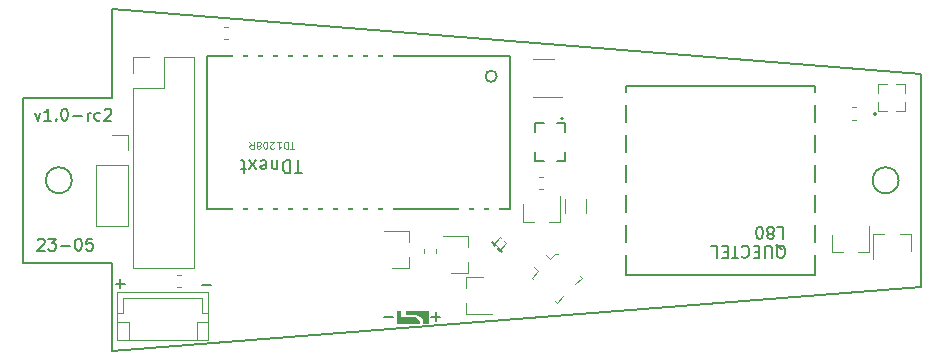
<source format=gto>
G04 #@! TF.GenerationSoftware,KiCad,Pcbnew,5.1.5+dfsg1-2build2*
G04 #@! TF.CreationDate,2023-05-02T16:03:32+02:00*
G04 #@! TF.ProjectId,main,6d61696e-2e6b-4696-9361-645f70636258,rev?*
G04 #@! TF.SameCoordinates,Original*
G04 #@! TF.FileFunction,Legend,Top*
G04 #@! TF.FilePolarity,Positive*
%FSLAX46Y46*%
G04 Gerber Fmt 4.6, Leading zero omitted, Abs format (unit mm)*
G04 Created by KiCad (PCBNEW 5.1.5+dfsg1-2build2) date 2023-05-02 16:03:32*
%MOMM*%
%LPD*%
G04 APERTURE LIST*
%ADD10C,0.200000*%
%ADD11C,0.150000*%
%ADD12C,0.120000*%
%ADD13C,0.100000*%
%ADD14C,0.127000*%
%ADD15C,0.125000*%
%ADD16C,0.010000*%
%ADD17R,1.500000X3.500000*%
%ADD18R,1.650000X1.800000*%
%ADD19R,1.650000X2.000000*%
%ADD20C,0.750000*%
%ADD21O,1.700000X2.000000*%
%ADD22R,0.890000X2.600000*%
%ADD23O,2.500000X1.000000*%
%ADD24R,1.800000X1.800000*%
%ADD25C,1.800000*%
%ADD26R,1.060000X0.650000*%
%ADD27R,0.800000X0.900000*%
%ADD28R,0.900000X0.800000*%
%ADD29C,0.360000*%
%ADD30R,1.700000X1.700000*%
%ADD31O,1.700000X1.700000*%
G04 APERTURE END LIST*
D10*
X98220476Y-105047619D02*
X98268095Y-105000000D01*
X98363333Y-104952380D01*
X98601428Y-104952380D01*
X98696666Y-105000000D01*
X98744285Y-105047619D01*
X98791904Y-105142857D01*
X98791904Y-105238095D01*
X98744285Y-105380952D01*
X98172857Y-105952380D01*
X98791904Y-105952380D01*
X99125238Y-104952380D02*
X99744285Y-104952380D01*
X99410952Y-105333333D01*
X99553809Y-105333333D01*
X99649047Y-105380952D01*
X99696666Y-105428571D01*
X99744285Y-105523809D01*
X99744285Y-105761904D01*
X99696666Y-105857142D01*
X99649047Y-105904761D01*
X99553809Y-105952380D01*
X99268095Y-105952380D01*
X99172857Y-105904761D01*
X99125238Y-105857142D01*
X100172857Y-105571428D02*
X100934761Y-105571428D01*
X101601428Y-104952380D02*
X101696666Y-104952380D01*
X101791904Y-105000000D01*
X101839523Y-105047619D01*
X101887142Y-105142857D01*
X101934761Y-105333333D01*
X101934761Y-105571428D01*
X101887142Y-105761904D01*
X101839523Y-105857142D01*
X101791904Y-105904761D01*
X101696666Y-105952380D01*
X101601428Y-105952380D01*
X101506190Y-105904761D01*
X101458571Y-105857142D01*
X101410952Y-105761904D01*
X101363333Y-105571428D01*
X101363333Y-105333333D01*
X101410952Y-105142857D01*
X101458571Y-105047619D01*
X101506190Y-105000000D01*
X101601428Y-104952380D01*
X102839523Y-104952380D02*
X102363333Y-104952380D01*
X102315714Y-105428571D01*
X102363333Y-105380952D01*
X102458571Y-105333333D01*
X102696666Y-105333333D01*
X102791904Y-105380952D01*
X102839523Y-105428571D01*
X102887142Y-105523809D01*
X102887142Y-105761904D01*
X102839523Y-105857142D01*
X102791904Y-105904761D01*
X102696666Y-105952380D01*
X102458571Y-105952380D01*
X102363333Y-105904761D01*
X102315714Y-105857142D01*
X97972857Y-94285714D02*
X98210952Y-94952380D01*
X98449047Y-94285714D01*
X99353809Y-94952380D02*
X98782380Y-94952380D01*
X99068095Y-94952380D02*
X99068095Y-93952380D01*
X98972857Y-94095238D01*
X98877619Y-94190476D01*
X98782380Y-94238095D01*
X99782380Y-94857142D02*
X99830000Y-94904761D01*
X99782380Y-94952380D01*
X99734761Y-94904761D01*
X99782380Y-94857142D01*
X99782380Y-94952380D01*
X100449047Y-93952380D02*
X100544285Y-93952380D01*
X100639523Y-94000000D01*
X100687142Y-94047619D01*
X100734761Y-94142857D01*
X100782380Y-94333333D01*
X100782380Y-94571428D01*
X100734761Y-94761904D01*
X100687142Y-94857142D01*
X100639523Y-94904761D01*
X100544285Y-94952380D01*
X100449047Y-94952380D01*
X100353809Y-94904761D01*
X100306190Y-94857142D01*
X100258571Y-94761904D01*
X100210952Y-94571428D01*
X100210952Y-94333333D01*
X100258571Y-94142857D01*
X100306190Y-94047619D01*
X100353809Y-94000000D01*
X100449047Y-93952380D01*
X101210952Y-94571428D02*
X101972857Y-94571428D01*
X102449047Y-94952380D02*
X102449047Y-94285714D01*
X102449047Y-94476190D02*
X102496666Y-94380952D01*
X102544285Y-94333333D01*
X102639523Y-94285714D01*
X102734761Y-94285714D01*
X103496666Y-94904761D02*
X103401428Y-94952380D01*
X103210952Y-94952380D01*
X103115714Y-94904761D01*
X103068095Y-94857142D01*
X103020476Y-94761904D01*
X103020476Y-94476190D01*
X103068095Y-94380952D01*
X103115714Y-94333333D01*
X103210952Y-94285714D01*
X103401428Y-94285714D01*
X103496666Y-94333333D01*
X103877619Y-94047619D02*
X103925238Y-94000000D01*
X104020476Y-93952380D01*
X104258571Y-93952380D01*
X104353809Y-94000000D01*
X104401428Y-94047619D01*
X104449047Y-94142857D01*
X104449047Y-94238095D01*
X104401428Y-94380952D01*
X103830000Y-94952380D01*
X104449047Y-94952380D01*
D11*
X104819047Y-108771428D02*
X105580952Y-108771428D01*
X105200000Y-109152380D02*
X105200000Y-108390476D01*
X112119047Y-108871428D02*
X112880952Y-108871428D01*
X171100000Y-100000000D02*
G75*
G03X171100000Y-100000000I-1100000J0D01*
G01*
X101100000Y-100000000D02*
G75*
G03X101100000Y-100000000I-1100000J0D01*
G01*
X97000000Y-93000000D02*
X97000000Y-107000000D01*
X104500000Y-85500000D02*
X104500000Y-93000000D01*
X104500000Y-114500000D02*
X104500000Y-107000000D01*
X104500000Y-107000000D02*
X97000000Y-107000000D01*
X104500000Y-93000000D02*
X97000000Y-93000000D01*
X104500000Y-114500000D02*
X173000000Y-109000000D01*
X173000000Y-91000000D02*
X173000000Y-109000000D01*
X104500000Y-85500000D02*
X173000000Y-91000000D01*
D12*
X110362779Y-107990000D02*
X110037221Y-107990000D01*
X110362779Y-109010000D02*
X110037221Y-109010000D01*
X167137221Y-94860000D02*
X167462779Y-94860000D01*
X167137221Y-93840000D02*
X167462779Y-93840000D01*
X114312779Y-86990000D02*
X113987221Y-86990000D01*
X114312779Y-88010000D02*
X113987221Y-88010000D01*
X104940000Y-109490000D02*
X104940000Y-113510000D01*
X104940000Y-113510000D02*
X112660000Y-113510000D01*
X112660000Y-113510000D02*
X112660000Y-109490000D01*
X112660000Y-109490000D02*
X104940000Y-109490000D01*
X104940000Y-111200000D02*
X105440000Y-111200000D01*
X105440000Y-111200000D02*
X105440000Y-109990000D01*
X105440000Y-109990000D02*
X112160000Y-109990000D01*
X112160000Y-109990000D02*
X112160000Y-111200000D01*
X112160000Y-111200000D02*
X112660000Y-111200000D01*
X104940000Y-112010000D02*
X105940000Y-112010000D01*
X105940000Y-112010000D02*
X105940000Y-113510000D01*
X112660000Y-112010000D02*
X111660000Y-112010000D01*
X111660000Y-112010000D02*
X111660000Y-113510000D01*
D11*
X112538000Y-89523000D02*
X112538000Y-102450000D01*
X138192000Y-102477000D02*
X112538000Y-102477000D01*
X138192000Y-89523000D02*
X112550000Y-89523000D01*
X138192000Y-102477000D02*
X138192000Y-89523000D01*
X137080044Y-91200000D02*
G75*
G03X137080044Y-91200000I-480044J0D01*
G01*
X164000000Y-92000000D02*
X164000000Y-100000000D01*
X148000000Y-92000000D02*
X164000000Y-92000000D01*
X148000000Y-108000000D02*
X148000000Y-92000000D01*
X164000000Y-108000000D02*
X148000000Y-108000000D01*
X164000000Y-100000000D02*
X164000000Y-108000000D01*
D13*
G36*
X128920000Y-111600000D02*
G01*
X130120000Y-111600000D01*
X130520000Y-111900000D01*
X130520000Y-112100000D01*
X128620000Y-112100000D01*
X128620000Y-111100000D01*
X128920000Y-111100000D01*
X128920000Y-111600000D01*
G37*
X128920000Y-111600000D02*
X130120000Y-111600000D01*
X130520000Y-111900000D01*
X130520000Y-112100000D01*
X128620000Y-112100000D01*
X128620000Y-111100000D01*
X128920000Y-111100000D01*
X128920000Y-111600000D01*
G36*
X131220000Y-112100000D02*
G01*
X130820000Y-112100000D01*
X130820000Y-111700000D01*
X130220000Y-111300000D01*
X129420000Y-111300000D01*
X129420000Y-111100000D01*
X131220000Y-111100000D01*
X131220000Y-112100000D01*
G37*
X131220000Y-112100000D02*
X130820000Y-112100000D01*
X130820000Y-111700000D01*
X130220000Y-111300000D01*
X129420000Y-111300000D01*
X129420000Y-111100000D01*
X131220000Y-111100000D01*
X131220000Y-112100000D01*
X136734315Y-105470711D02*
X137370711Y-104834315D01*
X137229289Y-105965685D02*
X136734315Y-105470711D01*
X137865685Y-105329289D02*
X137229289Y-105965685D01*
X137370711Y-104834315D02*
X137865685Y-105329289D01*
D11*
X136663604Y-105187868D02*
X137512132Y-106036396D01*
D13*
X171650000Y-94150000D02*
X171650000Y-93400000D01*
X171650000Y-94150000D02*
X170900000Y-94150000D01*
X171650000Y-91850000D02*
X171650000Y-92600000D01*
X171650000Y-91850000D02*
X170900000Y-91850000D01*
X169350000Y-91850000D02*
X170100000Y-91850000D01*
X169350000Y-91850000D02*
X169350000Y-92600000D01*
X169350000Y-94150000D02*
X170100000Y-94150000D01*
X169350000Y-93400000D02*
X169350000Y-94150000D01*
D10*
X169200000Y-94400000D02*
G75*
G03X169200000Y-94400000I-100000J0D01*
G01*
D12*
X140594365Y-107684315D02*
X140240812Y-107330761D01*
X141584315Y-106694365D02*
X141230761Y-106340812D01*
X141584315Y-106694365D02*
X142008579Y-106270101D01*
X142008579Y-106270101D02*
X142291421Y-106270101D01*
X140170101Y-108391421D02*
X140028680Y-108250000D01*
X140028680Y-108250000D02*
X140594365Y-107684315D01*
X142715685Y-109805635D02*
X142150000Y-110371320D01*
X142150000Y-110371320D02*
X142008579Y-110229899D01*
X144129899Y-108108579D02*
X144271320Y-108250000D01*
X144271320Y-108250000D02*
X143705635Y-108815685D01*
X140150000Y-92960000D02*
X142600000Y-92960000D01*
X141950000Y-89740000D02*
X140150000Y-89740000D01*
X139270000Y-103510000D02*
X139270000Y-102050000D01*
X142430000Y-103510000D02*
X142430000Y-101350000D01*
X142430000Y-103510000D02*
X141500000Y-103510000D01*
X139270000Y-103510000D02*
X140200000Y-103510000D01*
X172130000Y-104540000D02*
X172130000Y-106000000D01*
X168970000Y-104540000D02*
X168970000Y-106700000D01*
X168970000Y-104540000D02*
X169900000Y-104540000D01*
X172130000Y-104540000D02*
X171200000Y-104540000D01*
X165470000Y-106060000D02*
X165470000Y-104600000D01*
X168630000Y-106060000D02*
X168630000Y-103900000D01*
X168630000Y-106060000D02*
X167700000Y-106060000D01*
X165470000Y-106060000D02*
X166400000Y-106060000D01*
X129660000Y-107455000D02*
X128200000Y-107455000D01*
X129660000Y-104295000D02*
X127500000Y-104295000D01*
X129660000Y-104295000D02*
X129660000Y-105225000D01*
X129660000Y-107455000D02*
X129660000Y-106525000D01*
X134660000Y-107855000D02*
X133200000Y-107855000D01*
X134660000Y-104695000D02*
X132500000Y-104695000D01*
X134660000Y-104695000D02*
X134660000Y-105625000D01*
X134660000Y-107855000D02*
X134660000Y-106925000D01*
X134490000Y-108195000D02*
X135950000Y-108195000D01*
X134490000Y-111355000D02*
X136650000Y-111355000D01*
X134490000Y-111355000D02*
X134490000Y-110425000D01*
X134490000Y-108195000D02*
X134490000Y-109125000D01*
X144660000Y-102802064D02*
X144660000Y-101597936D01*
X142840000Y-102802064D02*
X142840000Y-101597936D01*
D10*
X142700000Y-94762500D02*
G75*
G03X142700000Y-94762500I-100000J0D01*
G01*
D14*
X140320000Y-98330000D02*
X140320000Y-97611250D01*
X140320000Y-98330000D02*
X141040000Y-98330000D01*
X140320000Y-95170000D02*
X140320000Y-95888750D01*
X140320000Y-95170000D02*
X141040000Y-95170000D01*
X142880000Y-95170000D02*
X142880000Y-95888750D01*
X142880000Y-95170000D02*
X142160000Y-95170000D01*
X142880000Y-98330000D02*
X142880000Y-97611250D01*
X142880000Y-98330000D02*
X142160000Y-98330000D01*
D12*
X103170000Y-98730000D02*
X105830000Y-98730000D01*
X103170000Y-98730000D02*
X103170000Y-103870000D01*
X103170000Y-103870000D02*
X105830000Y-103870000D01*
X105830000Y-98730000D02*
X105830000Y-103870000D01*
X105830000Y-96130000D02*
X105830000Y-97460000D01*
X104500000Y-96130000D02*
X105830000Y-96130000D01*
X140962779Y-99740000D02*
X140637221Y-99740000D01*
X140962779Y-100760000D02*
X140637221Y-100760000D01*
X130890000Y-106162779D02*
X130890000Y-105837221D01*
X131910000Y-106162779D02*
X131910000Y-105837221D01*
X106280000Y-107470000D02*
X111480000Y-107470000D01*
X106280000Y-92170000D02*
X106280000Y-107470000D01*
X111480000Y-89570000D02*
X111480000Y-107470000D01*
X106280000Y-92170000D02*
X108880000Y-92170000D01*
X108880000Y-92170000D02*
X108880000Y-89570000D01*
X108880000Y-89570000D02*
X111480000Y-89570000D01*
X106280000Y-90900000D02*
X106280000Y-89570000D01*
X106280000Y-89570000D02*
X107610000Y-89570000D01*
D15*
X119914285Y-97328571D02*
X119571428Y-97328571D01*
X119742857Y-96728571D02*
X119742857Y-97328571D01*
X119371428Y-96728571D02*
X119371428Y-97328571D01*
X119228571Y-97328571D01*
X119142857Y-97300000D01*
X119085714Y-97242857D01*
X119057142Y-97185714D01*
X119028571Y-97071428D01*
X119028571Y-96985714D01*
X119057142Y-96871428D01*
X119085714Y-96814285D01*
X119142857Y-96757142D01*
X119228571Y-96728571D01*
X119371428Y-96728571D01*
X118457142Y-96728571D02*
X118800000Y-96728571D01*
X118628571Y-96728571D02*
X118628571Y-97328571D01*
X118685714Y-97242857D01*
X118742857Y-97185714D01*
X118800000Y-97157142D01*
X118228571Y-97271428D02*
X118200000Y-97300000D01*
X118142857Y-97328571D01*
X118000000Y-97328571D01*
X117942857Y-97300000D01*
X117914285Y-97271428D01*
X117885714Y-97214285D01*
X117885714Y-97157142D01*
X117914285Y-97071428D01*
X118257142Y-96728571D01*
X117885714Y-96728571D01*
X117514285Y-97328571D02*
X117457142Y-97328571D01*
X117400000Y-97300000D01*
X117371428Y-97271428D01*
X117342857Y-97214285D01*
X117314285Y-97100000D01*
X117314285Y-96957142D01*
X117342857Y-96842857D01*
X117371428Y-96785714D01*
X117400000Y-96757142D01*
X117457142Y-96728571D01*
X117514285Y-96728571D01*
X117571428Y-96757142D01*
X117600000Y-96785714D01*
X117628571Y-96842857D01*
X117657142Y-96957142D01*
X117657142Y-97100000D01*
X117628571Y-97214285D01*
X117600000Y-97271428D01*
X117571428Y-97300000D01*
X117514285Y-97328571D01*
X116971428Y-97071428D02*
X117028571Y-97100000D01*
X117057142Y-97128571D01*
X117085714Y-97185714D01*
X117085714Y-97214285D01*
X117057142Y-97271428D01*
X117028571Y-97300000D01*
X116971428Y-97328571D01*
X116857142Y-97328571D01*
X116800000Y-97300000D01*
X116771428Y-97271428D01*
X116742857Y-97214285D01*
X116742857Y-97185714D01*
X116771428Y-97128571D01*
X116800000Y-97100000D01*
X116857142Y-97071428D01*
X116971428Y-97071428D01*
X117028571Y-97042857D01*
X117057142Y-97014285D01*
X117085714Y-96957142D01*
X117085714Y-96842857D01*
X117057142Y-96785714D01*
X117028571Y-96757142D01*
X116971428Y-96728571D01*
X116857142Y-96728571D01*
X116800000Y-96757142D01*
X116771428Y-96785714D01*
X116742857Y-96842857D01*
X116742857Y-96957142D01*
X116771428Y-97014285D01*
X116800000Y-97042857D01*
X116857142Y-97071428D01*
X116142857Y-96728571D02*
X116342857Y-97014285D01*
X116485714Y-96728571D02*
X116485714Y-97328571D01*
X116257142Y-97328571D01*
X116200000Y-97300000D01*
X116171428Y-97271428D01*
X116142857Y-97214285D01*
X116142857Y-97128571D01*
X116171428Y-97071428D01*
X116200000Y-97042857D01*
X116257142Y-97014285D01*
X116485714Y-97014285D01*
D11*
X120592857Y-99402380D02*
X119964285Y-99402380D01*
X120278571Y-98302380D02*
X120278571Y-99402380D01*
X119597619Y-98302380D02*
X119597619Y-99402380D01*
X119335714Y-99402380D01*
X119178571Y-99350000D01*
X119073809Y-99245238D01*
X119021428Y-99140476D01*
X118969047Y-98930952D01*
X118969047Y-98773809D01*
X119021428Y-98564285D01*
X119073809Y-98459523D01*
X119178571Y-98354761D01*
X119335714Y-98302380D01*
X119597619Y-98302380D01*
X118497619Y-99035714D02*
X118497619Y-98302380D01*
X118497619Y-98930952D02*
X118445238Y-98983333D01*
X118340476Y-99035714D01*
X118183333Y-99035714D01*
X118078571Y-98983333D01*
X118026190Y-98878571D01*
X118026190Y-98302380D01*
X117083333Y-98354761D02*
X117188095Y-98302380D01*
X117397619Y-98302380D01*
X117502380Y-98354761D01*
X117554761Y-98459523D01*
X117554761Y-98878571D01*
X117502380Y-98983333D01*
X117397619Y-99035714D01*
X117188095Y-99035714D01*
X117083333Y-98983333D01*
X117030952Y-98878571D01*
X117030952Y-98773809D01*
X117554761Y-98669047D01*
X116664285Y-98302380D02*
X116088095Y-99035714D01*
X116664285Y-99035714D02*
X116088095Y-98302380D01*
X115826190Y-99035714D02*
X115407142Y-99035714D01*
X115669047Y-99402380D02*
X115669047Y-98459523D01*
X115616666Y-98354761D01*
X115511904Y-98302380D01*
X115407142Y-98302380D01*
X160842857Y-103947619D02*
X161319047Y-103947619D01*
X161319047Y-104947619D01*
X160366666Y-104519047D02*
X160461904Y-104566666D01*
X160509523Y-104614285D01*
X160557142Y-104709523D01*
X160557142Y-104757142D01*
X160509523Y-104852380D01*
X160461904Y-104900000D01*
X160366666Y-104947619D01*
X160176190Y-104947619D01*
X160080952Y-104900000D01*
X160033333Y-104852380D01*
X159985714Y-104757142D01*
X159985714Y-104709523D01*
X160033333Y-104614285D01*
X160080952Y-104566666D01*
X160176190Y-104519047D01*
X160366666Y-104519047D01*
X160461904Y-104471428D01*
X160509523Y-104423809D01*
X160557142Y-104328571D01*
X160557142Y-104138095D01*
X160509523Y-104042857D01*
X160461904Y-103995238D01*
X160366666Y-103947619D01*
X160176190Y-103947619D01*
X160080952Y-103995238D01*
X160033333Y-104042857D01*
X159985714Y-104138095D01*
X159985714Y-104328571D01*
X160033333Y-104423809D01*
X160080952Y-104471428D01*
X160176190Y-104519047D01*
X159366666Y-104947619D02*
X159271428Y-104947619D01*
X159176190Y-104900000D01*
X159128571Y-104852380D01*
X159080952Y-104757142D01*
X159033333Y-104566666D01*
X159033333Y-104328571D01*
X159080952Y-104138095D01*
X159128571Y-104042857D01*
X159176190Y-103995238D01*
X159271428Y-103947619D01*
X159366666Y-103947619D01*
X159461904Y-103995238D01*
X159509523Y-104042857D01*
X159557142Y-104138095D01*
X159604761Y-104328571D01*
X159604761Y-104566666D01*
X159557142Y-104757142D01*
X159509523Y-104852380D01*
X159461904Y-104900000D01*
X159366666Y-104947619D01*
X160733333Y-105452380D02*
X160828571Y-105500000D01*
X160923809Y-105595238D01*
X161066666Y-105738095D01*
X161161904Y-105785714D01*
X161257142Y-105785714D01*
X161209523Y-105547619D02*
X161304761Y-105595238D01*
X161400000Y-105690476D01*
X161447619Y-105880952D01*
X161447619Y-106214285D01*
X161400000Y-106404761D01*
X161304761Y-106500000D01*
X161209523Y-106547619D01*
X161019047Y-106547619D01*
X160923809Y-106500000D01*
X160828571Y-106404761D01*
X160780952Y-106214285D01*
X160780952Y-105880952D01*
X160828571Y-105690476D01*
X160923809Y-105595238D01*
X161019047Y-105547619D01*
X161209523Y-105547619D01*
X160352380Y-106547619D02*
X160352380Y-105738095D01*
X160304761Y-105642857D01*
X160257142Y-105595238D01*
X160161904Y-105547619D01*
X159971428Y-105547619D01*
X159876190Y-105595238D01*
X159828571Y-105642857D01*
X159780952Y-105738095D01*
X159780952Y-106547619D01*
X159304761Y-106071428D02*
X158971428Y-106071428D01*
X158828571Y-105547619D02*
X159304761Y-105547619D01*
X159304761Y-106547619D01*
X158828571Y-106547619D01*
X157828571Y-105642857D02*
X157876190Y-105595238D01*
X158019047Y-105547619D01*
X158114285Y-105547619D01*
X158257142Y-105595238D01*
X158352380Y-105690476D01*
X158400000Y-105785714D01*
X158447619Y-105976190D01*
X158447619Y-106119047D01*
X158400000Y-106309523D01*
X158352380Y-106404761D01*
X158257142Y-106500000D01*
X158114285Y-106547619D01*
X158019047Y-106547619D01*
X157876190Y-106500000D01*
X157828571Y-106452380D01*
X157542857Y-106547619D02*
X156971428Y-106547619D01*
X157257142Y-105547619D02*
X157257142Y-106547619D01*
X156638095Y-106071428D02*
X156304761Y-106071428D01*
X156161904Y-105547619D02*
X156638095Y-105547619D01*
X156638095Y-106547619D01*
X156161904Y-106547619D01*
X155257142Y-105547619D02*
X155733333Y-105547619D01*
X155733333Y-106547619D01*
X127539047Y-111571428D02*
X128300952Y-111571428D01*
X131539047Y-111571428D02*
X132300952Y-111571428D01*
X131920000Y-111952380D02*
X131920000Y-111190476D01*
%LPC*%
D16*
G36*
X169525000Y-93625000D02*
G01*
X169526000Y-93619000D01*
X169526000Y-93614000D01*
X169528000Y-93608000D01*
X169529000Y-93603000D01*
X169531000Y-93597000D01*
X169533000Y-93592000D01*
X169535000Y-93587000D01*
X169537000Y-93582000D01*
X169540000Y-93577000D01*
X169543000Y-93572000D01*
X169546000Y-93568000D01*
X169550000Y-93563000D01*
X169554000Y-93559000D01*
X169558000Y-93555000D01*
X169562000Y-93551000D01*
X169566000Y-93548000D01*
X169571000Y-93544000D01*
X169575000Y-93541000D01*
X169580000Y-93538000D01*
X169585000Y-93536000D01*
X169590000Y-93533000D01*
X169596000Y-93531000D01*
X169601000Y-93529000D01*
X169606000Y-93528000D01*
X169612000Y-93527000D01*
X169618000Y-93526000D01*
X169623000Y-93525000D01*
X169629000Y-93525000D01*
X169634000Y-93525000D01*
X169640000Y-93525000D01*
X169860000Y-93525000D01*
X169866000Y-93525000D01*
X169871000Y-93525000D01*
X169877000Y-93525000D01*
X169882000Y-93526000D01*
X169888000Y-93527000D01*
X169894000Y-93528000D01*
X169899000Y-93529000D01*
X169904000Y-93531000D01*
X169910000Y-93533000D01*
X169915000Y-93536000D01*
X169920000Y-93538000D01*
X169925000Y-93541000D01*
X169929000Y-93544000D01*
X169934000Y-93548000D01*
X169938000Y-93551000D01*
X169942000Y-93555000D01*
X169946000Y-93559000D01*
X169950000Y-93563000D01*
X169954000Y-93568000D01*
X169957000Y-93572000D01*
X169960000Y-93577000D01*
X169963000Y-93582000D01*
X169965000Y-93587000D01*
X169967000Y-93592000D01*
X169969000Y-93597000D01*
X169971000Y-93603000D01*
X169972000Y-93608000D01*
X169974000Y-93614000D01*
X169974000Y-93619000D01*
X169975000Y-93625000D01*
X169975000Y-93925000D01*
X169974000Y-93931000D01*
X169974000Y-93936000D01*
X169972000Y-93942000D01*
X169971000Y-93947000D01*
X169969000Y-93953000D01*
X169967000Y-93958000D01*
X169965000Y-93963000D01*
X169963000Y-93968000D01*
X169960000Y-93973000D01*
X169957000Y-93978000D01*
X169954000Y-93982000D01*
X169950000Y-93987000D01*
X169946000Y-93991000D01*
X169942000Y-93995000D01*
X169938000Y-93999000D01*
X169934000Y-94002000D01*
X169929000Y-94006000D01*
X169925000Y-94009000D01*
X169920000Y-94012000D01*
X169915000Y-94014000D01*
X169910000Y-94017000D01*
X169904000Y-94019000D01*
X169899000Y-94021000D01*
X169894000Y-94022000D01*
X169888000Y-94023000D01*
X169882000Y-94024000D01*
X169877000Y-94025000D01*
X169871000Y-94025000D01*
X169866000Y-94025000D01*
X169860000Y-94025000D01*
X169640000Y-94025000D01*
X169634000Y-94025000D01*
X169629000Y-94025000D01*
X169623000Y-94025000D01*
X169618000Y-94024000D01*
X169612000Y-94023000D01*
X169606000Y-94022000D01*
X169601000Y-94021000D01*
X169596000Y-94019000D01*
X169590000Y-94017000D01*
X169585000Y-94014000D01*
X169580000Y-94012000D01*
X169575000Y-94009000D01*
X169571000Y-94006000D01*
X169566000Y-94002000D01*
X169562000Y-93999000D01*
X169558000Y-93995000D01*
X169554000Y-93991000D01*
X169550000Y-93987000D01*
X169546000Y-93982000D01*
X169543000Y-93978000D01*
X169540000Y-93973000D01*
X169537000Y-93968000D01*
X169535000Y-93963000D01*
X169533000Y-93958000D01*
X169531000Y-93953000D01*
X169529000Y-93947000D01*
X169528000Y-93942000D01*
X169526000Y-93936000D01*
X169526000Y-93931000D01*
X169525000Y-93925000D01*
X169525000Y-93625000D01*
G37*
X169525000Y-93625000D02*
X169526000Y-93619000D01*
X169526000Y-93614000D01*
X169528000Y-93608000D01*
X169529000Y-93603000D01*
X169531000Y-93597000D01*
X169533000Y-93592000D01*
X169535000Y-93587000D01*
X169537000Y-93582000D01*
X169540000Y-93577000D01*
X169543000Y-93572000D01*
X169546000Y-93568000D01*
X169550000Y-93563000D01*
X169554000Y-93559000D01*
X169558000Y-93555000D01*
X169562000Y-93551000D01*
X169566000Y-93548000D01*
X169571000Y-93544000D01*
X169575000Y-93541000D01*
X169580000Y-93538000D01*
X169585000Y-93536000D01*
X169590000Y-93533000D01*
X169596000Y-93531000D01*
X169601000Y-93529000D01*
X169606000Y-93528000D01*
X169612000Y-93527000D01*
X169618000Y-93526000D01*
X169623000Y-93525000D01*
X169629000Y-93525000D01*
X169634000Y-93525000D01*
X169640000Y-93525000D01*
X169860000Y-93525000D01*
X169866000Y-93525000D01*
X169871000Y-93525000D01*
X169877000Y-93525000D01*
X169882000Y-93526000D01*
X169888000Y-93527000D01*
X169894000Y-93528000D01*
X169899000Y-93529000D01*
X169904000Y-93531000D01*
X169910000Y-93533000D01*
X169915000Y-93536000D01*
X169920000Y-93538000D01*
X169925000Y-93541000D01*
X169929000Y-93544000D01*
X169934000Y-93548000D01*
X169938000Y-93551000D01*
X169942000Y-93555000D01*
X169946000Y-93559000D01*
X169950000Y-93563000D01*
X169954000Y-93568000D01*
X169957000Y-93572000D01*
X169960000Y-93577000D01*
X169963000Y-93582000D01*
X169965000Y-93587000D01*
X169967000Y-93592000D01*
X169969000Y-93597000D01*
X169971000Y-93603000D01*
X169972000Y-93608000D01*
X169974000Y-93614000D01*
X169974000Y-93619000D01*
X169975000Y-93625000D01*
X169975000Y-93925000D01*
X169974000Y-93931000D01*
X169974000Y-93936000D01*
X169972000Y-93942000D01*
X169971000Y-93947000D01*
X169969000Y-93953000D01*
X169967000Y-93958000D01*
X169965000Y-93963000D01*
X169963000Y-93968000D01*
X169960000Y-93973000D01*
X169957000Y-93978000D01*
X169954000Y-93982000D01*
X169950000Y-93987000D01*
X169946000Y-93991000D01*
X169942000Y-93995000D01*
X169938000Y-93999000D01*
X169934000Y-94002000D01*
X169929000Y-94006000D01*
X169925000Y-94009000D01*
X169920000Y-94012000D01*
X169915000Y-94014000D01*
X169910000Y-94017000D01*
X169904000Y-94019000D01*
X169899000Y-94021000D01*
X169894000Y-94022000D01*
X169888000Y-94023000D01*
X169882000Y-94024000D01*
X169877000Y-94025000D01*
X169871000Y-94025000D01*
X169866000Y-94025000D01*
X169860000Y-94025000D01*
X169640000Y-94025000D01*
X169634000Y-94025000D01*
X169629000Y-94025000D01*
X169623000Y-94025000D01*
X169618000Y-94024000D01*
X169612000Y-94023000D01*
X169606000Y-94022000D01*
X169601000Y-94021000D01*
X169596000Y-94019000D01*
X169590000Y-94017000D01*
X169585000Y-94014000D01*
X169580000Y-94012000D01*
X169575000Y-94009000D01*
X169571000Y-94006000D01*
X169566000Y-94002000D01*
X169562000Y-93999000D01*
X169558000Y-93995000D01*
X169554000Y-93991000D01*
X169550000Y-93987000D01*
X169546000Y-93982000D01*
X169543000Y-93978000D01*
X169540000Y-93973000D01*
X169537000Y-93968000D01*
X169535000Y-93963000D01*
X169533000Y-93958000D01*
X169531000Y-93953000D01*
X169529000Y-93947000D01*
X169528000Y-93942000D01*
X169526000Y-93936000D01*
X169526000Y-93931000D01*
X169525000Y-93925000D01*
X169525000Y-93625000D01*
G36*
X169585000Y-92975000D02*
G01*
X169579000Y-92974000D01*
X169574000Y-92974000D01*
X169568000Y-92972000D01*
X169563000Y-92971000D01*
X169557000Y-92969000D01*
X169552000Y-92967000D01*
X169547000Y-92965000D01*
X169542000Y-92963000D01*
X169537000Y-92960000D01*
X169532000Y-92957000D01*
X169528000Y-92954000D01*
X169523000Y-92950000D01*
X169519000Y-92946000D01*
X169515000Y-92942000D01*
X169511000Y-92938000D01*
X169508000Y-92934000D01*
X169504000Y-92929000D01*
X169501000Y-92925000D01*
X169498000Y-92920000D01*
X169496000Y-92915000D01*
X169493000Y-92910000D01*
X169491000Y-92904000D01*
X169489000Y-92899000D01*
X169488000Y-92894000D01*
X169487000Y-92888000D01*
X169486000Y-92882000D01*
X169485000Y-92877000D01*
X169485000Y-92871000D01*
X169485000Y-92866000D01*
X169485000Y-92860000D01*
X169485000Y-92640000D01*
X169485000Y-92634000D01*
X169485000Y-92629000D01*
X169485000Y-92623000D01*
X169486000Y-92618000D01*
X169487000Y-92612000D01*
X169488000Y-92606000D01*
X169489000Y-92601000D01*
X169491000Y-92596000D01*
X169493000Y-92590000D01*
X169496000Y-92585000D01*
X169498000Y-92580000D01*
X169501000Y-92575000D01*
X169504000Y-92571000D01*
X169508000Y-92566000D01*
X169511000Y-92562000D01*
X169515000Y-92558000D01*
X169519000Y-92554000D01*
X169523000Y-92550000D01*
X169528000Y-92546000D01*
X169532000Y-92543000D01*
X169537000Y-92540000D01*
X169542000Y-92537000D01*
X169547000Y-92535000D01*
X169552000Y-92533000D01*
X169557000Y-92531000D01*
X169563000Y-92529000D01*
X169568000Y-92528000D01*
X169574000Y-92526000D01*
X169579000Y-92526000D01*
X169585000Y-92525000D01*
X169885000Y-92525000D01*
X169891000Y-92526000D01*
X169896000Y-92526000D01*
X169902000Y-92528000D01*
X169907000Y-92529000D01*
X169913000Y-92531000D01*
X169918000Y-92533000D01*
X169923000Y-92535000D01*
X169928000Y-92537000D01*
X169933000Y-92540000D01*
X169938000Y-92543000D01*
X169942000Y-92546000D01*
X169947000Y-92550000D01*
X169951000Y-92554000D01*
X169955000Y-92558000D01*
X169959000Y-92562000D01*
X169962000Y-92566000D01*
X169966000Y-92571000D01*
X169969000Y-92575000D01*
X169972000Y-92580000D01*
X169974000Y-92585000D01*
X169977000Y-92590000D01*
X169979000Y-92596000D01*
X169981000Y-92601000D01*
X169982000Y-92606000D01*
X169983000Y-92612000D01*
X169984000Y-92618000D01*
X169985000Y-92623000D01*
X169985000Y-92629000D01*
X169985000Y-92634000D01*
X169985000Y-92640000D01*
X169985000Y-92860000D01*
X169985000Y-92866000D01*
X169985000Y-92871000D01*
X169985000Y-92877000D01*
X169984000Y-92882000D01*
X169983000Y-92888000D01*
X169982000Y-92894000D01*
X169981000Y-92899000D01*
X169979000Y-92904000D01*
X169977000Y-92910000D01*
X169974000Y-92915000D01*
X169972000Y-92920000D01*
X169969000Y-92925000D01*
X169966000Y-92929000D01*
X169962000Y-92934000D01*
X169959000Y-92938000D01*
X169955000Y-92942000D01*
X169951000Y-92946000D01*
X169947000Y-92950000D01*
X169942000Y-92954000D01*
X169938000Y-92957000D01*
X169933000Y-92960000D01*
X169928000Y-92963000D01*
X169923000Y-92965000D01*
X169918000Y-92967000D01*
X169913000Y-92969000D01*
X169907000Y-92971000D01*
X169902000Y-92972000D01*
X169896000Y-92974000D01*
X169891000Y-92974000D01*
X169885000Y-92975000D01*
X169585000Y-92975000D01*
G37*
X169585000Y-92975000D02*
X169579000Y-92974000D01*
X169574000Y-92974000D01*
X169568000Y-92972000D01*
X169563000Y-92971000D01*
X169557000Y-92969000D01*
X169552000Y-92967000D01*
X169547000Y-92965000D01*
X169542000Y-92963000D01*
X169537000Y-92960000D01*
X169532000Y-92957000D01*
X169528000Y-92954000D01*
X169523000Y-92950000D01*
X169519000Y-92946000D01*
X169515000Y-92942000D01*
X169511000Y-92938000D01*
X169508000Y-92934000D01*
X169504000Y-92929000D01*
X169501000Y-92925000D01*
X169498000Y-92920000D01*
X169496000Y-92915000D01*
X169493000Y-92910000D01*
X169491000Y-92904000D01*
X169489000Y-92899000D01*
X169488000Y-92894000D01*
X169487000Y-92888000D01*
X169486000Y-92882000D01*
X169485000Y-92877000D01*
X169485000Y-92871000D01*
X169485000Y-92866000D01*
X169485000Y-92860000D01*
X169485000Y-92640000D01*
X169485000Y-92634000D01*
X169485000Y-92629000D01*
X169485000Y-92623000D01*
X169486000Y-92618000D01*
X169487000Y-92612000D01*
X169488000Y-92606000D01*
X169489000Y-92601000D01*
X169491000Y-92596000D01*
X169493000Y-92590000D01*
X169496000Y-92585000D01*
X169498000Y-92580000D01*
X169501000Y-92575000D01*
X169504000Y-92571000D01*
X169508000Y-92566000D01*
X169511000Y-92562000D01*
X169515000Y-92558000D01*
X169519000Y-92554000D01*
X169523000Y-92550000D01*
X169528000Y-92546000D01*
X169532000Y-92543000D01*
X169537000Y-92540000D01*
X169542000Y-92537000D01*
X169547000Y-92535000D01*
X169552000Y-92533000D01*
X169557000Y-92531000D01*
X169563000Y-92529000D01*
X169568000Y-92528000D01*
X169574000Y-92526000D01*
X169579000Y-92526000D01*
X169585000Y-92525000D01*
X169885000Y-92525000D01*
X169891000Y-92526000D01*
X169896000Y-92526000D01*
X169902000Y-92528000D01*
X169907000Y-92529000D01*
X169913000Y-92531000D01*
X169918000Y-92533000D01*
X169923000Y-92535000D01*
X169928000Y-92537000D01*
X169933000Y-92540000D01*
X169938000Y-92543000D01*
X169942000Y-92546000D01*
X169947000Y-92550000D01*
X169951000Y-92554000D01*
X169955000Y-92558000D01*
X169959000Y-92562000D01*
X169962000Y-92566000D01*
X169966000Y-92571000D01*
X169969000Y-92575000D01*
X169972000Y-92580000D01*
X169974000Y-92585000D01*
X169977000Y-92590000D01*
X169979000Y-92596000D01*
X169981000Y-92601000D01*
X169982000Y-92606000D01*
X169983000Y-92612000D01*
X169984000Y-92618000D01*
X169985000Y-92623000D01*
X169985000Y-92629000D01*
X169985000Y-92634000D01*
X169985000Y-92640000D01*
X169985000Y-92860000D01*
X169985000Y-92866000D01*
X169985000Y-92871000D01*
X169985000Y-92877000D01*
X169984000Y-92882000D01*
X169983000Y-92888000D01*
X169982000Y-92894000D01*
X169981000Y-92899000D01*
X169979000Y-92904000D01*
X169977000Y-92910000D01*
X169974000Y-92915000D01*
X169972000Y-92920000D01*
X169969000Y-92925000D01*
X169966000Y-92929000D01*
X169962000Y-92934000D01*
X169959000Y-92938000D01*
X169955000Y-92942000D01*
X169951000Y-92946000D01*
X169947000Y-92950000D01*
X169942000Y-92954000D01*
X169938000Y-92957000D01*
X169933000Y-92960000D01*
X169928000Y-92963000D01*
X169923000Y-92965000D01*
X169918000Y-92967000D01*
X169913000Y-92969000D01*
X169907000Y-92971000D01*
X169902000Y-92972000D01*
X169896000Y-92974000D01*
X169891000Y-92974000D01*
X169885000Y-92975000D01*
X169585000Y-92975000D01*
G36*
X169525000Y-92075000D02*
G01*
X169526000Y-92069000D01*
X169526000Y-92064000D01*
X169528000Y-92058000D01*
X169529000Y-92053000D01*
X169531000Y-92047000D01*
X169533000Y-92042000D01*
X169535000Y-92037000D01*
X169537000Y-92032000D01*
X169540000Y-92027000D01*
X169543000Y-92022000D01*
X169546000Y-92018000D01*
X169550000Y-92013000D01*
X169554000Y-92009000D01*
X169558000Y-92005000D01*
X169562000Y-92001000D01*
X169566000Y-91998000D01*
X169571000Y-91994000D01*
X169575000Y-91991000D01*
X169580000Y-91988000D01*
X169585000Y-91986000D01*
X169590000Y-91983000D01*
X169596000Y-91981000D01*
X169601000Y-91979000D01*
X169606000Y-91978000D01*
X169612000Y-91977000D01*
X169618000Y-91976000D01*
X169623000Y-91975000D01*
X169629000Y-91975000D01*
X169634000Y-91975000D01*
X169640000Y-91975000D01*
X169860000Y-91975000D01*
X169866000Y-91975000D01*
X169871000Y-91975000D01*
X169877000Y-91975000D01*
X169882000Y-91976000D01*
X169888000Y-91977000D01*
X169894000Y-91978000D01*
X169899000Y-91979000D01*
X169904000Y-91981000D01*
X169910000Y-91983000D01*
X169915000Y-91986000D01*
X169920000Y-91988000D01*
X169925000Y-91991000D01*
X169929000Y-91994000D01*
X169934000Y-91998000D01*
X169938000Y-92001000D01*
X169942000Y-92005000D01*
X169946000Y-92009000D01*
X169950000Y-92013000D01*
X169954000Y-92018000D01*
X169957000Y-92022000D01*
X169960000Y-92027000D01*
X169963000Y-92032000D01*
X169965000Y-92037000D01*
X169967000Y-92042000D01*
X169969000Y-92047000D01*
X169971000Y-92053000D01*
X169972000Y-92058000D01*
X169974000Y-92064000D01*
X169974000Y-92069000D01*
X169975000Y-92075000D01*
X169975000Y-92375000D01*
X169974000Y-92381000D01*
X169974000Y-92386000D01*
X169972000Y-92392000D01*
X169971000Y-92397000D01*
X169969000Y-92403000D01*
X169967000Y-92408000D01*
X169965000Y-92413000D01*
X169963000Y-92418000D01*
X169960000Y-92423000D01*
X169957000Y-92428000D01*
X169954000Y-92432000D01*
X169950000Y-92437000D01*
X169946000Y-92441000D01*
X169942000Y-92445000D01*
X169938000Y-92449000D01*
X169934000Y-92452000D01*
X169929000Y-92456000D01*
X169925000Y-92459000D01*
X169920000Y-92462000D01*
X169915000Y-92464000D01*
X169910000Y-92467000D01*
X169904000Y-92469000D01*
X169899000Y-92471000D01*
X169894000Y-92472000D01*
X169888000Y-92473000D01*
X169882000Y-92474000D01*
X169877000Y-92475000D01*
X169871000Y-92475000D01*
X169866000Y-92475000D01*
X169860000Y-92475000D01*
X169640000Y-92475000D01*
X169634000Y-92475000D01*
X169629000Y-92475000D01*
X169623000Y-92475000D01*
X169618000Y-92474000D01*
X169612000Y-92473000D01*
X169606000Y-92472000D01*
X169601000Y-92471000D01*
X169596000Y-92469000D01*
X169590000Y-92467000D01*
X169585000Y-92464000D01*
X169580000Y-92462000D01*
X169575000Y-92459000D01*
X169571000Y-92456000D01*
X169566000Y-92452000D01*
X169562000Y-92449000D01*
X169558000Y-92445000D01*
X169554000Y-92441000D01*
X169550000Y-92437000D01*
X169546000Y-92432000D01*
X169543000Y-92428000D01*
X169540000Y-92423000D01*
X169537000Y-92418000D01*
X169535000Y-92413000D01*
X169533000Y-92408000D01*
X169531000Y-92403000D01*
X169529000Y-92397000D01*
X169528000Y-92392000D01*
X169526000Y-92386000D01*
X169526000Y-92381000D01*
X169525000Y-92375000D01*
X169525000Y-92075000D01*
G37*
X169525000Y-92075000D02*
X169526000Y-92069000D01*
X169526000Y-92064000D01*
X169528000Y-92058000D01*
X169529000Y-92053000D01*
X169531000Y-92047000D01*
X169533000Y-92042000D01*
X169535000Y-92037000D01*
X169537000Y-92032000D01*
X169540000Y-92027000D01*
X169543000Y-92022000D01*
X169546000Y-92018000D01*
X169550000Y-92013000D01*
X169554000Y-92009000D01*
X169558000Y-92005000D01*
X169562000Y-92001000D01*
X169566000Y-91998000D01*
X169571000Y-91994000D01*
X169575000Y-91991000D01*
X169580000Y-91988000D01*
X169585000Y-91986000D01*
X169590000Y-91983000D01*
X169596000Y-91981000D01*
X169601000Y-91979000D01*
X169606000Y-91978000D01*
X169612000Y-91977000D01*
X169618000Y-91976000D01*
X169623000Y-91975000D01*
X169629000Y-91975000D01*
X169634000Y-91975000D01*
X169640000Y-91975000D01*
X169860000Y-91975000D01*
X169866000Y-91975000D01*
X169871000Y-91975000D01*
X169877000Y-91975000D01*
X169882000Y-91976000D01*
X169888000Y-91977000D01*
X169894000Y-91978000D01*
X169899000Y-91979000D01*
X169904000Y-91981000D01*
X169910000Y-91983000D01*
X169915000Y-91986000D01*
X169920000Y-91988000D01*
X169925000Y-91991000D01*
X169929000Y-91994000D01*
X169934000Y-91998000D01*
X169938000Y-92001000D01*
X169942000Y-92005000D01*
X169946000Y-92009000D01*
X169950000Y-92013000D01*
X169954000Y-92018000D01*
X169957000Y-92022000D01*
X169960000Y-92027000D01*
X169963000Y-92032000D01*
X169965000Y-92037000D01*
X169967000Y-92042000D01*
X169969000Y-92047000D01*
X169971000Y-92053000D01*
X169972000Y-92058000D01*
X169974000Y-92064000D01*
X169974000Y-92069000D01*
X169975000Y-92075000D01*
X169975000Y-92375000D01*
X169974000Y-92381000D01*
X169974000Y-92386000D01*
X169972000Y-92392000D01*
X169971000Y-92397000D01*
X169969000Y-92403000D01*
X169967000Y-92408000D01*
X169965000Y-92413000D01*
X169963000Y-92418000D01*
X169960000Y-92423000D01*
X169957000Y-92428000D01*
X169954000Y-92432000D01*
X169950000Y-92437000D01*
X169946000Y-92441000D01*
X169942000Y-92445000D01*
X169938000Y-92449000D01*
X169934000Y-92452000D01*
X169929000Y-92456000D01*
X169925000Y-92459000D01*
X169920000Y-92462000D01*
X169915000Y-92464000D01*
X169910000Y-92467000D01*
X169904000Y-92469000D01*
X169899000Y-92471000D01*
X169894000Y-92472000D01*
X169888000Y-92473000D01*
X169882000Y-92474000D01*
X169877000Y-92475000D01*
X169871000Y-92475000D01*
X169866000Y-92475000D01*
X169860000Y-92475000D01*
X169640000Y-92475000D01*
X169634000Y-92475000D01*
X169629000Y-92475000D01*
X169623000Y-92475000D01*
X169618000Y-92474000D01*
X169612000Y-92473000D01*
X169606000Y-92472000D01*
X169601000Y-92471000D01*
X169596000Y-92469000D01*
X169590000Y-92467000D01*
X169585000Y-92464000D01*
X169580000Y-92462000D01*
X169575000Y-92459000D01*
X169571000Y-92456000D01*
X169566000Y-92452000D01*
X169562000Y-92449000D01*
X169558000Y-92445000D01*
X169554000Y-92441000D01*
X169550000Y-92437000D01*
X169546000Y-92432000D01*
X169543000Y-92428000D01*
X169540000Y-92423000D01*
X169537000Y-92418000D01*
X169535000Y-92413000D01*
X169533000Y-92408000D01*
X169531000Y-92403000D01*
X169529000Y-92397000D01*
X169528000Y-92392000D01*
X169526000Y-92386000D01*
X169526000Y-92381000D01*
X169525000Y-92375000D01*
X169525000Y-92075000D01*
G36*
X171115000Y-92975000D02*
G01*
X171109000Y-92974000D01*
X171104000Y-92974000D01*
X171098000Y-92972000D01*
X171093000Y-92971000D01*
X171087000Y-92969000D01*
X171082000Y-92967000D01*
X171077000Y-92965000D01*
X171072000Y-92963000D01*
X171067000Y-92960000D01*
X171062000Y-92957000D01*
X171058000Y-92954000D01*
X171053000Y-92950000D01*
X171049000Y-92946000D01*
X171045000Y-92942000D01*
X171041000Y-92938000D01*
X171038000Y-92934000D01*
X171034000Y-92929000D01*
X171031000Y-92925000D01*
X171028000Y-92920000D01*
X171026000Y-92915000D01*
X171023000Y-92910000D01*
X171021000Y-92904000D01*
X171019000Y-92899000D01*
X171018000Y-92894000D01*
X171017000Y-92888000D01*
X171016000Y-92882000D01*
X171015000Y-92877000D01*
X171015000Y-92871000D01*
X171015000Y-92866000D01*
X171015000Y-92860000D01*
X171015000Y-92640000D01*
X171015000Y-92634000D01*
X171015000Y-92629000D01*
X171015000Y-92623000D01*
X171016000Y-92618000D01*
X171017000Y-92612000D01*
X171018000Y-92606000D01*
X171019000Y-92601000D01*
X171021000Y-92596000D01*
X171023000Y-92590000D01*
X171026000Y-92585000D01*
X171028000Y-92580000D01*
X171031000Y-92575000D01*
X171034000Y-92571000D01*
X171038000Y-92566000D01*
X171041000Y-92562000D01*
X171045000Y-92558000D01*
X171049000Y-92554000D01*
X171053000Y-92550000D01*
X171058000Y-92546000D01*
X171062000Y-92543000D01*
X171067000Y-92540000D01*
X171072000Y-92537000D01*
X171077000Y-92535000D01*
X171082000Y-92533000D01*
X171087000Y-92531000D01*
X171093000Y-92529000D01*
X171098000Y-92528000D01*
X171104000Y-92526000D01*
X171109000Y-92526000D01*
X171115000Y-92525000D01*
X171415000Y-92525000D01*
X171421000Y-92526000D01*
X171426000Y-92526000D01*
X171432000Y-92528000D01*
X171437000Y-92529000D01*
X171443000Y-92531000D01*
X171448000Y-92533000D01*
X171453000Y-92535000D01*
X171458000Y-92537000D01*
X171463000Y-92540000D01*
X171468000Y-92543000D01*
X171472000Y-92546000D01*
X171477000Y-92550000D01*
X171481000Y-92554000D01*
X171485000Y-92558000D01*
X171489000Y-92562000D01*
X171492000Y-92566000D01*
X171496000Y-92571000D01*
X171499000Y-92575000D01*
X171502000Y-92580000D01*
X171504000Y-92585000D01*
X171507000Y-92590000D01*
X171509000Y-92596000D01*
X171511000Y-92601000D01*
X171512000Y-92606000D01*
X171513000Y-92612000D01*
X171514000Y-92618000D01*
X171515000Y-92623000D01*
X171515000Y-92629000D01*
X171515000Y-92634000D01*
X171515000Y-92640000D01*
X171515000Y-92860000D01*
X171515000Y-92866000D01*
X171515000Y-92871000D01*
X171515000Y-92877000D01*
X171514000Y-92882000D01*
X171513000Y-92888000D01*
X171512000Y-92894000D01*
X171511000Y-92899000D01*
X171509000Y-92904000D01*
X171507000Y-92910000D01*
X171504000Y-92915000D01*
X171502000Y-92920000D01*
X171499000Y-92925000D01*
X171496000Y-92929000D01*
X171492000Y-92934000D01*
X171489000Y-92938000D01*
X171485000Y-92942000D01*
X171481000Y-92946000D01*
X171477000Y-92950000D01*
X171472000Y-92954000D01*
X171468000Y-92957000D01*
X171463000Y-92960000D01*
X171458000Y-92963000D01*
X171453000Y-92965000D01*
X171448000Y-92967000D01*
X171443000Y-92969000D01*
X171437000Y-92971000D01*
X171432000Y-92972000D01*
X171426000Y-92974000D01*
X171421000Y-92974000D01*
X171415000Y-92975000D01*
X171115000Y-92975000D01*
G37*
X171115000Y-92975000D02*
X171109000Y-92974000D01*
X171104000Y-92974000D01*
X171098000Y-92972000D01*
X171093000Y-92971000D01*
X171087000Y-92969000D01*
X171082000Y-92967000D01*
X171077000Y-92965000D01*
X171072000Y-92963000D01*
X171067000Y-92960000D01*
X171062000Y-92957000D01*
X171058000Y-92954000D01*
X171053000Y-92950000D01*
X171049000Y-92946000D01*
X171045000Y-92942000D01*
X171041000Y-92938000D01*
X171038000Y-92934000D01*
X171034000Y-92929000D01*
X171031000Y-92925000D01*
X171028000Y-92920000D01*
X171026000Y-92915000D01*
X171023000Y-92910000D01*
X171021000Y-92904000D01*
X171019000Y-92899000D01*
X171018000Y-92894000D01*
X171017000Y-92888000D01*
X171016000Y-92882000D01*
X171015000Y-92877000D01*
X171015000Y-92871000D01*
X171015000Y-92866000D01*
X171015000Y-92860000D01*
X171015000Y-92640000D01*
X171015000Y-92634000D01*
X171015000Y-92629000D01*
X171015000Y-92623000D01*
X171016000Y-92618000D01*
X171017000Y-92612000D01*
X171018000Y-92606000D01*
X171019000Y-92601000D01*
X171021000Y-92596000D01*
X171023000Y-92590000D01*
X171026000Y-92585000D01*
X171028000Y-92580000D01*
X171031000Y-92575000D01*
X171034000Y-92571000D01*
X171038000Y-92566000D01*
X171041000Y-92562000D01*
X171045000Y-92558000D01*
X171049000Y-92554000D01*
X171053000Y-92550000D01*
X171058000Y-92546000D01*
X171062000Y-92543000D01*
X171067000Y-92540000D01*
X171072000Y-92537000D01*
X171077000Y-92535000D01*
X171082000Y-92533000D01*
X171087000Y-92531000D01*
X171093000Y-92529000D01*
X171098000Y-92528000D01*
X171104000Y-92526000D01*
X171109000Y-92526000D01*
X171115000Y-92525000D01*
X171415000Y-92525000D01*
X171421000Y-92526000D01*
X171426000Y-92526000D01*
X171432000Y-92528000D01*
X171437000Y-92529000D01*
X171443000Y-92531000D01*
X171448000Y-92533000D01*
X171453000Y-92535000D01*
X171458000Y-92537000D01*
X171463000Y-92540000D01*
X171468000Y-92543000D01*
X171472000Y-92546000D01*
X171477000Y-92550000D01*
X171481000Y-92554000D01*
X171485000Y-92558000D01*
X171489000Y-92562000D01*
X171492000Y-92566000D01*
X171496000Y-92571000D01*
X171499000Y-92575000D01*
X171502000Y-92580000D01*
X171504000Y-92585000D01*
X171507000Y-92590000D01*
X171509000Y-92596000D01*
X171511000Y-92601000D01*
X171512000Y-92606000D01*
X171513000Y-92612000D01*
X171514000Y-92618000D01*
X171515000Y-92623000D01*
X171515000Y-92629000D01*
X171515000Y-92634000D01*
X171515000Y-92640000D01*
X171515000Y-92860000D01*
X171515000Y-92866000D01*
X171515000Y-92871000D01*
X171515000Y-92877000D01*
X171514000Y-92882000D01*
X171513000Y-92888000D01*
X171512000Y-92894000D01*
X171511000Y-92899000D01*
X171509000Y-92904000D01*
X171507000Y-92910000D01*
X171504000Y-92915000D01*
X171502000Y-92920000D01*
X171499000Y-92925000D01*
X171496000Y-92929000D01*
X171492000Y-92934000D01*
X171489000Y-92938000D01*
X171485000Y-92942000D01*
X171481000Y-92946000D01*
X171477000Y-92950000D01*
X171472000Y-92954000D01*
X171468000Y-92957000D01*
X171463000Y-92960000D01*
X171458000Y-92963000D01*
X171453000Y-92965000D01*
X171448000Y-92967000D01*
X171443000Y-92969000D01*
X171437000Y-92971000D01*
X171432000Y-92972000D01*
X171426000Y-92974000D01*
X171421000Y-92974000D01*
X171415000Y-92975000D01*
X171115000Y-92975000D01*
G36*
X170025000Y-93615000D02*
G01*
X170026000Y-93609000D01*
X170026000Y-93604000D01*
X170028000Y-93598000D01*
X170029000Y-93593000D01*
X170031000Y-93587000D01*
X170033000Y-93582000D01*
X170035000Y-93577000D01*
X170037000Y-93572000D01*
X170040000Y-93567000D01*
X170043000Y-93562000D01*
X170046000Y-93558000D01*
X170050000Y-93553000D01*
X170054000Y-93549000D01*
X170058000Y-93545000D01*
X170062000Y-93541000D01*
X170066000Y-93538000D01*
X170071000Y-93534000D01*
X170075000Y-93531000D01*
X170080000Y-93528000D01*
X170085000Y-93526000D01*
X170090000Y-93523000D01*
X170096000Y-93521000D01*
X170101000Y-93519000D01*
X170106000Y-93518000D01*
X170112000Y-93517000D01*
X170118000Y-93516000D01*
X170123000Y-93515000D01*
X170129000Y-93515000D01*
X170134000Y-93515000D01*
X170140000Y-93515000D01*
X170360000Y-93515000D01*
X170366000Y-93515000D01*
X170371000Y-93515000D01*
X170377000Y-93515000D01*
X170382000Y-93516000D01*
X170388000Y-93517000D01*
X170394000Y-93518000D01*
X170399000Y-93519000D01*
X170404000Y-93521000D01*
X170410000Y-93523000D01*
X170415000Y-93526000D01*
X170420000Y-93528000D01*
X170425000Y-93531000D01*
X170429000Y-93534000D01*
X170434000Y-93538000D01*
X170438000Y-93541000D01*
X170442000Y-93545000D01*
X170446000Y-93549000D01*
X170450000Y-93553000D01*
X170454000Y-93558000D01*
X170457000Y-93562000D01*
X170460000Y-93567000D01*
X170463000Y-93572000D01*
X170465000Y-93577000D01*
X170467000Y-93582000D01*
X170469000Y-93587000D01*
X170471000Y-93593000D01*
X170472000Y-93598000D01*
X170474000Y-93604000D01*
X170474000Y-93609000D01*
X170475000Y-93615000D01*
X170475000Y-93915000D01*
X170474000Y-93921000D01*
X170474000Y-93926000D01*
X170472000Y-93932000D01*
X170471000Y-93937000D01*
X170469000Y-93943000D01*
X170467000Y-93948000D01*
X170465000Y-93953000D01*
X170463000Y-93958000D01*
X170460000Y-93963000D01*
X170457000Y-93968000D01*
X170454000Y-93972000D01*
X170450000Y-93977000D01*
X170446000Y-93981000D01*
X170442000Y-93985000D01*
X170438000Y-93989000D01*
X170434000Y-93992000D01*
X170429000Y-93996000D01*
X170425000Y-93999000D01*
X170420000Y-94002000D01*
X170415000Y-94004000D01*
X170410000Y-94007000D01*
X170404000Y-94009000D01*
X170399000Y-94011000D01*
X170394000Y-94012000D01*
X170388000Y-94013000D01*
X170382000Y-94014000D01*
X170377000Y-94015000D01*
X170371000Y-94015000D01*
X170366000Y-94015000D01*
X170360000Y-94015000D01*
X170140000Y-94015000D01*
X170134000Y-94015000D01*
X170129000Y-94015000D01*
X170123000Y-94015000D01*
X170118000Y-94014000D01*
X170112000Y-94013000D01*
X170106000Y-94012000D01*
X170101000Y-94011000D01*
X170096000Y-94009000D01*
X170090000Y-94007000D01*
X170085000Y-94004000D01*
X170080000Y-94002000D01*
X170075000Y-93999000D01*
X170071000Y-93996000D01*
X170066000Y-93992000D01*
X170062000Y-93989000D01*
X170058000Y-93985000D01*
X170054000Y-93981000D01*
X170050000Y-93977000D01*
X170046000Y-93972000D01*
X170043000Y-93968000D01*
X170040000Y-93963000D01*
X170037000Y-93958000D01*
X170035000Y-93953000D01*
X170033000Y-93948000D01*
X170031000Y-93943000D01*
X170029000Y-93937000D01*
X170028000Y-93932000D01*
X170026000Y-93926000D01*
X170026000Y-93921000D01*
X170025000Y-93915000D01*
X170025000Y-93615000D01*
G37*
X170025000Y-93615000D02*
X170026000Y-93609000D01*
X170026000Y-93604000D01*
X170028000Y-93598000D01*
X170029000Y-93593000D01*
X170031000Y-93587000D01*
X170033000Y-93582000D01*
X170035000Y-93577000D01*
X170037000Y-93572000D01*
X170040000Y-93567000D01*
X170043000Y-93562000D01*
X170046000Y-93558000D01*
X170050000Y-93553000D01*
X170054000Y-93549000D01*
X170058000Y-93545000D01*
X170062000Y-93541000D01*
X170066000Y-93538000D01*
X170071000Y-93534000D01*
X170075000Y-93531000D01*
X170080000Y-93528000D01*
X170085000Y-93526000D01*
X170090000Y-93523000D01*
X170096000Y-93521000D01*
X170101000Y-93519000D01*
X170106000Y-93518000D01*
X170112000Y-93517000D01*
X170118000Y-93516000D01*
X170123000Y-93515000D01*
X170129000Y-93515000D01*
X170134000Y-93515000D01*
X170140000Y-93515000D01*
X170360000Y-93515000D01*
X170366000Y-93515000D01*
X170371000Y-93515000D01*
X170377000Y-93515000D01*
X170382000Y-93516000D01*
X170388000Y-93517000D01*
X170394000Y-93518000D01*
X170399000Y-93519000D01*
X170404000Y-93521000D01*
X170410000Y-93523000D01*
X170415000Y-93526000D01*
X170420000Y-93528000D01*
X170425000Y-93531000D01*
X170429000Y-93534000D01*
X170434000Y-93538000D01*
X170438000Y-93541000D01*
X170442000Y-93545000D01*
X170446000Y-93549000D01*
X170450000Y-93553000D01*
X170454000Y-93558000D01*
X170457000Y-93562000D01*
X170460000Y-93567000D01*
X170463000Y-93572000D01*
X170465000Y-93577000D01*
X170467000Y-93582000D01*
X170469000Y-93587000D01*
X170471000Y-93593000D01*
X170472000Y-93598000D01*
X170474000Y-93604000D01*
X170474000Y-93609000D01*
X170475000Y-93615000D01*
X170475000Y-93915000D01*
X170474000Y-93921000D01*
X170474000Y-93926000D01*
X170472000Y-93932000D01*
X170471000Y-93937000D01*
X170469000Y-93943000D01*
X170467000Y-93948000D01*
X170465000Y-93953000D01*
X170463000Y-93958000D01*
X170460000Y-93963000D01*
X170457000Y-93968000D01*
X170454000Y-93972000D01*
X170450000Y-93977000D01*
X170446000Y-93981000D01*
X170442000Y-93985000D01*
X170438000Y-93989000D01*
X170434000Y-93992000D01*
X170429000Y-93996000D01*
X170425000Y-93999000D01*
X170420000Y-94002000D01*
X170415000Y-94004000D01*
X170410000Y-94007000D01*
X170404000Y-94009000D01*
X170399000Y-94011000D01*
X170394000Y-94012000D01*
X170388000Y-94013000D01*
X170382000Y-94014000D01*
X170377000Y-94015000D01*
X170371000Y-94015000D01*
X170366000Y-94015000D01*
X170360000Y-94015000D01*
X170140000Y-94015000D01*
X170134000Y-94015000D01*
X170129000Y-94015000D01*
X170123000Y-94015000D01*
X170118000Y-94014000D01*
X170112000Y-94013000D01*
X170106000Y-94012000D01*
X170101000Y-94011000D01*
X170096000Y-94009000D01*
X170090000Y-94007000D01*
X170085000Y-94004000D01*
X170080000Y-94002000D01*
X170075000Y-93999000D01*
X170071000Y-93996000D01*
X170066000Y-93992000D01*
X170062000Y-93989000D01*
X170058000Y-93985000D01*
X170054000Y-93981000D01*
X170050000Y-93977000D01*
X170046000Y-93972000D01*
X170043000Y-93968000D01*
X170040000Y-93963000D01*
X170037000Y-93958000D01*
X170035000Y-93953000D01*
X170033000Y-93948000D01*
X170031000Y-93943000D01*
X170029000Y-93937000D01*
X170028000Y-93932000D01*
X170026000Y-93926000D01*
X170026000Y-93921000D01*
X170025000Y-93915000D01*
X170025000Y-93615000D01*
G36*
X170525000Y-93615000D02*
G01*
X170526000Y-93609000D01*
X170526000Y-93604000D01*
X170528000Y-93598000D01*
X170529000Y-93593000D01*
X170531000Y-93587000D01*
X170533000Y-93582000D01*
X170535000Y-93577000D01*
X170537000Y-93572000D01*
X170540000Y-93567000D01*
X170543000Y-93562000D01*
X170546000Y-93558000D01*
X170550000Y-93553000D01*
X170554000Y-93549000D01*
X170558000Y-93545000D01*
X170562000Y-93541000D01*
X170566000Y-93538000D01*
X170571000Y-93534000D01*
X170575000Y-93531000D01*
X170580000Y-93528000D01*
X170585000Y-93526000D01*
X170590000Y-93523000D01*
X170596000Y-93521000D01*
X170601000Y-93519000D01*
X170606000Y-93518000D01*
X170612000Y-93517000D01*
X170618000Y-93516000D01*
X170623000Y-93515000D01*
X170629000Y-93515000D01*
X170634000Y-93515000D01*
X170640000Y-93515000D01*
X170860000Y-93515000D01*
X170866000Y-93515000D01*
X170871000Y-93515000D01*
X170877000Y-93515000D01*
X170882000Y-93516000D01*
X170888000Y-93517000D01*
X170894000Y-93518000D01*
X170899000Y-93519000D01*
X170904000Y-93521000D01*
X170910000Y-93523000D01*
X170915000Y-93526000D01*
X170920000Y-93528000D01*
X170925000Y-93531000D01*
X170929000Y-93534000D01*
X170934000Y-93538000D01*
X170938000Y-93541000D01*
X170942000Y-93545000D01*
X170946000Y-93549000D01*
X170950000Y-93553000D01*
X170954000Y-93558000D01*
X170957000Y-93562000D01*
X170960000Y-93567000D01*
X170963000Y-93572000D01*
X170965000Y-93577000D01*
X170967000Y-93582000D01*
X170969000Y-93587000D01*
X170971000Y-93593000D01*
X170972000Y-93598000D01*
X170974000Y-93604000D01*
X170974000Y-93609000D01*
X170975000Y-93615000D01*
X170975000Y-93915000D01*
X170974000Y-93921000D01*
X170974000Y-93926000D01*
X170972000Y-93932000D01*
X170971000Y-93937000D01*
X170969000Y-93943000D01*
X170967000Y-93948000D01*
X170965000Y-93953000D01*
X170963000Y-93958000D01*
X170960000Y-93963000D01*
X170957000Y-93968000D01*
X170954000Y-93972000D01*
X170950000Y-93977000D01*
X170946000Y-93981000D01*
X170942000Y-93985000D01*
X170938000Y-93989000D01*
X170934000Y-93992000D01*
X170929000Y-93996000D01*
X170925000Y-93999000D01*
X170920000Y-94002000D01*
X170915000Y-94004000D01*
X170910000Y-94007000D01*
X170904000Y-94009000D01*
X170899000Y-94011000D01*
X170894000Y-94012000D01*
X170888000Y-94013000D01*
X170882000Y-94014000D01*
X170877000Y-94015000D01*
X170871000Y-94015000D01*
X170866000Y-94015000D01*
X170860000Y-94015000D01*
X170640000Y-94015000D01*
X170634000Y-94015000D01*
X170629000Y-94015000D01*
X170623000Y-94015000D01*
X170618000Y-94014000D01*
X170612000Y-94013000D01*
X170606000Y-94012000D01*
X170601000Y-94011000D01*
X170596000Y-94009000D01*
X170590000Y-94007000D01*
X170585000Y-94004000D01*
X170580000Y-94002000D01*
X170575000Y-93999000D01*
X170571000Y-93996000D01*
X170566000Y-93992000D01*
X170562000Y-93989000D01*
X170558000Y-93985000D01*
X170554000Y-93981000D01*
X170550000Y-93977000D01*
X170546000Y-93972000D01*
X170543000Y-93968000D01*
X170540000Y-93963000D01*
X170537000Y-93958000D01*
X170535000Y-93953000D01*
X170533000Y-93948000D01*
X170531000Y-93943000D01*
X170529000Y-93937000D01*
X170528000Y-93932000D01*
X170526000Y-93926000D01*
X170526000Y-93921000D01*
X170525000Y-93915000D01*
X170525000Y-93615000D01*
G37*
X170525000Y-93615000D02*
X170526000Y-93609000D01*
X170526000Y-93604000D01*
X170528000Y-93598000D01*
X170529000Y-93593000D01*
X170531000Y-93587000D01*
X170533000Y-93582000D01*
X170535000Y-93577000D01*
X170537000Y-93572000D01*
X170540000Y-93567000D01*
X170543000Y-93562000D01*
X170546000Y-93558000D01*
X170550000Y-93553000D01*
X170554000Y-93549000D01*
X170558000Y-93545000D01*
X170562000Y-93541000D01*
X170566000Y-93538000D01*
X170571000Y-93534000D01*
X170575000Y-93531000D01*
X170580000Y-93528000D01*
X170585000Y-93526000D01*
X170590000Y-93523000D01*
X170596000Y-93521000D01*
X170601000Y-93519000D01*
X170606000Y-93518000D01*
X170612000Y-93517000D01*
X170618000Y-93516000D01*
X170623000Y-93515000D01*
X170629000Y-93515000D01*
X170634000Y-93515000D01*
X170640000Y-93515000D01*
X170860000Y-93515000D01*
X170866000Y-93515000D01*
X170871000Y-93515000D01*
X170877000Y-93515000D01*
X170882000Y-93516000D01*
X170888000Y-93517000D01*
X170894000Y-93518000D01*
X170899000Y-93519000D01*
X170904000Y-93521000D01*
X170910000Y-93523000D01*
X170915000Y-93526000D01*
X170920000Y-93528000D01*
X170925000Y-93531000D01*
X170929000Y-93534000D01*
X170934000Y-93538000D01*
X170938000Y-93541000D01*
X170942000Y-93545000D01*
X170946000Y-93549000D01*
X170950000Y-93553000D01*
X170954000Y-93558000D01*
X170957000Y-93562000D01*
X170960000Y-93567000D01*
X170963000Y-93572000D01*
X170965000Y-93577000D01*
X170967000Y-93582000D01*
X170969000Y-93587000D01*
X170971000Y-93593000D01*
X170972000Y-93598000D01*
X170974000Y-93604000D01*
X170974000Y-93609000D01*
X170975000Y-93615000D01*
X170975000Y-93915000D01*
X170974000Y-93921000D01*
X170974000Y-93926000D01*
X170972000Y-93932000D01*
X170971000Y-93937000D01*
X170969000Y-93943000D01*
X170967000Y-93948000D01*
X170965000Y-93953000D01*
X170963000Y-93958000D01*
X170960000Y-93963000D01*
X170957000Y-93968000D01*
X170954000Y-93972000D01*
X170950000Y-93977000D01*
X170946000Y-93981000D01*
X170942000Y-93985000D01*
X170938000Y-93989000D01*
X170934000Y-93992000D01*
X170929000Y-93996000D01*
X170925000Y-93999000D01*
X170920000Y-94002000D01*
X170915000Y-94004000D01*
X170910000Y-94007000D01*
X170904000Y-94009000D01*
X170899000Y-94011000D01*
X170894000Y-94012000D01*
X170888000Y-94013000D01*
X170882000Y-94014000D01*
X170877000Y-94015000D01*
X170871000Y-94015000D01*
X170866000Y-94015000D01*
X170860000Y-94015000D01*
X170640000Y-94015000D01*
X170634000Y-94015000D01*
X170629000Y-94015000D01*
X170623000Y-94015000D01*
X170618000Y-94014000D01*
X170612000Y-94013000D01*
X170606000Y-94012000D01*
X170601000Y-94011000D01*
X170596000Y-94009000D01*
X170590000Y-94007000D01*
X170585000Y-94004000D01*
X170580000Y-94002000D01*
X170575000Y-93999000D01*
X170571000Y-93996000D01*
X170566000Y-93992000D01*
X170562000Y-93989000D01*
X170558000Y-93985000D01*
X170554000Y-93981000D01*
X170550000Y-93977000D01*
X170546000Y-93972000D01*
X170543000Y-93968000D01*
X170540000Y-93963000D01*
X170537000Y-93958000D01*
X170535000Y-93953000D01*
X170533000Y-93948000D01*
X170531000Y-93943000D01*
X170529000Y-93937000D01*
X170528000Y-93932000D01*
X170526000Y-93926000D01*
X170526000Y-93921000D01*
X170525000Y-93915000D01*
X170525000Y-93615000D01*
G36*
X171025000Y-93625000D02*
G01*
X171026000Y-93619000D01*
X171026000Y-93614000D01*
X171028000Y-93608000D01*
X171029000Y-93603000D01*
X171031000Y-93597000D01*
X171033000Y-93592000D01*
X171035000Y-93587000D01*
X171037000Y-93582000D01*
X171040000Y-93577000D01*
X171043000Y-93572000D01*
X171046000Y-93568000D01*
X171050000Y-93563000D01*
X171054000Y-93559000D01*
X171058000Y-93555000D01*
X171062000Y-93551000D01*
X171066000Y-93548000D01*
X171071000Y-93544000D01*
X171075000Y-93541000D01*
X171080000Y-93538000D01*
X171085000Y-93536000D01*
X171090000Y-93533000D01*
X171096000Y-93531000D01*
X171101000Y-93529000D01*
X171106000Y-93528000D01*
X171112000Y-93527000D01*
X171118000Y-93526000D01*
X171123000Y-93525000D01*
X171129000Y-93525000D01*
X171134000Y-93525000D01*
X171140000Y-93525000D01*
X171360000Y-93525000D01*
X171366000Y-93525000D01*
X171371000Y-93525000D01*
X171377000Y-93525000D01*
X171382000Y-93526000D01*
X171388000Y-93527000D01*
X171394000Y-93528000D01*
X171399000Y-93529000D01*
X171404000Y-93531000D01*
X171410000Y-93533000D01*
X171415000Y-93536000D01*
X171420000Y-93538000D01*
X171425000Y-93541000D01*
X171429000Y-93544000D01*
X171434000Y-93548000D01*
X171438000Y-93551000D01*
X171442000Y-93555000D01*
X171446000Y-93559000D01*
X171450000Y-93563000D01*
X171454000Y-93568000D01*
X171457000Y-93572000D01*
X171460000Y-93577000D01*
X171463000Y-93582000D01*
X171465000Y-93587000D01*
X171467000Y-93592000D01*
X171469000Y-93597000D01*
X171471000Y-93603000D01*
X171472000Y-93608000D01*
X171474000Y-93614000D01*
X171474000Y-93619000D01*
X171475000Y-93625000D01*
X171475000Y-93925000D01*
X171474000Y-93931000D01*
X171474000Y-93936000D01*
X171472000Y-93942000D01*
X171471000Y-93947000D01*
X171469000Y-93953000D01*
X171467000Y-93958000D01*
X171465000Y-93963000D01*
X171463000Y-93968000D01*
X171460000Y-93973000D01*
X171457000Y-93978000D01*
X171454000Y-93982000D01*
X171450000Y-93987000D01*
X171446000Y-93991000D01*
X171442000Y-93995000D01*
X171438000Y-93999000D01*
X171434000Y-94002000D01*
X171429000Y-94006000D01*
X171425000Y-94009000D01*
X171420000Y-94012000D01*
X171415000Y-94014000D01*
X171410000Y-94017000D01*
X171404000Y-94019000D01*
X171399000Y-94021000D01*
X171394000Y-94022000D01*
X171388000Y-94023000D01*
X171382000Y-94024000D01*
X171377000Y-94025000D01*
X171371000Y-94025000D01*
X171366000Y-94025000D01*
X171360000Y-94025000D01*
X171140000Y-94025000D01*
X171134000Y-94025000D01*
X171129000Y-94025000D01*
X171123000Y-94025000D01*
X171118000Y-94024000D01*
X171112000Y-94023000D01*
X171106000Y-94022000D01*
X171101000Y-94021000D01*
X171096000Y-94019000D01*
X171090000Y-94017000D01*
X171085000Y-94014000D01*
X171080000Y-94012000D01*
X171075000Y-94009000D01*
X171071000Y-94006000D01*
X171066000Y-94002000D01*
X171062000Y-93999000D01*
X171058000Y-93995000D01*
X171054000Y-93991000D01*
X171050000Y-93987000D01*
X171046000Y-93982000D01*
X171043000Y-93978000D01*
X171040000Y-93973000D01*
X171037000Y-93968000D01*
X171035000Y-93963000D01*
X171033000Y-93958000D01*
X171031000Y-93953000D01*
X171029000Y-93947000D01*
X171028000Y-93942000D01*
X171026000Y-93936000D01*
X171026000Y-93931000D01*
X171025000Y-93925000D01*
X171025000Y-93625000D01*
G37*
X171025000Y-93625000D02*
X171026000Y-93619000D01*
X171026000Y-93614000D01*
X171028000Y-93608000D01*
X171029000Y-93603000D01*
X171031000Y-93597000D01*
X171033000Y-93592000D01*
X171035000Y-93587000D01*
X171037000Y-93582000D01*
X171040000Y-93577000D01*
X171043000Y-93572000D01*
X171046000Y-93568000D01*
X171050000Y-93563000D01*
X171054000Y-93559000D01*
X171058000Y-93555000D01*
X171062000Y-93551000D01*
X171066000Y-93548000D01*
X171071000Y-93544000D01*
X171075000Y-93541000D01*
X171080000Y-93538000D01*
X171085000Y-93536000D01*
X171090000Y-93533000D01*
X171096000Y-93531000D01*
X171101000Y-93529000D01*
X171106000Y-93528000D01*
X171112000Y-93527000D01*
X171118000Y-93526000D01*
X171123000Y-93525000D01*
X171129000Y-93525000D01*
X171134000Y-93525000D01*
X171140000Y-93525000D01*
X171360000Y-93525000D01*
X171366000Y-93525000D01*
X171371000Y-93525000D01*
X171377000Y-93525000D01*
X171382000Y-93526000D01*
X171388000Y-93527000D01*
X171394000Y-93528000D01*
X171399000Y-93529000D01*
X171404000Y-93531000D01*
X171410000Y-93533000D01*
X171415000Y-93536000D01*
X171420000Y-93538000D01*
X171425000Y-93541000D01*
X171429000Y-93544000D01*
X171434000Y-93548000D01*
X171438000Y-93551000D01*
X171442000Y-93555000D01*
X171446000Y-93559000D01*
X171450000Y-93563000D01*
X171454000Y-93568000D01*
X171457000Y-93572000D01*
X171460000Y-93577000D01*
X171463000Y-93582000D01*
X171465000Y-93587000D01*
X171467000Y-93592000D01*
X171469000Y-93597000D01*
X171471000Y-93603000D01*
X171472000Y-93608000D01*
X171474000Y-93614000D01*
X171474000Y-93619000D01*
X171475000Y-93625000D01*
X171475000Y-93925000D01*
X171474000Y-93931000D01*
X171474000Y-93936000D01*
X171472000Y-93942000D01*
X171471000Y-93947000D01*
X171469000Y-93953000D01*
X171467000Y-93958000D01*
X171465000Y-93963000D01*
X171463000Y-93968000D01*
X171460000Y-93973000D01*
X171457000Y-93978000D01*
X171454000Y-93982000D01*
X171450000Y-93987000D01*
X171446000Y-93991000D01*
X171442000Y-93995000D01*
X171438000Y-93999000D01*
X171434000Y-94002000D01*
X171429000Y-94006000D01*
X171425000Y-94009000D01*
X171420000Y-94012000D01*
X171415000Y-94014000D01*
X171410000Y-94017000D01*
X171404000Y-94019000D01*
X171399000Y-94021000D01*
X171394000Y-94022000D01*
X171388000Y-94023000D01*
X171382000Y-94024000D01*
X171377000Y-94025000D01*
X171371000Y-94025000D01*
X171366000Y-94025000D01*
X171360000Y-94025000D01*
X171140000Y-94025000D01*
X171134000Y-94025000D01*
X171129000Y-94025000D01*
X171123000Y-94025000D01*
X171118000Y-94024000D01*
X171112000Y-94023000D01*
X171106000Y-94022000D01*
X171101000Y-94021000D01*
X171096000Y-94019000D01*
X171090000Y-94017000D01*
X171085000Y-94014000D01*
X171080000Y-94012000D01*
X171075000Y-94009000D01*
X171071000Y-94006000D01*
X171066000Y-94002000D01*
X171062000Y-93999000D01*
X171058000Y-93995000D01*
X171054000Y-93991000D01*
X171050000Y-93987000D01*
X171046000Y-93982000D01*
X171043000Y-93978000D01*
X171040000Y-93973000D01*
X171037000Y-93968000D01*
X171035000Y-93963000D01*
X171033000Y-93958000D01*
X171031000Y-93953000D01*
X171029000Y-93947000D01*
X171028000Y-93942000D01*
X171026000Y-93936000D01*
X171026000Y-93931000D01*
X171025000Y-93925000D01*
X171025000Y-93625000D01*
G36*
X171115000Y-93475000D02*
G01*
X171109000Y-93474000D01*
X171104000Y-93474000D01*
X171098000Y-93472000D01*
X171093000Y-93471000D01*
X171087000Y-93469000D01*
X171082000Y-93467000D01*
X171077000Y-93465000D01*
X171072000Y-93463000D01*
X171067000Y-93460000D01*
X171062000Y-93457000D01*
X171058000Y-93454000D01*
X171053000Y-93450000D01*
X171049000Y-93446000D01*
X171045000Y-93442000D01*
X171041000Y-93438000D01*
X171038000Y-93434000D01*
X171034000Y-93429000D01*
X171031000Y-93425000D01*
X171028000Y-93420000D01*
X171026000Y-93415000D01*
X171023000Y-93410000D01*
X171021000Y-93404000D01*
X171019000Y-93399000D01*
X171018000Y-93394000D01*
X171017000Y-93388000D01*
X171016000Y-93382000D01*
X171015000Y-93377000D01*
X171015000Y-93371000D01*
X171015000Y-93366000D01*
X171015000Y-93360000D01*
X171015000Y-93140000D01*
X171015000Y-93134000D01*
X171015000Y-93129000D01*
X171015000Y-93123000D01*
X171016000Y-93118000D01*
X171017000Y-93112000D01*
X171018000Y-93106000D01*
X171019000Y-93101000D01*
X171021000Y-93096000D01*
X171023000Y-93090000D01*
X171026000Y-93085000D01*
X171028000Y-93080000D01*
X171031000Y-93075000D01*
X171034000Y-93071000D01*
X171038000Y-93066000D01*
X171041000Y-93062000D01*
X171045000Y-93058000D01*
X171049000Y-93054000D01*
X171053000Y-93050000D01*
X171058000Y-93046000D01*
X171062000Y-93043000D01*
X171067000Y-93040000D01*
X171072000Y-93037000D01*
X171077000Y-93035000D01*
X171082000Y-93033000D01*
X171087000Y-93031000D01*
X171093000Y-93029000D01*
X171098000Y-93028000D01*
X171104000Y-93026000D01*
X171109000Y-93026000D01*
X171115000Y-93025000D01*
X171415000Y-93025000D01*
X171421000Y-93026000D01*
X171426000Y-93026000D01*
X171432000Y-93028000D01*
X171437000Y-93029000D01*
X171443000Y-93031000D01*
X171448000Y-93033000D01*
X171453000Y-93035000D01*
X171458000Y-93037000D01*
X171463000Y-93040000D01*
X171468000Y-93043000D01*
X171472000Y-93046000D01*
X171477000Y-93050000D01*
X171481000Y-93054000D01*
X171485000Y-93058000D01*
X171489000Y-93062000D01*
X171492000Y-93066000D01*
X171496000Y-93071000D01*
X171499000Y-93075000D01*
X171502000Y-93080000D01*
X171504000Y-93085000D01*
X171507000Y-93090000D01*
X171509000Y-93096000D01*
X171511000Y-93101000D01*
X171512000Y-93106000D01*
X171513000Y-93112000D01*
X171514000Y-93118000D01*
X171515000Y-93123000D01*
X171515000Y-93129000D01*
X171515000Y-93134000D01*
X171515000Y-93140000D01*
X171515000Y-93360000D01*
X171515000Y-93366000D01*
X171515000Y-93371000D01*
X171515000Y-93377000D01*
X171514000Y-93382000D01*
X171513000Y-93388000D01*
X171512000Y-93394000D01*
X171511000Y-93399000D01*
X171509000Y-93404000D01*
X171507000Y-93410000D01*
X171504000Y-93415000D01*
X171502000Y-93420000D01*
X171499000Y-93425000D01*
X171496000Y-93429000D01*
X171492000Y-93434000D01*
X171489000Y-93438000D01*
X171485000Y-93442000D01*
X171481000Y-93446000D01*
X171477000Y-93450000D01*
X171472000Y-93454000D01*
X171468000Y-93457000D01*
X171463000Y-93460000D01*
X171458000Y-93463000D01*
X171453000Y-93465000D01*
X171448000Y-93467000D01*
X171443000Y-93469000D01*
X171437000Y-93471000D01*
X171432000Y-93472000D01*
X171426000Y-93474000D01*
X171421000Y-93474000D01*
X171415000Y-93475000D01*
X171115000Y-93475000D01*
G37*
X171115000Y-93475000D02*
X171109000Y-93474000D01*
X171104000Y-93474000D01*
X171098000Y-93472000D01*
X171093000Y-93471000D01*
X171087000Y-93469000D01*
X171082000Y-93467000D01*
X171077000Y-93465000D01*
X171072000Y-93463000D01*
X171067000Y-93460000D01*
X171062000Y-93457000D01*
X171058000Y-93454000D01*
X171053000Y-93450000D01*
X171049000Y-93446000D01*
X171045000Y-93442000D01*
X171041000Y-93438000D01*
X171038000Y-93434000D01*
X171034000Y-93429000D01*
X171031000Y-93425000D01*
X171028000Y-93420000D01*
X171026000Y-93415000D01*
X171023000Y-93410000D01*
X171021000Y-93404000D01*
X171019000Y-93399000D01*
X171018000Y-93394000D01*
X171017000Y-93388000D01*
X171016000Y-93382000D01*
X171015000Y-93377000D01*
X171015000Y-93371000D01*
X171015000Y-93366000D01*
X171015000Y-93360000D01*
X171015000Y-93140000D01*
X171015000Y-93134000D01*
X171015000Y-93129000D01*
X171015000Y-93123000D01*
X171016000Y-93118000D01*
X171017000Y-93112000D01*
X171018000Y-93106000D01*
X171019000Y-93101000D01*
X171021000Y-93096000D01*
X171023000Y-93090000D01*
X171026000Y-93085000D01*
X171028000Y-93080000D01*
X171031000Y-93075000D01*
X171034000Y-93071000D01*
X171038000Y-93066000D01*
X171041000Y-93062000D01*
X171045000Y-93058000D01*
X171049000Y-93054000D01*
X171053000Y-93050000D01*
X171058000Y-93046000D01*
X171062000Y-93043000D01*
X171067000Y-93040000D01*
X171072000Y-93037000D01*
X171077000Y-93035000D01*
X171082000Y-93033000D01*
X171087000Y-93031000D01*
X171093000Y-93029000D01*
X171098000Y-93028000D01*
X171104000Y-93026000D01*
X171109000Y-93026000D01*
X171115000Y-93025000D01*
X171415000Y-93025000D01*
X171421000Y-93026000D01*
X171426000Y-93026000D01*
X171432000Y-93028000D01*
X171437000Y-93029000D01*
X171443000Y-93031000D01*
X171448000Y-93033000D01*
X171453000Y-93035000D01*
X171458000Y-93037000D01*
X171463000Y-93040000D01*
X171468000Y-93043000D01*
X171472000Y-93046000D01*
X171477000Y-93050000D01*
X171481000Y-93054000D01*
X171485000Y-93058000D01*
X171489000Y-93062000D01*
X171492000Y-93066000D01*
X171496000Y-93071000D01*
X171499000Y-93075000D01*
X171502000Y-93080000D01*
X171504000Y-93085000D01*
X171507000Y-93090000D01*
X171509000Y-93096000D01*
X171511000Y-93101000D01*
X171512000Y-93106000D01*
X171513000Y-93112000D01*
X171514000Y-93118000D01*
X171515000Y-93123000D01*
X171515000Y-93129000D01*
X171515000Y-93134000D01*
X171515000Y-93140000D01*
X171515000Y-93360000D01*
X171515000Y-93366000D01*
X171515000Y-93371000D01*
X171515000Y-93377000D01*
X171514000Y-93382000D01*
X171513000Y-93388000D01*
X171512000Y-93394000D01*
X171511000Y-93399000D01*
X171509000Y-93404000D01*
X171507000Y-93410000D01*
X171504000Y-93415000D01*
X171502000Y-93420000D01*
X171499000Y-93425000D01*
X171496000Y-93429000D01*
X171492000Y-93434000D01*
X171489000Y-93438000D01*
X171485000Y-93442000D01*
X171481000Y-93446000D01*
X171477000Y-93450000D01*
X171472000Y-93454000D01*
X171468000Y-93457000D01*
X171463000Y-93460000D01*
X171458000Y-93463000D01*
X171453000Y-93465000D01*
X171448000Y-93467000D01*
X171443000Y-93469000D01*
X171437000Y-93471000D01*
X171432000Y-93472000D01*
X171426000Y-93474000D01*
X171421000Y-93474000D01*
X171415000Y-93475000D01*
X171115000Y-93475000D01*
G36*
X169585000Y-93475000D02*
G01*
X169579000Y-93474000D01*
X169574000Y-93474000D01*
X169568000Y-93472000D01*
X169563000Y-93471000D01*
X169557000Y-93469000D01*
X169552000Y-93467000D01*
X169547000Y-93465000D01*
X169542000Y-93463000D01*
X169537000Y-93460000D01*
X169532000Y-93457000D01*
X169528000Y-93454000D01*
X169523000Y-93450000D01*
X169519000Y-93446000D01*
X169515000Y-93442000D01*
X169511000Y-93438000D01*
X169508000Y-93434000D01*
X169504000Y-93429000D01*
X169501000Y-93425000D01*
X169498000Y-93420000D01*
X169496000Y-93415000D01*
X169493000Y-93410000D01*
X169491000Y-93404000D01*
X169489000Y-93399000D01*
X169488000Y-93394000D01*
X169487000Y-93388000D01*
X169486000Y-93382000D01*
X169485000Y-93377000D01*
X169485000Y-93371000D01*
X169485000Y-93366000D01*
X169485000Y-93360000D01*
X169485000Y-93140000D01*
X169485000Y-93134000D01*
X169485000Y-93129000D01*
X169485000Y-93123000D01*
X169486000Y-93118000D01*
X169487000Y-93112000D01*
X169488000Y-93106000D01*
X169489000Y-93101000D01*
X169491000Y-93096000D01*
X169493000Y-93090000D01*
X169496000Y-93085000D01*
X169498000Y-93080000D01*
X169501000Y-93075000D01*
X169504000Y-93071000D01*
X169508000Y-93066000D01*
X169511000Y-93062000D01*
X169515000Y-93058000D01*
X169519000Y-93054000D01*
X169523000Y-93050000D01*
X169528000Y-93046000D01*
X169532000Y-93043000D01*
X169537000Y-93040000D01*
X169542000Y-93037000D01*
X169547000Y-93035000D01*
X169552000Y-93033000D01*
X169557000Y-93031000D01*
X169563000Y-93029000D01*
X169568000Y-93028000D01*
X169574000Y-93026000D01*
X169579000Y-93026000D01*
X169585000Y-93025000D01*
X169885000Y-93025000D01*
X169891000Y-93026000D01*
X169896000Y-93026000D01*
X169902000Y-93028000D01*
X169907000Y-93029000D01*
X169913000Y-93031000D01*
X169918000Y-93033000D01*
X169923000Y-93035000D01*
X169928000Y-93037000D01*
X169933000Y-93040000D01*
X169938000Y-93043000D01*
X169942000Y-93046000D01*
X169947000Y-93050000D01*
X169951000Y-93054000D01*
X169955000Y-93058000D01*
X169959000Y-93062000D01*
X169962000Y-93066000D01*
X169966000Y-93071000D01*
X169969000Y-93075000D01*
X169972000Y-93080000D01*
X169974000Y-93085000D01*
X169977000Y-93090000D01*
X169979000Y-93096000D01*
X169981000Y-93101000D01*
X169982000Y-93106000D01*
X169983000Y-93112000D01*
X169984000Y-93118000D01*
X169985000Y-93123000D01*
X169985000Y-93129000D01*
X169985000Y-93134000D01*
X169985000Y-93140000D01*
X169985000Y-93360000D01*
X169985000Y-93366000D01*
X169985000Y-93371000D01*
X169985000Y-93377000D01*
X169984000Y-93382000D01*
X169983000Y-93388000D01*
X169982000Y-93394000D01*
X169981000Y-93399000D01*
X169979000Y-93404000D01*
X169977000Y-93410000D01*
X169974000Y-93415000D01*
X169972000Y-93420000D01*
X169969000Y-93425000D01*
X169966000Y-93429000D01*
X169962000Y-93434000D01*
X169959000Y-93438000D01*
X169955000Y-93442000D01*
X169951000Y-93446000D01*
X169947000Y-93450000D01*
X169942000Y-93454000D01*
X169938000Y-93457000D01*
X169933000Y-93460000D01*
X169928000Y-93463000D01*
X169923000Y-93465000D01*
X169918000Y-93467000D01*
X169913000Y-93469000D01*
X169907000Y-93471000D01*
X169902000Y-93472000D01*
X169896000Y-93474000D01*
X169891000Y-93474000D01*
X169885000Y-93475000D01*
X169585000Y-93475000D01*
G37*
X169585000Y-93475000D02*
X169579000Y-93474000D01*
X169574000Y-93474000D01*
X169568000Y-93472000D01*
X169563000Y-93471000D01*
X169557000Y-93469000D01*
X169552000Y-93467000D01*
X169547000Y-93465000D01*
X169542000Y-93463000D01*
X169537000Y-93460000D01*
X169532000Y-93457000D01*
X169528000Y-93454000D01*
X169523000Y-93450000D01*
X169519000Y-93446000D01*
X169515000Y-93442000D01*
X169511000Y-93438000D01*
X169508000Y-93434000D01*
X169504000Y-93429000D01*
X169501000Y-93425000D01*
X169498000Y-93420000D01*
X169496000Y-93415000D01*
X169493000Y-93410000D01*
X169491000Y-93404000D01*
X169489000Y-93399000D01*
X169488000Y-93394000D01*
X169487000Y-93388000D01*
X169486000Y-93382000D01*
X169485000Y-93377000D01*
X169485000Y-93371000D01*
X169485000Y-93366000D01*
X169485000Y-93360000D01*
X169485000Y-93140000D01*
X169485000Y-93134000D01*
X169485000Y-93129000D01*
X169485000Y-93123000D01*
X169486000Y-93118000D01*
X169487000Y-93112000D01*
X169488000Y-93106000D01*
X169489000Y-93101000D01*
X169491000Y-93096000D01*
X169493000Y-93090000D01*
X169496000Y-93085000D01*
X169498000Y-93080000D01*
X169501000Y-93075000D01*
X169504000Y-93071000D01*
X169508000Y-93066000D01*
X169511000Y-93062000D01*
X169515000Y-93058000D01*
X169519000Y-93054000D01*
X169523000Y-93050000D01*
X169528000Y-93046000D01*
X169532000Y-93043000D01*
X169537000Y-93040000D01*
X169542000Y-93037000D01*
X169547000Y-93035000D01*
X169552000Y-93033000D01*
X169557000Y-93031000D01*
X169563000Y-93029000D01*
X169568000Y-93028000D01*
X169574000Y-93026000D01*
X169579000Y-93026000D01*
X169585000Y-93025000D01*
X169885000Y-93025000D01*
X169891000Y-93026000D01*
X169896000Y-93026000D01*
X169902000Y-93028000D01*
X169907000Y-93029000D01*
X169913000Y-93031000D01*
X169918000Y-93033000D01*
X169923000Y-93035000D01*
X169928000Y-93037000D01*
X169933000Y-93040000D01*
X169938000Y-93043000D01*
X169942000Y-93046000D01*
X169947000Y-93050000D01*
X169951000Y-93054000D01*
X169955000Y-93058000D01*
X169959000Y-93062000D01*
X169962000Y-93066000D01*
X169966000Y-93071000D01*
X169969000Y-93075000D01*
X169972000Y-93080000D01*
X169974000Y-93085000D01*
X169977000Y-93090000D01*
X169979000Y-93096000D01*
X169981000Y-93101000D01*
X169982000Y-93106000D01*
X169983000Y-93112000D01*
X169984000Y-93118000D01*
X169985000Y-93123000D01*
X169985000Y-93129000D01*
X169985000Y-93134000D01*
X169985000Y-93140000D01*
X169985000Y-93360000D01*
X169985000Y-93366000D01*
X169985000Y-93371000D01*
X169985000Y-93377000D01*
X169984000Y-93382000D01*
X169983000Y-93388000D01*
X169982000Y-93394000D01*
X169981000Y-93399000D01*
X169979000Y-93404000D01*
X169977000Y-93410000D01*
X169974000Y-93415000D01*
X169972000Y-93420000D01*
X169969000Y-93425000D01*
X169966000Y-93429000D01*
X169962000Y-93434000D01*
X169959000Y-93438000D01*
X169955000Y-93442000D01*
X169951000Y-93446000D01*
X169947000Y-93450000D01*
X169942000Y-93454000D01*
X169938000Y-93457000D01*
X169933000Y-93460000D01*
X169928000Y-93463000D01*
X169923000Y-93465000D01*
X169918000Y-93467000D01*
X169913000Y-93469000D01*
X169907000Y-93471000D01*
X169902000Y-93472000D01*
X169896000Y-93474000D01*
X169891000Y-93474000D01*
X169885000Y-93475000D01*
X169585000Y-93475000D01*
G36*
X170025000Y-92085000D02*
G01*
X170026000Y-92079000D01*
X170026000Y-92074000D01*
X170028000Y-92068000D01*
X170029000Y-92063000D01*
X170031000Y-92057000D01*
X170033000Y-92052000D01*
X170035000Y-92047000D01*
X170037000Y-92042000D01*
X170040000Y-92037000D01*
X170043000Y-92032000D01*
X170046000Y-92028000D01*
X170050000Y-92023000D01*
X170054000Y-92019000D01*
X170058000Y-92015000D01*
X170062000Y-92011000D01*
X170066000Y-92008000D01*
X170071000Y-92004000D01*
X170075000Y-92001000D01*
X170080000Y-91998000D01*
X170085000Y-91996000D01*
X170090000Y-91993000D01*
X170096000Y-91991000D01*
X170101000Y-91989000D01*
X170106000Y-91988000D01*
X170112000Y-91987000D01*
X170118000Y-91986000D01*
X170123000Y-91985000D01*
X170129000Y-91985000D01*
X170134000Y-91985000D01*
X170140000Y-91985000D01*
X170360000Y-91985000D01*
X170366000Y-91985000D01*
X170371000Y-91985000D01*
X170377000Y-91985000D01*
X170382000Y-91986000D01*
X170388000Y-91987000D01*
X170394000Y-91988000D01*
X170399000Y-91989000D01*
X170404000Y-91991000D01*
X170410000Y-91993000D01*
X170415000Y-91996000D01*
X170420000Y-91998000D01*
X170425000Y-92001000D01*
X170429000Y-92004000D01*
X170434000Y-92008000D01*
X170438000Y-92011000D01*
X170442000Y-92015000D01*
X170446000Y-92019000D01*
X170450000Y-92023000D01*
X170454000Y-92028000D01*
X170457000Y-92032000D01*
X170460000Y-92037000D01*
X170463000Y-92042000D01*
X170465000Y-92047000D01*
X170467000Y-92052000D01*
X170469000Y-92057000D01*
X170471000Y-92063000D01*
X170472000Y-92068000D01*
X170474000Y-92074000D01*
X170474000Y-92079000D01*
X170475000Y-92085000D01*
X170475000Y-92385000D01*
X170474000Y-92391000D01*
X170474000Y-92396000D01*
X170472000Y-92402000D01*
X170471000Y-92407000D01*
X170469000Y-92413000D01*
X170467000Y-92418000D01*
X170465000Y-92423000D01*
X170463000Y-92428000D01*
X170460000Y-92433000D01*
X170457000Y-92438000D01*
X170454000Y-92442000D01*
X170450000Y-92447000D01*
X170446000Y-92451000D01*
X170442000Y-92455000D01*
X170438000Y-92459000D01*
X170434000Y-92462000D01*
X170429000Y-92466000D01*
X170425000Y-92469000D01*
X170420000Y-92472000D01*
X170415000Y-92474000D01*
X170410000Y-92477000D01*
X170404000Y-92479000D01*
X170399000Y-92481000D01*
X170394000Y-92482000D01*
X170388000Y-92483000D01*
X170382000Y-92484000D01*
X170377000Y-92485000D01*
X170371000Y-92485000D01*
X170366000Y-92485000D01*
X170360000Y-92485000D01*
X170140000Y-92485000D01*
X170134000Y-92485000D01*
X170129000Y-92485000D01*
X170123000Y-92485000D01*
X170118000Y-92484000D01*
X170112000Y-92483000D01*
X170106000Y-92482000D01*
X170101000Y-92481000D01*
X170096000Y-92479000D01*
X170090000Y-92477000D01*
X170085000Y-92474000D01*
X170080000Y-92472000D01*
X170075000Y-92469000D01*
X170071000Y-92466000D01*
X170066000Y-92462000D01*
X170062000Y-92459000D01*
X170058000Y-92455000D01*
X170054000Y-92451000D01*
X170050000Y-92447000D01*
X170046000Y-92442000D01*
X170043000Y-92438000D01*
X170040000Y-92433000D01*
X170037000Y-92428000D01*
X170035000Y-92423000D01*
X170033000Y-92418000D01*
X170031000Y-92413000D01*
X170029000Y-92407000D01*
X170028000Y-92402000D01*
X170026000Y-92396000D01*
X170026000Y-92391000D01*
X170025000Y-92385000D01*
X170025000Y-92085000D01*
G37*
X170025000Y-92085000D02*
X170026000Y-92079000D01*
X170026000Y-92074000D01*
X170028000Y-92068000D01*
X170029000Y-92063000D01*
X170031000Y-92057000D01*
X170033000Y-92052000D01*
X170035000Y-92047000D01*
X170037000Y-92042000D01*
X170040000Y-92037000D01*
X170043000Y-92032000D01*
X170046000Y-92028000D01*
X170050000Y-92023000D01*
X170054000Y-92019000D01*
X170058000Y-92015000D01*
X170062000Y-92011000D01*
X170066000Y-92008000D01*
X170071000Y-92004000D01*
X170075000Y-92001000D01*
X170080000Y-91998000D01*
X170085000Y-91996000D01*
X170090000Y-91993000D01*
X170096000Y-91991000D01*
X170101000Y-91989000D01*
X170106000Y-91988000D01*
X170112000Y-91987000D01*
X170118000Y-91986000D01*
X170123000Y-91985000D01*
X170129000Y-91985000D01*
X170134000Y-91985000D01*
X170140000Y-91985000D01*
X170360000Y-91985000D01*
X170366000Y-91985000D01*
X170371000Y-91985000D01*
X170377000Y-91985000D01*
X170382000Y-91986000D01*
X170388000Y-91987000D01*
X170394000Y-91988000D01*
X170399000Y-91989000D01*
X170404000Y-91991000D01*
X170410000Y-91993000D01*
X170415000Y-91996000D01*
X170420000Y-91998000D01*
X170425000Y-92001000D01*
X170429000Y-92004000D01*
X170434000Y-92008000D01*
X170438000Y-92011000D01*
X170442000Y-92015000D01*
X170446000Y-92019000D01*
X170450000Y-92023000D01*
X170454000Y-92028000D01*
X170457000Y-92032000D01*
X170460000Y-92037000D01*
X170463000Y-92042000D01*
X170465000Y-92047000D01*
X170467000Y-92052000D01*
X170469000Y-92057000D01*
X170471000Y-92063000D01*
X170472000Y-92068000D01*
X170474000Y-92074000D01*
X170474000Y-92079000D01*
X170475000Y-92085000D01*
X170475000Y-92385000D01*
X170474000Y-92391000D01*
X170474000Y-92396000D01*
X170472000Y-92402000D01*
X170471000Y-92407000D01*
X170469000Y-92413000D01*
X170467000Y-92418000D01*
X170465000Y-92423000D01*
X170463000Y-92428000D01*
X170460000Y-92433000D01*
X170457000Y-92438000D01*
X170454000Y-92442000D01*
X170450000Y-92447000D01*
X170446000Y-92451000D01*
X170442000Y-92455000D01*
X170438000Y-92459000D01*
X170434000Y-92462000D01*
X170429000Y-92466000D01*
X170425000Y-92469000D01*
X170420000Y-92472000D01*
X170415000Y-92474000D01*
X170410000Y-92477000D01*
X170404000Y-92479000D01*
X170399000Y-92481000D01*
X170394000Y-92482000D01*
X170388000Y-92483000D01*
X170382000Y-92484000D01*
X170377000Y-92485000D01*
X170371000Y-92485000D01*
X170366000Y-92485000D01*
X170360000Y-92485000D01*
X170140000Y-92485000D01*
X170134000Y-92485000D01*
X170129000Y-92485000D01*
X170123000Y-92485000D01*
X170118000Y-92484000D01*
X170112000Y-92483000D01*
X170106000Y-92482000D01*
X170101000Y-92481000D01*
X170096000Y-92479000D01*
X170090000Y-92477000D01*
X170085000Y-92474000D01*
X170080000Y-92472000D01*
X170075000Y-92469000D01*
X170071000Y-92466000D01*
X170066000Y-92462000D01*
X170062000Y-92459000D01*
X170058000Y-92455000D01*
X170054000Y-92451000D01*
X170050000Y-92447000D01*
X170046000Y-92442000D01*
X170043000Y-92438000D01*
X170040000Y-92433000D01*
X170037000Y-92428000D01*
X170035000Y-92423000D01*
X170033000Y-92418000D01*
X170031000Y-92413000D01*
X170029000Y-92407000D01*
X170028000Y-92402000D01*
X170026000Y-92396000D01*
X170026000Y-92391000D01*
X170025000Y-92385000D01*
X170025000Y-92085000D01*
G36*
X170525000Y-92085000D02*
G01*
X170526000Y-92079000D01*
X170526000Y-92074000D01*
X170528000Y-92068000D01*
X170529000Y-92063000D01*
X170531000Y-92057000D01*
X170533000Y-92052000D01*
X170535000Y-92047000D01*
X170537000Y-92042000D01*
X170540000Y-92037000D01*
X170543000Y-92032000D01*
X170546000Y-92028000D01*
X170550000Y-92023000D01*
X170554000Y-92019000D01*
X170558000Y-92015000D01*
X170562000Y-92011000D01*
X170566000Y-92008000D01*
X170571000Y-92004000D01*
X170575000Y-92001000D01*
X170580000Y-91998000D01*
X170585000Y-91996000D01*
X170590000Y-91993000D01*
X170596000Y-91991000D01*
X170601000Y-91989000D01*
X170606000Y-91988000D01*
X170612000Y-91987000D01*
X170618000Y-91986000D01*
X170623000Y-91985000D01*
X170629000Y-91985000D01*
X170634000Y-91985000D01*
X170640000Y-91985000D01*
X170860000Y-91985000D01*
X170866000Y-91985000D01*
X170871000Y-91985000D01*
X170877000Y-91985000D01*
X170882000Y-91986000D01*
X170888000Y-91987000D01*
X170894000Y-91988000D01*
X170899000Y-91989000D01*
X170904000Y-91991000D01*
X170910000Y-91993000D01*
X170915000Y-91996000D01*
X170920000Y-91998000D01*
X170925000Y-92001000D01*
X170929000Y-92004000D01*
X170934000Y-92008000D01*
X170938000Y-92011000D01*
X170942000Y-92015000D01*
X170946000Y-92019000D01*
X170950000Y-92023000D01*
X170954000Y-92028000D01*
X170957000Y-92032000D01*
X170960000Y-92037000D01*
X170963000Y-92042000D01*
X170965000Y-92047000D01*
X170967000Y-92052000D01*
X170969000Y-92057000D01*
X170971000Y-92063000D01*
X170972000Y-92068000D01*
X170974000Y-92074000D01*
X170974000Y-92079000D01*
X170975000Y-92085000D01*
X170975000Y-92385000D01*
X170974000Y-92391000D01*
X170974000Y-92396000D01*
X170972000Y-92402000D01*
X170971000Y-92407000D01*
X170969000Y-92413000D01*
X170967000Y-92418000D01*
X170965000Y-92423000D01*
X170963000Y-92428000D01*
X170960000Y-92433000D01*
X170957000Y-92438000D01*
X170954000Y-92442000D01*
X170950000Y-92447000D01*
X170946000Y-92451000D01*
X170942000Y-92455000D01*
X170938000Y-92459000D01*
X170934000Y-92462000D01*
X170929000Y-92466000D01*
X170925000Y-92469000D01*
X170920000Y-92472000D01*
X170915000Y-92474000D01*
X170910000Y-92477000D01*
X170904000Y-92479000D01*
X170899000Y-92481000D01*
X170894000Y-92482000D01*
X170888000Y-92483000D01*
X170882000Y-92484000D01*
X170877000Y-92485000D01*
X170871000Y-92485000D01*
X170866000Y-92485000D01*
X170860000Y-92485000D01*
X170640000Y-92485000D01*
X170634000Y-92485000D01*
X170629000Y-92485000D01*
X170623000Y-92485000D01*
X170618000Y-92484000D01*
X170612000Y-92483000D01*
X170606000Y-92482000D01*
X170601000Y-92481000D01*
X170596000Y-92479000D01*
X170590000Y-92477000D01*
X170585000Y-92474000D01*
X170580000Y-92472000D01*
X170575000Y-92469000D01*
X170571000Y-92466000D01*
X170566000Y-92462000D01*
X170562000Y-92459000D01*
X170558000Y-92455000D01*
X170554000Y-92451000D01*
X170550000Y-92447000D01*
X170546000Y-92442000D01*
X170543000Y-92438000D01*
X170540000Y-92433000D01*
X170537000Y-92428000D01*
X170535000Y-92423000D01*
X170533000Y-92418000D01*
X170531000Y-92413000D01*
X170529000Y-92407000D01*
X170528000Y-92402000D01*
X170526000Y-92396000D01*
X170526000Y-92391000D01*
X170525000Y-92385000D01*
X170525000Y-92085000D01*
G37*
X170525000Y-92085000D02*
X170526000Y-92079000D01*
X170526000Y-92074000D01*
X170528000Y-92068000D01*
X170529000Y-92063000D01*
X170531000Y-92057000D01*
X170533000Y-92052000D01*
X170535000Y-92047000D01*
X170537000Y-92042000D01*
X170540000Y-92037000D01*
X170543000Y-92032000D01*
X170546000Y-92028000D01*
X170550000Y-92023000D01*
X170554000Y-92019000D01*
X170558000Y-92015000D01*
X170562000Y-92011000D01*
X170566000Y-92008000D01*
X170571000Y-92004000D01*
X170575000Y-92001000D01*
X170580000Y-91998000D01*
X170585000Y-91996000D01*
X170590000Y-91993000D01*
X170596000Y-91991000D01*
X170601000Y-91989000D01*
X170606000Y-91988000D01*
X170612000Y-91987000D01*
X170618000Y-91986000D01*
X170623000Y-91985000D01*
X170629000Y-91985000D01*
X170634000Y-91985000D01*
X170640000Y-91985000D01*
X170860000Y-91985000D01*
X170866000Y-91985000D01*
X170871000Y-91985000D01*
X170877000Y-91985000D01*
X170882000Y-91986000D01*
X170888000Y-91987000D01*
X170894000Y-91988000D01*
X170899000Y-91989000D01*
X170904000Y-91991000D01*
X170910000Y-91993000D01*
X170915000Y-91996000D01*
X170920000Y-91998000D01*
X170925000Y-92001000D01*
X170929000Y-92004000D01*
X170934000Y-92008000D01*
X170938000Y-92011000D01*
X170942000Y-92015000D01*
X170946000Y-92019000D01*
X170950000Y-92023000D01*
X170954000Y-92028000D01*
X170957000Y-92032000D01*
X170960000Y-92037000D01*
X170963000Y-92042000D01*
X170965000Y-92047000D01*
X170967000Y-92052000D01*
X170969000Y-92057000D01*
X170971000Y-92063000D01*
X170972000Y-92068000D01*
X170974000Y-92074000D01*
X170974000Y-92079000D01*
X170975000Y-92085000D01*
X170975000Y-92385000D01*
X170974000Y-92391000D01*
X170974000Y-92396000D01*
X170972000Y-92402000D01*
X170971000Y-92407000D01*
X170969000Y-92413000D01*
X170967000Y-92418000D01*
X170965000Y-92423000D01*
X170963000Y-92428000D01*
X170960000Y-92433000D01*
X170957000Y-92438000D01*
X170954000Y-92442000D01*
X170950000Y-92447000D01*
X170946000Y-92451000D01*
X170942000Y-92455000D01*
X170938000Y-92459000D01*
X170934000Y-92462000D01*
X170929000Y-92466000D01*
X170925000Y-92469000D01*
X170920000Y-92472000D01*
X170915000Y-92474000D01*
X170910000Y-92477000D01*
X170904000Y-92479000D01*
X170899000Y-92481000D01*
X170894000Y-92482000D01*
X170888000Y-92483000D01*
X170882000Y-92484000D01*
X170877000Y-92485000D01*
X170871000Y-92485000D01*
X170866000Y-92485000D01*
X170860000Y-92485000D01*
X170640000Y-92485000D01*
X170634000Y-92485000D01*
X170629000Y-92485000D01*
X170623000Y-92485000D01*
X170618000Y-92484000D01*
X170612000Y-92483000D01*
X170606000Y-92482000D01*
X170601000Y-92481000D01*
X170596000Y-92479000D01*
X170590000Y-92477000D01*
X170585000Y-92474000D01*
X170580000Y-92472000D01*
X170575000Y-92469000D01*
X170571000Y-92466000D01*
X170566000Y-92462000D01*
X170562000Y-92459000D01*
X170558000Y-92455000D01*
X170554000Y-92451000D01*
X170550000Y-92447000D01*
X170546000Y-92442000D01*
X170543000Y-92438000D01*
X170540000Y-92433000D01*
X170537000Y-92428000D01*
X170535000Y-92423000D01*
X170533000Y-92418000D01*
X170531000Y-92413000D01*
X170529000Y-92407000D01*
X170528000Y-92402000D01*
X170526000Y-92396000D01*
X170526000Y-92391000D01*
X170525000Y-92385000D01*
X170525000Y-92085000D01*
G36*
X171025000Y-92075000D02*
G01*
X171026000Y-92069000D01*
X171026000Y-92064000D01*
X171028000Y-92058000D01*
X171029000Y-92053000D01*
X171031000Y-92047000D01*
X171033000Y-92042000D01*
X171035000Y-92037000D01*
X171037000Y-92032000D01*
X171040000Y-92027000D01*
X171043000Y-92022000D01*
X171046000Y-92018000D01*
X171050000Y-92013000D01*
X171054000Y-92009000D01*
X171058000Y-92005000D01*
X171062000Y-92001000D01*
X171066000Y-91998000D01*
X171071000Y-91994000D01*
X171075000Y-91991000D01*
X171080000Y-91988000D01*
X171085000Y-91986000D01*
X171090000Y-91983000D01*
X171096000Y-91981000D01*
X171101000Y-91979000D01*
X171106000Y-91978000D01*
X171112000Y-91977000D01*
X171118000Y-91976000D01*
X171123000Y-91975000D01*
X171129000Y-91975000D01*
X171134000Y-91975000D01*
X171140000Y-91975000D01*
X171360000Y-91975000D01*
X171366000Y-91975000D01*
X171371000Y-91975000D01*
X171377000Y-91975000D01*
X171382000Y-91976000D01*
X171388000Y-91977000D01*
X171394000Y-91978000D01*
X171399000Y-91979000D01*
X171404000Y-91981000D01*
X171410000Y-91983000D01*
X171415000Y-91986000D01*
X171420000Y-91988000D01*
X171425000Y-91991000D01*
X171429000Y-91994000D01*
X171434000Y-91998000D01*
X171438000Y-92001000D01*
X171442000Y-92005000D01*
X171446000Y-92009000D01*
X171450000Y-92013000D01*
X171454000Y-92018000D01*
X171457000Y-92022000D01*
X171460000Y-92027000D01*
X171463000Y-92032000D01*
X171465000Y-92037000D01*
X171467000Y-92042000D01*
X171469000Y-92047000D01*
X171471000Y-92053000D01*
X171472000Y-92058000D01*
X171474000Y-92064000D01*
X171474000Y-92069000D01*
X171475000Y-92075000D01*
X171475000Y-92375000D01*
X171474000Y-92381000D01*
X171474000Y-92386000D01*
X171472000Y-92392000D01*
X171471000Y-92397000D01*
X171469000Y-92403000D01*
X171467000Y-92408000D01*
X171465000Y-92413000D01*
X171463000Y-92418000D01*
X171460000Y-92423000D01*
X171457000Y-92428000D01*
X171454000Y-92432000D01*
X171450000Y-92437000D01*
X171446000Y-92441000D01*
X171442000Y-92445000D01*
X171438000Y-92449000D01*
X171434000Y-92452000D01*
X171429000Y-92456000D01*
X171425000Y-92459000D01*
X171420000Y-92462000D01*
X171415000Y-92464000D01*
X171410000Y-92467000D01*
X171404000Y-92469000D01*
X171399000Y-92471000D01*
X171394000Y-92472000D01*
X171388000Y-92473000D01*
X171382000Y-92474000D01*
X171377000Y-92475000D01*
X171371000Y-92475000D01*
X171366000Y-92475000D01*
X171360000Y-92475000D01*
X171140000Y-92475000D01*
X171134000Y-92475000D01*
X171129000Y-92475000D01*
X171123000Y-92475000D01*
X171118000Y-92474000D01*
X171112000Y-92473000D01*
X171106000Y-92472000D01*
X171101000Y-92471000D01*
X171096000Y-92469000D01*
X171090000Y-92467000D01*
X171085000Y-92464000D01*
X171080000Y-92462000D01*
X171075000Y-92459000D01*
X171071000Y-92456000D01*
X171066000Y-92452000D01*
X171062000Y-92449000D01*
X171058000Y-92445000D01*
X171054000Y-92441000D01*
X171050000Y-92437000D01*
X171046000Y-92432000D01*
X171043000Y-92428000D01*
X171040000Y-92423000D01*
X171037000Y-92418000D01*
X171035000Y-92413000D01*
X171033000Y-92408000D01*
X171031000Y-92403000D01*
X171029000Y-92397000D01*
X171028000Y-92392000D01*
X171026000Y-92386000D01*
X171026000Y-92381000D01*
X171025000Y-92375000D01*
X171025000Y-92075000D01*
G37*
X171025000Y-92075000D02*
X171026000Y-92069000D01*
X171026000Y-92064000D01*
X171028000Y-92058000D01*
X171029000Y-92053000D01*
X171031000Y-92047000D01*
X171033000Y-92042000D01*
X171035000Y-92037000D01*
X171037000Y-92032000D01*
X171040000Y-92027000D01*
X171043000Y-92022000D01*
X171046000Y-92018000D01*
X171050000Y-92013000D01*
X171054000Y-92009000D01*
X171058000Y-92005000D01*
X171062000Y-92001000D01*
X171066000Y-91998000D01*
X171071000Y-91994000D01*
X171075000Y-91991000D01*
X171080000Y-91988000D01*
X171085000Y-91986000D01*
X171090000Y-91983000D01*
X171096000Y-91981000D01*
X171101000Y-91979000D01*
X171106000Y-91978000D01*
X171112000Y-91977000D01*
X171118000Y-91976000D01*
X171123000Y-91975000D01*
X171129000Y-91975000D01*
X171134000Y-91975000D01*
X171140000Y-91975000D01*
X171360000Y-91975000D01*
X171366000Y-91975000D01*
X171371000Y-91975000D01*
X171377000Y-91975000D01*
X171382000Y-91976000D01*
X171388000Y-91977000D01*
X171394000Y-91978000D01*
X171399000Y-91979000D01*
X171404000Y-91981000D01*
X171410000Y-91983000D01*
X171415000Y-91986000D01*
X171420000Y-91988000D01*
X171425000Y-91991000D01*
X171429000Y-91994000D01*
X171434000Y-91998000D01*
X171438000Y-92001000D01*
X171442000Y-92005000D01*
X171446000Y-92009000D01*
X171450000Y-92013000D01*
X171454000Y-92018000D01*
X171457000Y-92022000D01*
X171460000Y-92027000D01*
X171463000Y-92032000D01*
X171465000Y-92037000D01*
X171467000Y-92042000D01*
X171469000Y-92047000D01*
X171471000Y-92053000D01*
X171472000Y-92058000D01*
X171474000Y-92064000D01*
X171474000Y-92069000D01*
X171475000Y-92075000D01*
X171475000Y-92375000D01*
X171474000Y-92381000D01*
X171474000Y-92386000D01*
X171472000Y-92392000D01*
X171471000Y-92397000D01*
X171469000Y-92403000D01*
X171467000Y-92408000D01*
X171465000Y-92413000D01*
X171463000Y-92418000D01*
X171460000Y-92423000D01*
X171457000Y-92428000D01*
X171454000Y-92432000D01*
X171450000Y-92437000D01*
X171446000Y-92441000D01*
X171442000Y-92445000D01*
X171438000Y-92449000D01*
X171434000Y-92452000D01*
X171429000Y-92456000D01*
X171425000Y-92459000D01*
X171420000Y-92462000D01*
X171415000Y-92464000D01*
X171410000Y-92467000D01*
X171404000Y-92469000D01*
X171399000Y-92471000D01*
X171394000Y-92472000D01*
X171388000Y-92473000D01*
X171382000Y-92474000D01*
X171377000Y-92475000D01*
X171371000Y-92475000D01*
X171366000Y-92475000D01*
X171360000Y-92475000D01*
X171140000Y-92475000D01*
X171134000Y-92475000D01*
X171129000Y-92475000D01*
X171123000Y-92475000D01*
X171118000Y-92474000D01*
X171112000Y-92473000D01*
X171106000Y-92472000D01*
X171101000Y-92471000D01*
X171096000Y-92469000D01*
X171090000Y-92467000D01*
X171085000Y-92464000D01*
X171080000Y-92462000D01*
X171075000Y-92459000D01*
X171071000Y-92456000D01*
X171066000Y-92452000D01*
X171062000Y-92449000D01*
X171058000Y-92445000D01*
X171054000Y-92441000D01*
X171050000Y-92437000D01*
X171046000Y-92432000D01*
X171043000Y-92428000D01*
X171040000Y-92423000D01*
X171037000Y-92418000D01*
X171035000Y-92413000D01*
X171033000Y-92408000D01*
X171031000Y-92403000D01*
X171029000Y-92397000D01*
X171028000Y-92392000D01*
X171026000Y-92386000D01*
X171026000Y-92381000D01*
X171025000Y-92375000D01*
X171025000Y-92075000D01*
D11*
G36*
X109652691Y-108026053D02*
G01*
X109673926Y-108029203D01*
X109694750Y-108034419D01*
X109714962Y-108041651D01*
X109734368Y-108050830D01*
X109752781Y-108061866D01*
X109770024Y-108074654D01*
X109785930Y-108089070D01*
X109800346Y-108104976D01*
X109813134Y-108122219D01*
X109824170Y-108140632D01*
X109833349Y-108160038D01*
X109840581Y-108180250D01*
X109845797Y-108201074D01*
X109848947Y-108222309D01*
X109850000Y-108243750D01*
X109850000Y-108756250D01*
X109848947Y-108777691D01*
X109845797Y-108798926D01*
X109840581Y-108819750D01*
X109833349Y-108839962D01*
X109824170Y-108859368D01*
X109813134Y-108877781D01*
X109800346Y-108895024D01*
X109785930Y-108910930D01*
X109770024Y-108925346D01*
X109752781Y-108938134D01*
X109734368Y-108949170D01*
X109714962Y-108958349D01*
X109694750Y-108965581D01*
X109673926Y-108970797D01*
X109652691Y-108973947D01*
X109631250Y-108975000D01*
X109193750Y-108975000D01*
X109172309Y-108973947D01*
X109151074Y-108970797D01*
X109130250Y-108965581D01*
X109110038Y-108958349D01*
X109090632Y-108949170D01*
X109072219Y-108938134D01*
X109054976Y-108925346D01*
X109039070Y-108910930D01*
X109024654Y-108895024D01*
X109011866Y-108877781D01*
X109000830Y-108859368D01*
X108991651Y-108839962D01*
X108984419Y-108819750D01*
X108979203Y-108798926D01*
X108976053Y-108777691D01*
X108975000Y-108756250D01*
X108975000Y-108243750D01*
X108976053Y-108222309D01*
X108979203Y-108201074D01*
X108984419Y-108180250D01*
X108991651Y-108160038D01*
X109000830Y-108140632D01*
X109011866Y-108122219D01*
X109024654Y-108104976D01*
X109039070Y-108089070D01*
X109054976Y-108074654D01*
X109072219Y-108061866D01*
X109090632Y-108050830D01*
X109110038Y-108041651D01*
X109130250Y-108034419D01*
X109151074Y-108029203D01*
X109172309Y-108026053D01*
X109193750Y-108025000D01*
X109631250Y-108025000D01*
X109652691Y-108026053D01*
G37*
G36*
X111227691Y-108026053D02*
G01*
X111248926Y-108029203D01*
X111269750Y-108034419D01*
X111289962Y-108041651D01*
X111309368Y-108050830D01*
X111327781Y-108061866D01*
X111345024Y-108074654D01*
X111360930Y-108089070D01*
X111375346Y-108104976D01*
X111388134Y-108122219D01*
X111399170Y-108140632D01*
X111408349Y-108160038D01*
X111415581Y-108180250D01*
X111420797Y-108201074D01*
X111423947Y-108222309D01*
X111425000Y-108243750D01*
X111425000Y-108756250D01*
X111423947Y-108777691D01*
X111420797Y-108798926D01*
X111415581Y-108819750D01*
X111408349Y-108839962D01*
X111399170Y-108859368D01*
X111388134Y-108877781D01*
X111375346Y-108895024D01*
X111360930Y-108910930D01*
X111345024Y-108925346D01*
X111327781Y-108938134D01*
X111309368Y-108949170D01*
X111289962Y-108958349D01*
X111269750Y-108965581D01*
X111248926Y-108970797D01*
X111227691Y-108973947D01*
X111206250Y-108975000D01*
X110768750Y-108975000D01*
X110747309Y-108973947D01*
X110726074Y-108970797D01*
X110705250Y-108965581D01*
X110685038Y-108958349D01*
X110665632Y-108949170D01*
X110647219Y-108938134D01*
X110629976Y-108925346D01*
X110614070Y-108910930D01*
X110599654Y-108895024D01*
X110586866Y-108877781D01*
X110575830Y-108859368D01*
X110566651Y-108839962D01*
X110559419Y-108819750D01*
X110554203Y-108798926D01*
X110551053Y-108777691D01*
X110550000Y-108756250D01*
X110550000Y-108243750D01*
X110551053Y-108222309D01*
X110554203Y-108201074D01*
X110559419Y-108180250D01*
X110566651Y-108160038D01*
X110575830Y-108140632D01*
X110586866Y-108122219D01*
X110599654Y-108104976D01*
X110614070Y-108089070D01*
X110629976Y-108074654D01*
X110647219Y-108061866D01*
X110665632Y-108050830D01*
X110685038Y-108041651D01*
X110705250Y-108034419D01*
X110726074Y-108029203D01*
X110747309Y-108026053D01*
X110768750Y-108025000D01*
X111206250Y-108025000D01*
X111227691Y-108026053D01*
G37*
D17*
X122000000Y-109250000D03*
X118000000Y-109250000D03*
D18*
X115225000Y-106900000D03*
X124775000Y-106900000D03*
D19*
X115225000Y-110800000D03*
X124775000Y-110800000D03*
D20*
X115600000Y-108500000D03*
X124400000Y-108500000D03*
D11*
G36*
X168327691Y-93876053D02*
G01*
X168348926Y-93879203D01*
X168369750Y-93884419D01*
X168389962Y-93891651D01*
X168409368Y-93900830D01*
X168427781Y-93911866D01*
X168445024Y-93924654D01*
X168460930Y-93939070D01*
X168475346Y-93954976D01*
X168488134Y-93972219D01*
X168499170Y-93990632D01*
X168508349Y-94010038D01*
X168515581Y-94030250D01*
X168520797Y-94051074D01*
X168523947Y-94072309D01*
X168525000Y-94093750D01*
X168525000Y-94606250D01*
X168523947Y-94627691D01*
X168520797Y-94648926D01*
X168515581Y-94669750D01*
X168508349Y-94689962D01*
X168499170Y-94709368D01*
X168488134Y-94727781D01*
X168475346Y-94745024D01*
X168460930Y-94760930D01*
X168445024Y-94775346D01*
X168427781Y-94788134D01*
X168409368Y-94799170D01*
X168389962Y-94808349D01*
X168369750Y-94815581D01*
X168348926Y-94820797D01*
X168327691Y-94823947D01*
X168306250Y-94825000D01*
X167868750Y-94825000D01*
X167847309Y-94823947D01*
X167826074Y-94820797D01*
X167805250Y-94815581D01*
X167785038Y-94808349D01*
X167765632Y-94799170D01*
X167747219Y-94788134D01*
X167729976Y-94775346D01*
X167714070Y-94760930D01*
X167699654Y-94745024D01*
X167686866Y-94727781D01*
X167675830Y-94709368D01*
X167666651Y-94689962D01*
X167659419Y-94669750D01*
X167654203Y-94648926D01*
X167651053Y-94627691D01*
X167650000Y-94606250D01*
X167650000Y-94093750D01*
X167651053Y-94072309D01*
X167654203Y-94051074D01*
X167659419Y-94030250D01*
X167666651Y-94010038D01*
X167675830Y-93990632D01*
X167686866Y-93972219D01*
X167699654Y-93954976D01*
X167714070Y-93939070D01*
X167729976Y-93924654D01*
X167747219Y-93911866D01*
X167765632Y-93900830D01*
X167785038Y-93891651D01*
X167805250Y-93884419D01*
X167826074Y-93879203D01*
X167847309Y-93876053D01*
X167868750Y-93875000D01*
X168306250Y-93875000D01*
X168327691Y-93876053D01*
G37*
G36*
X166752691Y-93876053D02*
G01*
X166773926Y-93879203D01*
X166794750Y-93884419D01*
X166814962Y-93891651D01*
X166834368Y-93900830D01*
X166852781Y-93911866D01*
X166870024Y-93924654D01*
X166885930Y-93939070D01*
X166900346Y-93954976D01*
X166913134Y-93972219D01*
X166924170Y-93990632D01*
X166933349Y-94010038D01*
X166940581Y-94030250D01*
X166945797Y-94051074D01*
X166948947Y-94072309D01*
X166950000Y-94093750D01*
X166950000Y-94606250D01*
X166948947Y-94627691D01*
X166945797Y-94648926D01*
X166940581Y-94669750D01*
X166933349Y-94689962D01*
X166924170Y-94709368D01*
X166913134Y-94727781D01*
X166900346Y-94745024D01*
X166885930Y-94760930D01*
X166870024Y-94775346D01*
X166852781Y-94788134D01*
X166834368Y-94799170D01*
X166814962Y-94808349D01*
X166794750Y-94815581D01*
X166773926Y-94820797D01*
X166752691Y-94823947D01*
X166731250Y-94825000D01*
X166293750Y-94825000D01*
X166272309Y-94823947D01*
X166251074Y-94820797D01*
X166230250Y-94815581D01*
X166210038Y-94808349D01*
X166190632Y-94799170D01*
X166172219Y-94788134D01*
X166154976Y-94775346D01*
X166139070Y-94760930D01*
X166124654Y-94745024D01*
X166111866Y-94727781D01*
X166100830Y-94709368D01*
X166091651Y-94689962D01*
X166084419Y-94669750D01*
X166079203Y-94648926D01*
X166076053Y-94627691D01*
X166075000Y-94606250D01*
X166075000Y-94093750D01*
X166076053Y-94072309D01*
X166079203Y-94051074D01*
X166084419Y-94030250D01*
X166091651Y-94010038D01*
X166100830Y-93990632D01*
X166111866Y-93972219D01*
X166124654Y-93954976D01*
X166139070Y-93939070D01*
X166154976Y-93924654D01*
X166172219Y-93911866D01*
X166190632Y-93900830D01*
X166210038Y-93891651D01*
X166230250Y-93884419D01*
X166251074Y-93879203D01*
X166272309Y-93876053D01*
X166293750Y-93875000D01*
X166731250Y-93875000D01*
X166752691Y-93876053D01*
G37*
G36*
X113602691Y-87026053D02*
G01*
X113623926Y-87029203D01*
X113644750Y-87034419D01*
X113664962Y-87041651D01*
X113684368Y-87050830D01*
X113702781Y-87061866D01*
X113720024Y-87074654D01*
X113735930Y-87089070D01*
X113750346Y-87104976D01*
X113763134Y-87122219D01*
X113774170Y-87140632D01*
X113783349Y-87160038D01*
X113790581Y-87180250D01*
X113795797Y-87201074D01*
X113798947Y-87222309D01*
X113800000Y-87243750D01*
X113800000Y-87756250D01*
X113798947Y-87777691D01*
X113795797Y-87798926D01*
X113790581Y-87819750D01*
X113783349Y-87839962D01*
X113774170Y-87859368D01*
X113763134Y-87877781D01*
X113750346Y-87895024D01*
X113735930Y-87910930D01*
X113720024Y-87925346D01*
X113702781Y-87938134D01*
X113684368Y-87949170D01*
X113664962Y-87958349D01*
X113644750Y-87965581D01*
X113623926Y-87970797D01*
X113602691Y-87973947D01*
X113581250Y-87975000D01*
X113143750Y-87975000D01*
X113122309Y-87973947D01*
X113101074Y-87970797D01*
X113080250Y-87965581D01*
X113060038Y-87958349D01*
X113040632Y-87949170D01*
X113022219Y-87938134D01*
X113004976Y-87925346D01*
X112989070Y-87910930D01*
X112974654Y-87895024D01*
X112961866Y-87877781D01*
X112950830Y-87859368D01*
X112941651Y-87839962D01*
X112934419Y-87819750D01*
X112929203Y-87798926D01*
X112926053Y-87777691D01*
X112925000Y-87756250D01*
X112925000Y-87243750D01*
X112926053Y-87222309D01*
X112929203Y-87201074D01*
X112934419Y-87180250D01*
X112941651Y-87160038D01*
X112950830Y-87140632D01*
X112961866Y-87122219D01*
X112974654Y-87104976D01*
X112989070Y-87089070D01*
X113004976Y-87074654D01*
X113022219Y-87061866D01*
X113040632Y-87050830D01*
X113060038Y-87041651D01*
X113080250Y-87034419D01*
X113101074Y-87029203D01*
X113122309Y-87026053D01*
X113143750Y-87025000D01*
X113581250Y-87025000D01*
X113602691Y-87026053D01*
G37*
G36*
X115177691Y-87026053D02*
G01*
X115198926Y-87029203D01*
X115219750Y-87034419D01*
X115239962Y-87041651D01*
X115259368Y-87050830D01*
X115277781Y-87061866D01*
X115295024Y-87074654D01*
X115310930Y-87089070D01*
X115325346Y-87104976D01*
X115338134Y-87122219D01*
X115349170Y-87140632D01*
X115358349Y-87160038D01*
X115365581Y-87180250D01*
X115370797Y-87201074D01*
X115373947Y-87222309D01*
X115375000Y-87243750D01*
X115375000Y-87756250D01*
X115373947Y-87777691D01*
X115370797Y-87798926D01*
X115365581Y-87819750D01*
X115358349Y-87839962D01*
X115349170Y-87859368D01*
X115338134Y-87877781D01*
X115325346Y-87895024D01*
X115310930Y-87910930D01*
X115295024Y-87925346D01*
X115277781Y-87938134D01*
X115259368Y-87949170D01*
X115239962Y-87958349D01*
X115219750Y-87965581D01*
X115198926Y-87970797D01*
X115177691Y-87973947D01*
X115156250Y-87975000D01*
X114718750Y-87975000D01*
X114697309Y-87973947D01*
X114676074Y-87970797D01*
X114655250Y-87965581D01*
X114635038Y-87958349D01*
X114615632Y-87949170D01*
X114597219Y-87938134D01*
X114579976Y-87925346D01*
X114564070Y-87910930D01*
X114549654Y-87895024D01*
X114536866Y-87877781D01*
X114525830Y-87859368D01*
X114516651Y-87839962D01*
X114509419Y-87819750D01*
X114504203Y-87798926D01*
X114501053Y-87777691D01*
X114500000Y-87756250D01*
X114500000Y-87243750D01*
X114501053Y-87222309D01*
X114504203Y-87201074D01*
X114509419Y-87180250D01*
X114516651Y-87160038D01*
X114525830Y-87140632D01*
X114536866Y-87122219D01*
X114549654Y-87104976D01*
X114564070Y-87089070D01*
X114579976Y-87074654D01*
X114597219Y-87061866D01*
X114615632Y-87050830D01*
X114635038Y-87041651D01*
X114655250Y-87034419D01*
X114676074Y-87029203D01*
X114697309Y-87026053D01*
X114718750Y-87025000D01*
X115156250Y-87025000D01*
X115177691Y-87026053D01*
G37*
D21*
X107550000Y-111200000D03*
D11*
G36*
X110674594Y-110201203D02*
G01*
X110698853Y-110204802D01*
X110722642Y-110210761D01*
X110745733Y-110219023D01*
X110767902Y-110229508D01*
X110788937Y-110242116D01*
X110808635Y-110256725D01*
X110826806Y-110273194D01*
X110843275Y-110291365D01*
X110857884Y-110311063D01*
X110870492Y-110332098D01*
X110880977Y-110354267D01*
X110889239Y-110377358D01*
X110895198Y-110401147D01*
X110898797Y-110425406D01*
X110900000Y-110449900D01*
X110900000Y-111950100D01*
X110898797Y-111974594D01*
X110895198Y-111998853D01*
X110889239Y-112022642D01*
X110880977Y-112045733D01*
X110870492Y-112067902D01*
X110857884Y-112088937D01*
X110843275Y-112108635D01*
X110826806Y-112126806D01*
X110808635Y-112143275D01*
X110788937Y-112157884D01*
X110767902Y-112170492D01*
X110745733Y-112180977D01*
X110722642Y-112189239D01*
X110698853Y-112195198D01*
X110674594Y-112198797D01*
X110650100Y-112200000D01*
X109449900Y-112200000D01*
X109425406Y-112198797D01*
X109401147Y-112195198D01*
X109377358Y-112189239D01*
X109354267Y-112180977D01*
X109332098Y-112170492D01*
X109311063Y-112157884D01*
X109291365Y-112143275D01*
X109273194Y-112126806D01*
X109256725Y-112108635D01*
X109242116Y-112088937D01*
X109229508Y-112067902D01*
X109219023Y-112045733D01*
X109210761Y-112022642D01*
X109204802Y-111998853D01*
X109201203Y-111974594D01*
X109200000Y-111950100D01*
X109200000Y-110449900D01*
X109201203Y-110425406D01*
X109204802Y-110401147D01*
X109210761Y-110377358D01*
X109219023Y-110354267D01*
X109229508Y-110332098D01*
X109242116Y-110311063D01*
X109256725Y-110291365D01*
X109273194Y-110273194D01*
X109291365Y-110256725D01*
X109311063Y-110242116D01*
X109332098Y-110229508D01*
X109354267Y-110219023D01*
X109377358Y-110210761D01*
X109401147Y-110204802D01*
X109425406Y-110201203D01*
X109449900Y-110200000D01*
X110650100Y-110200000D01*
X110674594Y-110201203D01*
G37*
D22*
X136825000Y-102250000D03*
X135555000Y-102250000D03*
X134285000Y-102250000D03*
X127905000Y-102250000D03*
X126635000Y-102250000D03*
X125365000Y-102250000D03*
X124095000Y-102250000D03*
X122825000Y-102250000D03*
X121555000Y-102250000D03*
X120285000Y-102250000D03*
X119015000Y-102250000D03*
X117745000Y-102250000D03*
X116475000Y-102250000D03*
X115205000Y-102250000D03*
X115205000Y-89750000D03*
X116475000Y-89750000D03*
X117745000Y-89750000D03*
X119015000Y-89750000D03*
X120285000Y-89750000D03*
X121555000Y-89750000D03*
X122825000Y-89750000D03*
X124095000Y-89750000D03*
X125365000Y-89750000D03*
X126635000Y-89750000D03*
X127905000Y-89750000D03*
D23*
X163750000Y-105850000D03*
X163750000Y-103310000D03*
X163750000Y-100770000D03*
X163750000Y-98230000D03*
X163750000Y-95690000D03*
X163750000Y-93150000D03*
X148250000Y-105850000D03*
X148250000Y-103310000D03*
X148250000Y-100770000D03*
X148250000Y-98230000D03*
X148250000Y-95690000D03*
X148250000Y-93150000D03*
D24*
X128720000Y-110000000D03*
D25*
X131260000Y-110000000D03*
D11*
G36*
X137558094Y-105318683D02*
G01*
X137381317Y-105141906D01*
X137635876Y-104887347D01*
X137812653Y-105064124D01*
X137558094Y-105318683D01*
G37*
G36*
X136964124Y-105912653D02*
G01*
X136787347Y-105735876D01*
X137041906Y-105481317D01*
X137218683Y-105658094D01*
X136964124Y-105912653D01*
G37*
G36*
X142786397Y-106057968D02*
G01*
X144342032Y-107613603D01*
X143599569Y-108356066D01*
X142043934Y-106800431D01*
X142786397Y-106057968D01*
G37*
G36*
X140700431Y-108143934D02*
G01*
X142256066Y-109699569D01*
X141513603Y-110442032D01*
X139957968Y-108886397D01*
X140700431Y-108143934D01*
G37*
G36*
X143210660Y-108603553D02*
G01*
X143917767Y-109310660D01*
X143210660Y-110017767D01*
X142503553Y-109310660D01*
X143210660Y-108603553D01*
G37*
G36*
X141089340Y-106482233D02*
G01*
X141796447Y-107189340D01*
X141089340Y-107896447D01*
X140382233Y-107189340D01*
X141089340Y-106482233D01*
G37*
G36*
X140696958Y-93380710D02*
G01*
X140711276Y-93382834D01*
X140725317Y-93386351D01*
X140738946Y-93391228D01*
X140752031Y-93397417D01*
X140764447Y-93404858D01*
X140776073Y-93413481D01*
X140786798Y-93423202D01*
X140796519Y-93433927D01*
X140805142Y-93445553D01*
X140812583Y-93457969D01*
X140818772Y-93471054D01*
X140823649Y-93484683D01*
X140827166Y-93498724D01*
X140829290Y-93513042D01*
X140830000Y-93527500D01*
X140830000Y-93872500D01*
X140829290Y-93886958D01*
X140827166Y-93901276D01*
X140823649Y-93915317D01*
X140818772Y-93928946D01*
X140812583Y-93942031D01*
X140805142Y-93954447D01*
X140796519Y-93966073D01*
X140786798Y-93976798D01*
X140776073Y-93986519D01*
X140764447Y-93995142D01*
X140752031Y-94002583D01*
X140738946Y-94008772D01*
X140725317Y-94013649D01*
X140711276Y-94017166D01*
X140696958Y-94019290D01*
X140682500Y-94020000D01*
X140387500Y-94020000D01*
X140373042Y-94019290D01*
X140358724Y-94017166D01*
X140344683Y-94013649D01*
X140331054Y-94008772D01*
X140317969Y-94002583D01*
X140305553Y-93995142D01*
X140293927Y-93986519D01*
X140283202Y-93976798D01*
X140273481Y-93966073D01*
X140264858Y-93954447D01*
X140257417Y-93942031D01*
X140251228Y-93928946D01*
X140246351Y-93915317D01*
X140242834Y-93901276D01*
X140240710Y-93886958D01*
X140240000Y-93872500D01*
X140240000Y-93527500D01*
X140240710Y-93513042D01*
X140242834Y-93498724D01*
X140246351Y-93484683D01*
X140251228Y-93471054D01*
X140257417Y-93457969D01*
X140264858Y-93445553D01*
X140273481Y-93433927D01*
X140283202Y-93423202D01*
X140293927Y-93413481D01*
X140305553Y-93404858D01*
X140317969Y-93397417D01*
X140331054Y-93391228D01*
X140344683Y-93386351D01*
X140358724Y-93382834D01*
X140373042Y-93380710D01*
X140387500Y-93380000D01*
X140682500Y-93380000D01*
X140696958Y-93380710D01*
G37*
G36*
X139726958Y-93380710D02*
G01*
X139741276Y-93382834D01*
X139755317Y-93386351D01*
X139768946Y-93391228D01*
X139782031Y-93397417D01*
X139794447Y-93404858D01*
X139806073Y-93413481D01*
X139816798Y-93423202D01*
X139826519Y-93433927D01*
X139835142Y-93445553D01*
X139842583Y-93457969D01*
X139848772Y-93471054D01*
X139853649Y-93484683D01*
X139857166Y-93498724D01*
X139859290Y-93513042D01*
X139860000Y-93527500D01*
X139860000Y-93872500D01*
X139859290Y-93886958D01*
X139857166Y-93901276D01*
X139853649Y-93915317D01*
X139848772Y-93928946D01*
X139842583Y-93942031D01*
X139835142Y-93954447D01*
X139826519Y-93966073D01*
X139816798Y-93976798D01*
X139806073Y-93986519D01*
X139794447Y-93995142D01*
X139782031Y-94002583D01*
X139768946Y-94008772D01*
X139755317Y-94013649D01*
X139741276Y-94017166D01*
X139726958Y-94019290D01*
X139712500Y-94020000D01*
X139417500Y-94020000D01*
X139403042Y-94019290D01*
X139388724Y-94017166D01*
X139374683Y-94013649D01*
X139361054Y-94008772D01*
X139347969Y-94002583D01*
X139335553Y-93995142D01*
X139323927Y-93986519D01*
X139313202Y-93976798D01*
X139303481Y-93966073D01*
X139294858Y-93954447D01*
X139287417Y-93942031D01*
X139281228Y-93928946D01*
X139276351Y-93915317D01*
X139272834Y-93901276D01*
X139270710Y-93886958D01*
X139270000Y-93872500D01*
X139270000Y-93527500D01*
X139270710Y-93513042D01*
X139272834Y-93498724D01*
X139276351Y-93484683D01*
X139281228Y-93471054D01*
X139287417Y-93457969D01*
X139294858Y-93445553D01*
X139303481Y-93433927D01*
X139313202Y-93423202D01*
X139323927Y-93413481D01*
X139335553Y-93404858D01*
X139347969Y-93397417D01*
X139361054Y-93391228D01*
X139374683Y-93386351D01*
X139388724Y-93382834D01*
X139403042Y-93380710D01*
X139417500Y-93380000D01*
X139712500Y-93380000D01*
X139726958Y-93380710D01*
G37*
D26*
X139950000Y-92300000D03*
X139950000Y-90400000D03*
X142150000Y-90400000D03*
X142150000Y-91350000D03*
X142150000Y-92300000D03*
D27*
X140850000Y-103750000D03*
X139900000Y-101750000D03*
X141800000Y-101750000D03*
X170550000Y-104300000D03*
X171500000Y-106300000D03*
X169600000Y-106300000D03*
X167050000Y-106300000D03*
X166100000Y-104300000D03*
X168000000Y-104300000D03*
D28*
X129900000Y-105875000D03*
X127900000Y-106825000D03*
X127900000Y-104925000D03*
X134900000Y-106275000D03*
X132900000Y-107225000D03*
X132900000Y-105325000D03*
X134250000Y-109775000D03*
X136250000Y-108825000D03*
X136250000Y-110725000D03*
D11*
G36*
X137661958Y-110615710D02*
G01*
X137676276Y-110617834D01*
X137690317Y-110621351D01*
X137703946Y-110626228D01*
X137717031Y-110632417D01*
X137729447Y-110639858D01*
X137741073Y-110648481D01*
X137751798Y-110658202D01*
X137761519Y-110668927D01*
X137770142Y-110680553D01*
X137777583Y-110692969D01*
X137783772Y-110706054D01*
X137788649Y-110719683D01*
X137792166Y-110733724D01*
X137794290Y-110748042D01*
X137795000Y-110762500D01*
X137795000Y-111057500D01*
X137794290Y-111071958D01*
X137792166Y-111086276D01*
X137788649Y-111100317D01*
X137783772Y-111113946D01*
X137777583Y-111127031D01*
X137770142Y-111139447D01*
X137761519Y-111151073D01*
X137751798Y-111161798D01*
X137741073Y-111171519D01*
X137729447Y-111180142D01*
X137717031Y-111187583D01*
X137703946Y-111193772D01*
X137690317Y-111198649D01*
X137676276Y-111202166D01*
X137661958Y-111204290D01*
X137647500Y-111205000D01*
X137302500Y-111205000D01*
X137288042Y-111204290D01*
X137273724Y-111202166D01*
X137259683Y-111198649D01*
X137246054Y-111193772D01*
X137232969Y-111187583D01*
X137220553Y-111180142D01*
X137208927Y-111171519D01*
X137198202Y-111161798D01*
X137188481Y-111151073D01*
X137179858Y-111139447D01*
X137172417Y-111127031D01*
X137166228Y-111113946D01*
X137161351Y-111100317D01*
X137157834Y-111086276D01*
X137155710Y-111071958D01*
X137155000Y-111057500D01*
X137155000Y-110762500D01*
X137155710Y-110748042D01*
X137157834Y-110733724D01*
X137161351Y-110719683D01*
X137166228Y-110706054D01*
X137172417Y-110692969D01*
X137179858Y-110680553D01*
X137188481Y-110668927D01*
X137198202Y-110658202D01*
X137208927Y-110648481D01*
X137220553Y-110639858D01*
X137232969Y-110632417D01*
X137246054Y-110626228D01*
X137259683Y-110621351D01*
X137273724Y-110617834D01*
X137288042Y-110615710D01*
X137302500Y-110615000D01*
X137647500Y-110615000D01*
X137661958Y-110615710D01*
G37*
G36*
X137661958Y-109645710D02*
G01*
X137676276Y-109647834D01*
X137690317Y-109651351D01*
X137703946Y-109656228D01*
X137717031Y-109662417D01*
X137729447Y-109669858D01*
X137741073Y-109678481D01*
X137751798Y-109688202D01*
X137761519Y-109698927D01*
X137770142Y-109710553D01*
X137777583Y-109722969D01*
X137783772Y-109736054D01*
X137788649Y-109749683D01*
X137792166Y-109763724D01*
X137794290Y-109778042D01*
X137795000Y-109792500D01*
X137795000Y-110087500D01*
X137794290Y-110101958D01*
X137792166Y-110116276D01*
X137788649Y-110130317D01*
X137783772Y-110143946D01*
X137777583Y-110157031D01*
X137770142Y-110169447D01*
X137761519Y-110181073D01*
X137751798Y-110191798D01*
X137741073Y-110201519D01*
X137729447Y-110210142D01*
X137717031Y-110217583D01*
X137703946Y-110223772D01*
X137690317Y-110228649D01*
X137676276Y-110232166D01*
X137661958Y-110234290D01*
X137647500Y-110235000D01*
X137302500Y-110235000D01*
X137288042Y-110234290D01*
X137273724Y-110232166D01*
X137259683Y-110228649D01*
X137246054Y-110223772D01*
X137232969Y-110217583D01*
X137220553Y-110210142D01*
X137208927Y-110201519D01*
X137198202Y-110191798D01*
X137188481Y-110181073D01*
X137179858Y-110169447D01*
X137172417Y-110157031D01*
X137166228Y-110143946D01*
X137161351Y-110130317D01*
X137157834Y-110116276D01*
X137155710Y-110101958D01*
X137155000Y-110087500D01*
X137155000Y-109792500D01*
X137155710Y-109778042D01*
X137157834Y-109763724D01*
X137161351Y-109749683D01*
X137166228Y-109736054D01*
X137172417Y-109722969D01*
X137179858Y-109710553D01*
X137188481Y-109698927D01*
X137198202Y-109688202D01*
X137208927Y-109678481D01*
X137220553Y-109669858D01*
X137232969Y-109662417D01*
X137246054Y-109656228D01*
X137259683Y-109651351D01*
X137273724Y-109647834D01*
X137288042Y-109645710D01*
X137302500Y-109645000D01*
X137647500Y-109645000D01*
X137661958Y-109645710D01*
G37*
G36*
X143626958Y-91030710D02*
G01*
X143641276Y-91032834D01*
X143655317Y-91036351D01*
X143668946Y-91041228D01*
X143682031Y-91047417D01*
X143694447Y-91054858D01*
X143706073Y-91063481D01*
X143716798Y-91073202D01*
X143726519Y-91083927D01*
X143735142Y-91095553D01*
X143742583Y-91107969D01*
X143748772Y-91121054D01*
X143753649Y-91134683D01*
X143757166Y-91148724D01*
X143759290Y-91163042D01*
X143760000Y-91177500D01*
X143760000Y-91522500D01*
X143759290Y-91536958D01*
X143757166Y-91551276D01*
X143753649Y-91565317D01*
X143748772Y-91578946D01*
X143742583Y-91592031D01*
X143735142Y-91604447D01*
X143726519Y-91616073D01*
X143716798Y-91626798D01*
X143706073Y-91636519D01*
X143694447Y-91645142D01*
X143682031Y-91652583D01*
X143668946Y-91658772D01*
X143655317Y-91663649D01*
X143641276Y-91667166D01*
X143626958Y-91669290D01*
X143612500Y-91670000D01*
X143317500Y-91670000D01*
X143303042Y-91669290D01*
X143288724Y-91667166D01*
X143274683Y-91663649D01*
X143261054Y-91658772D01*
X143247969Y-91652583D01*
X143235553Y-91645142D01*
X143223927Y-91636519D01*
X143213202Y-91626798D01*
X143203481Y-91616073D01*
X143194858Y-91604447D01*
X143187417Y-91592031D01*
X143181228Y-91578946D01*
X143176351Y-91565317D01*
X143172834Y-91551276D01*
X143170710Y-91536958D01*
X143170000Y-91522500D01*
X143170000Y-91177500D01*
X143170710Y-91163042D01*
X143172834Y-91148724D01*
X143176351Y-91134683D01*
X143181228Y-91121054D01*
X143187417Y-91107969D01*
X143194858Y-91095553D01*
X143203481Y-91083927D01*
X143213202Y-91073202D01*
X143223927Y-91063481D01*
X143235553Y-91054858D01*
X143247969Y-91047417D01*
X143261054Y-91041228D01*
X143274683Y-91036351D01*
X143288724Y-91032834D01*
X143303042Y-91030710D01*
X143317500Y-91030000D01*
X143612500Y-91030000D01*
X143626958Y-91030710D01*
G37*
G36*
X144596958Y-91030710D02*
G01*
X144611276Y-91032834D01*
X144625317Y-91036351D01*
X144638946Y-91041228D01*
X144652031Y-91047417D01*
X144664447Y-91054858D01*
X144676073Y-91063481D01*
X144686798Y-91073202D01*
X144696519Y-91083927D01*
X144705142Y-91095553D01*
X144712583Y-91107969D01*
X144718772Y-91121054D01*
X144723649Y-91134683D01*
X144727166Y-91148724D01*
X144729290Y-91163042D01*
X144730000Y-91177500D01*
X144730000Y-91522500D01*
X144729290Y-91536958D01*
X144727166Y-91551276D01*
X144723649Y-91565317D01*
X144718772Y-91578946D01*
X144712583Y-91592031D01*
X144705142Y-91604447D01*
X144696519Y-91616073D01*
X144686798Y-91626798D01*
X144676073Y-91636519D01*
X144664447Y-91645142D01*
X144652031Y-91652583D01*
X144638946Y-91658772D01*
X144625317Y-91663649D01*
X144611276Y-91667166D01*
X144596958Y-91669290D01*
X144582500Y-91670000D01*
X144287500Y-91670000D01*
X144273042Y-91669290D01*
X144258724Y-91667166D01*
X144244683Y-91663649D01*
X144231054Y-91658772D01*
X144217969Y-91652583D01*
X144205553Y-91645142D01*
X144193927Y-91636519D01*
X144183202Y-91626798D01*
X144173481Y-91616073D01*
X144164858Y-91604447D01*
X144157417Y-91592031D01*
X144151228Y-91578946D01*
X144146351Y-91565317D01*
X144142834Y-91551276D01*
X144140710Y-91536958D01*
X144140000Y-91522500D01*
X144140000Y-91177500D01*
X144140710Y-91163042D01*
X144142834Y-91148724D01*
X144146351Y-91134683D01*
X144151228Y-91121054D01*
X144157417Y-91107969D01*
X144164858Y-91095553D01*
X144173481Y-91083927D01*
X144183202Y-91073202D01*
X144193927Y-91063481D01*
X144205553Y-91054858D01*
X144217969Y-91047417D01*
X144231054Y-91041228D01*
X144244683Y-91036351D01*
X144258724Y-91032834D01*
X144273042Y-91030710D01*
X144287500Y-91030000D01*
X144582500Y-91030000D01*
X144596958Y-91030710D01*
G37*
G36*
X143626958Y-91980710D02*
G01*
X143641276Y-91982834D01*
X143655317Y-91986351D01*
X143668946Y-91991228D01*
X143682031Y-91997417D01*
X143694447Y-92004858D01*
X143706073Y-92013481D01*
X143716798Y-92023202D01*
X143726519Y-92033927D01*
X143735142Y-92045553D01*
X143742583Y-92057969D01*
X143748772Y-92071054D01*
X143753649Y-92084683D01*
X143757166Y-92098724D01*
X143759290Y-92113042D01*
X143760000Y-92127500D01*
X143760000Y-92472500D01*
X143759290Y-92486958D01*
X143757166Y-92501276D01*
X143753649Y-92515317D01*
X143748772Y-92528946D01*
X143742583Y-92542031D01*
X143735142Y-92554447D01*
X143726519Y-92566073D01*
X143716798Y-92576798D01*
X143706073Y-92586519D01*
X143694447Y-92595142D01*
X143682031Y-92602583D01*
X143668946Y-92608772D01*
X143655317Y-92613649D01*
X143641276Y-92617166D01*
X143626958Y-92619290D01*
X143612500Y-92620000D01*
X143317500Y-92620000D01*
X143303042Y-92619290D01*
X143288724Y-92617166D01*
X143274683Y-92613649D01*
X143261054Y-92608772D01*
X143247969Y-92602583D01*
X143235553Y-92595142D01*
X143223927Y-92586519D01*
X143213202Y-92576798D01*
X143203481Y-92566073D01*
X143194858Y-92554447D01*
X143187417Y-92542031D01*
X143181228Y-92528946D01*
X143176351Y-92515317D01*
X143172834Y-92501276D01*
X143170710Y-92486958D01*
X143170000Y-92472500D01*
X143170000Y-92127500D01*
X143170710Y-92113042D01*
X143172834Y-92098724D01*
X143176351Y-92084683D01*
X143181228Y-92071054D01*
X143187417Y-92057969D01*
X143194858Y-92045553D01*
X143203481Y-92033927D01*
X143213202Y-92023202D01*
X143223927Y-92013481D01*
X143235553Y-92004858D01*
X143247969Y-91997417D01*
X143261054Y-91991228D01*
X143274683Y-91986351D01*
X143288724Y-91982834D01*
X143303042Y-91980710D01*
X143317500Y-91980000D01*
X143612500Y-91980000D01*
X143626958Y-91980710D01*
G37*
G36*
X144596958Y-91980710D02*
G01*
X144611276Y-91982834D01*
X144625317Y-91986351D01*
X144638946Y-91991228D01*
X144652031Y-91997417D01*
X144664447Y-92004858D01*
X144676073Y-92013481D01*
X144686798Y-92023202D01*
X144696519Y-92033927D01*
X144705142Y-92045553D01*
X144712583Y-92057969D01*
X144718772Y-92071054D01*
X144723649Y-92084683D01*
X144727166Y-92098724D01*
X144729290Y-92113042D01*
X144730000Y-92127500D01*
X144730000Y-92472500D01*
X144729290Y-92486958D01*
X144727166Y-92501276D01*
X144723649Y-92515317D01*
X144718772Y-92528946D01*
X144712583Y-92542031D01*
X144705142Y-92554447D01*
X144696519Y-92566073D01*
X144686798Y-92576798D01*
X144676073Y-92586519D01*
X144664447Y-92595142D01*
X144652031Y-92602583D01*
X144638946Y-92608772D01*
X144625317Y-92613649D01*
X144611276Y-92617166D01*
X144596958Y-92619290D01*
X144582500Y-92620000D01*
X144287500Y-92620000D01*
X144273042Y-92619290D01*
X144258724Y-92617166D01*
X144244683Y-92613649D01*
X144231054Y-92608772D01*
X144217969Y-92602583D01*
X144205553Y-92595142D01*
X144193927Y-92586519D01*
X144183202Y-92576798D01*
X144173481Y-92566073D01*
X144164858Y-92554447D01*
X144157417Y-92542031D01*
X144151228Y-92528946D01*
X144146351Y-92515317D01*
X144142834Y-92501276D01*
X144140710Y-92486958D01*
X144140000Y-92472500D01*
X144140000Y-92127500D01*
X144140710Y-92113042D01*
X144142834Y-92098724D01*
X144146351Y-92084683D01*
X144151228Y-92071054D01*
X144157417Y-92057969D01*
X144164858Y-92045553D01*
X144173481Y-92033927D01*
X144183202Y-92023202D01*
X144193927Y-92013481D01*
X144205553Y-92004858D01*
X144217969Y-91997417D01*
X144231054Y-91991228D01*
X144244683Y-91986351D01*
X144258724Y-91982834D01*
X144273042Y-91980710D01*
X144287500Y-91980000D01*
X144582500Y-91980000D01*
X144596958Y-91980710D01*
G37*
G36*
X144596958Y-90080710D02*
G01*
X144611276Y-90082834D01*
X144625317Y-90086351D01*
X144638946Y-90091228D01*
X144652031Y-90097417D01*
X144664447Y-90104858D01*
X144676073Y-90113481D01*
X144686798Y-90123202D01*
X144696519Y-90133927D01*
X144705142Y-90145553D01*
X144712583Y-90157969D01*
X144718772Y-90171054D01*
X144723649Y-90184683D01*
X144727166Y-90198724D01*
X144729290Y-90213042D01*
X144730000Y-90227500D01*
X144730000Y-90572500D01*
X144729290Y-90586958D01*
X144727166Y-90601276D01*
X144723649Y-90615317D01*
X144718772Y-90628946D01*
X144712583Y-90642031D01*
X144705142Y-90654447D01*
X144696519Y-90666073D01*
X144686798Y-90676798D01*
X144676073Y-90686519D01*
X144664447Y-90695142D01*
X144652031Y-90702583D01*
X144638946Y-90708772D01*
X144625317Y-90713649D01*
X144611276Y-90717166D01*
X144596958Y-90719290D01*
X144582500Y-90720000D01*
X144287500Y-90720000D01*
X144273042Y-90719290D01*
X144258724Y-90717166D01*
X144244683Y-90713649D01*
X144231054Y-90708772D01*
X144217969Y-90702583D01*
X144205553Y-90695142D01*
X144193927Y-90686519D01*
X144183202Y-90676798D01*
X144173481Y-90666073D01*
X144164858Y-90654447D01*
X144157417Y-90642031D01*
X144151228Y-90628946D01*
X144146351Y-90615317D01*
X144142834Y-90601276D01*
X144140710Y-90586958D01*
X144140000Y-90572500D01*
X144140000Y-90227500D01*
X144140710Y-90213042D01*
X144142834Y-90198724D01*
X144146351Y-90184683D01*
X144151228Y-90171054D01*
X144157417Y-90157969D01*
X144164858Y-90145553D01*
X144173481Y-90133927D01*
X144183202Y-90123202D01*
X144193927Y-90113481D01*
X144205553Y-90104858D01*
X144217969Y-90097417D01*
X144231054Y-90091228D01*
X144244683Y-90086351D01*
X144258724Y-90082834D01*
X144273042Y-90080710D01*
X144287500Y-90080000D01*
X144582500Y-90080000D01*
X144596958Y-90080710D01*
G37*
G36*
X143626958Y-90080710D02*
G01*
X143641276Y-90082834D01*
X143655317Y-90086351D01*
X143668946Y-90091228D01*
X143682031Y-90097417D01*
X143694447Y-90104858D01*
X143706073Y-90113481D01*
X143716798Y-90123202D01*
X143726519Y-90133927D01*
X143735142Y-90145553D01*
X143742583Y-90157969D01*
X143748772Y-90171054D01*
X143753649Y-90184683D01*
X143757166Y-90198724D01*
X143759290Y-90213042D01*
X143760000Y-90227500D01*
X143760000Y-90572500D01*
X143759290Y-90586958D01*
X143757166Y-90601276D01*
X143753649Y-90615317D01*
X143748772Y-90628946D01*
X143742583Y-90642031D01*
X143735142Y-90654447D01*
X143726519Y-90666073D01*
X143716798Y-90676798D01*
X143706073Y-90686519D01*
X143694447Y-90695142D01*
X143682031Y-90702583D01*
X143668946Y-90708772D01*
X143655317Y-90713649D01*
X143641276Y-90717166D01*
X143626958Y-90719290D01*
X143612500Y-90720000D01*
X143317500Y-90720000D01*
X143303042Y-90719290D01*
X143288724Y-90717166D01*
X143274683Y-90713649D01*
X143261054Y-90708772D01*
X143247969Y-90702583D01*
X143235553Y-90695142D01*
X143223927Y-90686519D01*
X143213202Y-90676798D01*
X143203481Y-90666073D01*
X143194858Y-90654447D01*
X143187417Y-90642031D01*
X143181228Y-90628946D01*
X143176351Y-90615317D01*
X143172834Y-90601276D01*
X143170710Y-90586958D01*
X143170000Y-90572500D01*
X143170000Y-90227500D01*
X143170710Y-90213042D01*
X143172834Y-90198724D01*
X143176351Y-90184683D01*
X143181228Y-90171054D01*
X143187417Y-90157969D01*
X143194858Y-90145553D01*
X143203481Y-90133927D01*
X143213202Y-90123202D01*
X143223927Y-90113481D01*
X143235553Y-90104858D01*
X143247969Y-90097417D01*
X143261054Y-90091228D01*
X143274683Y-90086351D01*
X143288724Y-90082834D01*
X143303042Y-90080710D01*
X143317500Y-90080000D01*
X143612500Y-90080000D01*
X143626958Y-90080710D01*
G37*
G36*
X144686958Y-97370710D02*
G01*
X144701276Y-97372834D01*
X144715317Y-97376351D01*
X144728946Y-97381228D01*
X144742031Y-97387417D01*
X144754447Y-97394858D01*
X144766073Y-97403481D01*
X144776798Y-97413202D01*
X144786519Y-97423927D01*
X144795142Y-97435553D01*
X144802583Y-97447969D01*
X144808772Y-97461054D01*
X144813649Y-97474683D01*
X144817166Y-97488724D01*
X144819290Y-97503042D01*
X144820000Y-97517500D01*
X144820000Y-97812500D01*
X144819290Y-97826958D01*
X144817166Y-97841276D01*
X144813649Y-97855317D01*
X144808772Y-97868946D01*
X144802583Y-97882031D01*
X144795142Y-97894447D01*
X144786519Y-97906073D01*
X144776798Y-97916798D01*
X144766073Y-97926519D01*
X144754447Y-97935142D01*
X144742031Y-97942583D01*
X144728946Y-97948772D01*
X144715317Y-97953649D01*
X144701276Y-97957166D01*
X144686958Y-97959290D01*
X144672500Y-97960000D01*
X144327500Y-97960000D01*
X144313042Y-97959290D01*
X144298724Y-97957166D01*
X144284683Y-97953649D01*
X144271054Y-97948772D01*
X144257969Y-97942583D01*
X144245553Y-97935142D01*
X144233927Y-97926519D01*
X144223202Y-97916798D01*
X144213481Y-97906073D01*
X144204858Y-97894447D01*
X144197417Y-97882031D01*
X144191228Y-97868946D01*
X144186351Y-97855317D01*
X144182834Y-97841276D01*
X144180710Y-97826958D01*
X144180000Y-97812500D01*
X144180000Y-97517500D01*
X144180710Y-97503042D01*
X144182834Y-97488724D01*
X144186351Y-97474683D01*
X144191228Y-97461054D01*
X144197417Y-97447969D01*
X144204858Y-97435553D01*
X144213481Y-97423927D01*
X144223202Y-97413202D01*
X144233927Y-97403481D01*
X144245553Y-97394858D01*
X144257969Y-97387417D01*
X144271054Y-97381228D01*
X144284683Y-97376351D01*
X144298724Y-97372834D01*
X144313042Y-97370710D01*
X144327500Y-97370000D01*
X144672500Y-97370000D01*
X144686958Y-97370710D01*
G37*
G36*
X144686958Y-98340710D02*
G01*
X144701276Y-98342834D01*
X144715317Y-98346351D01*
X144728946Y-98351228D01*
X144742031Y-98357417D01*
X144754447Y-98364858D01*
X144766073Y-98373481D01*
X144776798Y-98383202D01*
X144786519Y-98393927D01*
X144795142Y-98405553D01*
X144802583Y-98417969D01*
X144808772Y-98431054D01*
X144813649Y-98444683D01*
X144817166Y-98458724D01*
X144819290Y-98473042D01*
X144820000Y-98487500D01*
X144820000Y-98782500D01*
X144819290Y-98796958D01*
X144817166Y-98811276D01*
X144813649Y-98825317D01*
X144808772Y-98838946D01*
X144802583Y-98852031D01*
X144795142Y-98864447D01*
X144786519Y-98876073D01*
X144776798Y-98886798D01*
X144766073Y-98896519D01*
X144754447Y-98905142D01*
X144742031Y-98912583D01*
X144728946Y-98918772D01*
X144715317Y-98923649D01*
X144701276Y-98927166D01*
X144686958Y-98929290D01*
X144672500Y-98930000D01*
X144327500Y-98930000D01*
X144313042Y-98929290D01*
X144298724Y-98927166D01*
X144284683Y-98923649D01*
X144271054Y-98918772D01*
X144257969Y-98912583D01*
X144245553Y-98905142D01*
X144233927Y-98896519D01*
X144223202Y-98886798D01*
X144213481Y-98876073D01*
X144204858Y-98864447D01*
X144197417Y-98852031D01*
X144191228Y-98838946D01*
X144186351Y-98825317D01*
X144182834Y-98811276D01*
X144180710Y-98796958D01*
X144180000Y-98782500D01*
X144180000Y-98487500D01*
X144180710Y-98473042D01*
X144182834Y-98458724D01*
X144186351Y-98444683D01*
X144191228Y-98431054D01*
X144197417Y-98417969D01*
X144204858Y-98405553D01*
X144213481Y-98393927D01*
X144223202Y-98383202D01*
X144233927Y-98373481D01*
X144245553Y-98364858D01*
X144257969Y-98357417D01*
X144271054Y-98351228D01*
X144284683Y-98346351D01*
X144298724Y-98342834D01*
X144313042Y-98340710D01*
X144327500Y-98340000D01*
X144672500Y-98340000D01*
X144686958Y-98340710D01*
G37*
G36*
X144686958Y-95470710D02*
G01*
X144701276Y-95472834D01*
X144715317Y-95476351D01*
X144728946Y-95481228D01*
X144742031Y-95487417D01*
X144754447Y-95494858D01*
X144766073Y-95503481D01*
X144776798Y-95513202D01*
X144786519Y-95523927D01*
X144795142Y-95535553D01*
X144802583Y-95547969D01*
X144808772Y-95561054D01*
X144813649Y-95574683D01*
X144817166Y-95588724D01*
X144819290Y-95603042D01*
X144820000Y-95617500D01*
X144820000Y-95912500D01*
X144819290Y-95926958D01*
X144817166Y-95941276D01*
X144813649Y-95955317D01*
X144808772Y-95968946D01*
X144802583Y-95982031D01*
X144795142Y-95994447D01*
X144786519Y-96006073D01*
X144776798Y-96016798D01*
X144766073Y-96026519D01*
X144754447Y-96035142D01*
X144742031Y-96042583D01*
X144728946Y-96048772D01*
X144715317Y-96053649D01*
X144701276Y-96057166D01*
X144686958Y-96059290D01*
X144672500Y-96060000D01*
X144327500Y-96060000D01*
X144313042Y-96059290D01*
X144298724Y-96057166D01*
X144284683Y-96053649D01*
X144271054Y-96048772D01*
X144257969Y-96042583D01*
X144245553Y-96035142D01*
X144233927Y-96026519D01*
X144223202Y-96016798D01*
X144213481Y-96006073D01*
X144204858Y-95994447D01*
X144197417Y-95982031D01*
X144191228Y-95968946D01*
X144186351Y-95955317D01*
X144182834Y-95941276D01*
X144180710Y-95926958D01*
X144180000Y-95912500D01*
X144180000Y-95617500D01*
X144180710Y-95603042D01*
X144182834Y-95588724D01*
X144186351Y-95574683D01*
X144191228Y-95561054D01*
X144197417Y-95547969D01*
X144204858Y-95535553D01*
X144213481Y-95523927D01*
X144223202Y-95513202D01*
X144233927Y-95503481D01*
X144245553Y-95494858D01*
X144257969Y-95487417D01*
X144271054Y-95481228D01*
X144284683Y-95476351D01*
X144298724Y-95472834D01*
X144313042Y-95470710D01*
X144327500Y-95470000D01*
X144672500Y-95470000D01*
X144686958Y-95470710D01*
G37*
G36*
X144686958Y-96440710D02*
G01*
X144701276Y-96442834D01*
X144715317Y-96446351D01*
X144728946Y-96451228D01*
X144742031Y-96457417D01*
X144754447Y-96464858D01*
X144766073Y-96473481D01*
X144776798Y-96483202D01*
X144786519Y-96493927D01*
X144795142Y-96505553D01*
X144802583Y-96517969D01*
X144808772Y-96531054D01*
X144813649Y-96544683D01*
X144817166Y-96558724D01*
X144819290Y-96573042D01*
X144820000Y-96587500D01*
X144820000Y-96882500D01*
X144819290Y-96896958D01*
X144817166Y-96911276D01*
X144813649Y-96925317D01*
X144808772Y-96938946D01*
X144802583Y-96952031D01*
X144795142Y-96964447D01*
X144786519Y-96976073D01*
X144776798Y-96986798D01*
X144766073Y-96996519D01*
X144754447Y-97005142D01*
X144742031Y-97012583D01*
X144728946Y-97018772D01*
X144715317Y-97023649D01*
X144701276Y-97027166D01*
X144686958Y-97029290D01*
X144672500Y-97030000D01*
X144327500Y-97030000D01*
X144313042Y-97029290D01*
X144298724Y-97027166D01*
X144284683Y-97023649D01*
X144271054Y-97018772D01*
X144257969Y-97012583D01*
X144245553Y-97005142D01*
X144233927Y-96996519D01*
X144223202Y-96986798D01*
X144213481Y-96976073D01*
X144204858Y-96964447D01*
X144197417Y-96952031D01*
X144191228Y-96938946D01*
X144186351Y-96925317D01*
X144182834Y-96911276D01*
X144180710Y-96896958D01*
X144180000Y-96882500D01*
X144180000Y-96587500D01*
X144180710Y-96573042D01*
X144182834Y-96558724D01*
X144186351Y-96544683D01*
X144191228Y-96531054D01*
X144197417Y-96517969D01*
X144204858Y-96505553D01*
X144213481Y-96493927D01*
X144223202Y-96483202D01*
X144233927Y-96473481D01*
X144245553Y-96464858D01*
X144257969Y-96457417D01*
X144271054Y-96451228D01*
X144284683Y-96446351D01*
X144298724Y-96442834D01*
X144313042Y-96440710D01*
X144327500Y-96440000D01*
X144672500Y-96440000D01*
X144686958Y-96440710D01*
G37*
G36*
X144399504Y-100176204D02*
G01*
X144423773Y-100179804D01*
X144447571Y-100185765D01*
X144470671Y-100194030D01*
X144492849Y-100204520D01*
X144513893Y-100217133D01*
X144533598Y-100231747D01*
X144551777Y-100248223D01*
X144568253Y-100266402D01*
X144582867Y-100286107D01*
X144595480Y-100307151D01*
X144605970Y-100329329D01*
X144614235Y-100352429D01*
X144620196Y-100376227D01*
X144623796Y-100400496D01*
X144625000Y-100425000D01*
X144625000Y-101175000D01*
X144623796Y-101199504D01*
X144620196Y-101223773D01*
X144614235Y-101247571D01*
X144605970Y-101270671D01*
X144595480Y-101292849D01*
X144582867Y-101313893D01*
X144568253Y-101333598D01*
X144551777Y-101351777D01*
X144533598Y-101368253D01*
X144513893Y-101382867D01*
X144492849Y-101395480D01*
X144470671Y-101405970D01*
X144447571Y-101414235D01*
X144423773Y-101420196D01*
X144399504Y-101423796D01*
X144375000Y-101425000D01*
X143125000Y-101425000D01*
X143100496Y-101423796D01*
X143076227Y-101420196D01*
X143052429Y-101414235D01*
X143029329Y-101405970D01*
X143007151Y-101395480D01*
X142986107Y-101382867D01*
X142966402Y-101368253D01*
X142948223Y-101351777D01*
X142931747Y-101333598D01*
X142917133Y-101313893D01*
X142904520Y-101292849D01*
X142894030Y-101270671D01*
X142885765Y-101247571D01*
X142879804Y-101223773D01*
X142876204Y-101199504D01*
X142875000Y-101175000D01*
X142875000Y-100425000D01*
X142876204Y-100400496D01*
X142879804Y-100376227D01*
X142885765Y-100352429D01*
X142894030Y-100329329D01*
X142904520Y-100307151D01*
X142917133Y-100286107D01*
X142931747Y-100266402D01*
X142948223Y-100248223D01*
X142966402Y-100231747D01*
X142986107Y-100217133D01*
X143007151Y-100204520D01*
X143029329Y-100194030D01*
X143052429Y-100185765D01*
X143076227Y-100179804D01*
X143100496Y-100176204D01*
X143125000Y-100175000D01*
X144375000Y-100175000D01*
X144399504Y-100176204D01*
G37*
G36*
X144399504Y-102976204D02*
G01*
X144423773Y-102979804D01*
X144447571Y-102985765D01*
X144470671Y-102994030D01*
X144492849Y-103004520D01*
X144513893Y-103017133D01*
X144533598Y-103031747D01*
X144551777Y-103048223D01*
X144568253Y-103066402D01*
X144582867Y-103086107D01*
X144595480Y-103107151D01*
X144605970Y-103129329D01*
X144614235Y-103152429D01*
X144620196Y-103176227D01*
X144623796Y-103200496D01*
X144625000Y-103225000D01*
X144625000Y-103975000D01*
X144623796Y-103999504D01*
X144620196Y-104023773D01*
X144614235Y-104047571D01*
X144605970Y-104070671D01*
X144595480Y-104092849D01*
X144582867Y-104113893D01*
X144568253Y-104133598D01*
X144551777Y-104151777D01*
X144533598Y-104168253D01*
X144513893Y-104182867D01*
X144492849Y-104195480D01*
X144470671Y-104205970D01*
X144447571Y-104214235D01*
X144423773Y-104220196D01*
X144399504Y-104223796D01*
X144375000Y-104225000D01*
X143125000Y-104225000D01*
X143100496Y-104223796D01*
X143076227Y-104220196D01*
X143052429Y-104214235D01*
X143029329Y-104205970D01*
X143007151Y-104195480D01*
X142986107Y-104182867D01*
X142966402Y-104168253D01*
X142948223Y-104151777D01*
X142931747Y-104133598D01*
X142917133Y-104113893D01*
X142904520Y-104092849D01*
X142894030Y-104070671D01*
X142885765Y-104047571D01*
X142879804Y-104023773D01*
X142876204Y-103999504D01*
X142875000Y-103975000D01*
X142875000Y-103225000D01*
X142876204Y-103200496D01*
X142879804Y-103176227D01*
X142885765Y-103152429D01*
X142894030Y-103129329D01*
X142904520Y-103107151D01*
X142917133Y-103086107D01*
X142931747Y-103066402D01*
X142948223Y-103048223D01*
X142966402Y-103031747D01*
X142986107Y-103017133D01*
X143007151Y-103004520D01*
X143029329Y-102994030D01*
X143052429Y-102985765D01*
X143076227Y-102979804D01*
X143100496Y-102976204D01*
X143125000Y-102975000D01*
X144375000Y-102975000D01*
X144399504Y-102976204D01*
G37*
D29*
X142400000Y-95750000D03*
X142400000Y-96750000D03*
X142400000Y-97750000D03*
X141600000Y-95750000D03*
X141600000Y-96750000D03*
X141600000Y-97750000D03*
X140800000Y-95750000D03*
X140800000Y-96750000D03*
X140800000Y-97750000D03*
D11*
G36*
X145736958Y-98355710D02*
G01*
X145751276Y-98357834D01*
X145765317Y-98361351D01*
X145778946Y-98366228D01*
X145792031Y-98372417D01*
X145804447Y-98379858D01*
X145816073Y-98388481D01*
X145826798Y-98398202D01*
X145836519Y-98408927D01*
X145845142Y-98420553D01*
X145852583Y-98432969D01*
X145858772Y-98446054D01*
X145863649Y-98459683D01*
X145867166Y-98473724D01*
X145869290Y-98488042D01*
X145870000Y-98502500D01*
X145870000Y-98797500D01*
X145869290Y-98811958D01*
X145867166Y-98826276D01*
X145863649Y-98840317D01*
X145858772Y-98853946D01*
X145852583Y-98867031D01*
X145845142Y-98879447D01*
X145836519Y-98891073D01*
X145826798Y-98901798D01*
X145816073Y-98911519D01*
X145804447Y-98920142D01*
X145792031Y-98927583D01*
X145778946Y-98933772D01*
X145765317Y-98938649D01*
X145751276Y-98942166D01*
X145736958Y-98944290D01*
X145722500Y-98945000D01*
X145377500Y-98945000D01*
X145363042Y-98944290D01*
X145348724Y-98942166D01*
X145334683Y-98938649D01*
X145321054Y-98933772D01*
X145307969Y-98927583D01*
X145295553Y-98920142D01*
X145283927Y-98911519D01*
X145273202Y-98901798D01*
X145263481Y-98891073D01*
X145254858Y-98879447D01*
X145247417Y-98867031D01*
X145241228Y-98853946D01*
X145236351Y-98840317D01*
X145232834Y-98826276D01*
X145230710Y-98811958D01*
X145230000Y-98797500D01*
X145230000Y-98502500D01*
X145230710Y-98488042D01*
X145232834Y-98473724D01*
X145236351Y-98459683D01*
X145241228Y-98446054D01*
X145247417Y-98432969D01*
X145254858Y-98420553D01*
X145263481Y-98408927D01*
X145273202Y-98398202D01*
X145283927Y-98388481D01*
X145295553Y-98379858D01*
X145307969Y-98372417D01*
X145321054Y-98366228D01*
X145334683Y-98361351D01*
X145348724Y-98357834D01*
X145363042Y-98355710D01*
X145377500Y-98355000D01*
X145722500Y-98355000D01*
X145736958Y-98355710D01*
G37*
G36*
X145736958Y-97385710D02*
G01*
X145751276Y-97387834D01*
X145765317Y-97391351D01*
X145778946Y-97396228D01*
X145792031Y-97402417D01*
X145804447Y-97409858D01*
X145816073Y-97418481D01*
X145826798Y-97428202D01*
X145836519Y-97438927D01*
X145845142Y-97450553D01*
X145852583Y-97462969D01*
X145858772Y-97476054D01*
X145863649Y-97489683D01*
X145867166Y-97503724D01*
X145869290Y-97518042D01*
X145870000Y-97532500D01*
X145870000Y-97827500D01*
X145869290Y-97841958D01*
X145867166Y-97856276D01*
X145863649Y-97870317D01*
X145858772Y-97883946D01*
X145852583Y-97897031D01*
X145845142Y-97909447D01*
X145836519Y-97921073D01*
X145826798Y-97931798D01*
X145816073Y-97941519D01*
X145804447Y-97950142D01*
X145792031Y-97957583D01*
X145778946Y-97963772D01*
X145765317Y-97968649D01*
X145751276Y-97972166D01*
X145736958Y-97974290D01*
X145722500Y-97975000D01*
X145377500Y-97975000D01*
X145363042Y-97974290D01*
X145348724Y-97972166D01*
X145334683Y-97968649D01*
X145321054Y-97963772D01*
X145307969Y-97957583D01*
X145295553Y-97950142D01*
X145283927Y-97941519D01*
X145273202Y-97931798D01*
X145263481Y-97921073D01*
X145254858Y-97909447D01*
X145247417Y-97897031D01*
X145241228Y-97883946D01*
X145236351Y-97870317D01*
X145232834Y-97856276D01*
X145230710Y-97841958D01*
X145230000Y-97827500D01*
X145230000Y-97532500D01*
X145230710Y-97518042D01*
X145232834Y-97503724D01*
X145236351Y-97489683D01*
X145241228Y-97476054D01*
X145247417Y-97462969D01*
X145254858Y-97450553D01*
X145263481Y-97438927D01*
X145273202Y-97428202D01*
X145283927Y-97418481D01*
X145295553Y-97409858D01*
X145307969Y-97402417D01*
X145321054Y-97396228D01*
X145334683Y-97391351D01*
X145348724Y-97387834D01*
X145363042Y-97385710D01*
X145377500Y-97385000D01*
X145722500Y-97385000D01*
X145736958Y-97385710D01*
G37*
G36*
X169926958Y-94955710D02*
G01*
X169941276Y-94957834D01*
X169955317Y-94961351D01*
X169968946Y-94966228D01*
X169982031Y-94972417D01*
X169994447Y-94979858D01*
X170006073Y-94988481D01*
X170016798Y-94998202D01*
X170026519Y-95008927D01*
X170035142Y-95020553D01*
X170042583Y-95032969D01*
X170048772Y-95046054D01*
X170053649Y-95059683D01*
X170057166Y-95073724D01*
X170059290Y-95088042D01*
X170060000Y-95102500D01*
X170060000Y-95447500D01*
X170059290Y-95461958D01*
X170057166Y-95476276D01*
X170053649Y-95490317D01*
X170048772Y-95503946D01*
X170042583Y-95517031D01*
X170035142Y-95529447D01*
X170026519Y-95541073D01*
X170016798Y-95551798D01*
X170006073Y-95561519D01*
X169994447Y-95570142D01*
X169982031Y-95577583D01*
X169968946Y-95583772D01*
X169955317Y-95588649D01*
X169941276Y-95592166D01*
X169926958Y-95594290D01*
X169912500Y-95595000D01*
X169617500Y-95595000D01*
X169603042Y-95594290D01*
X169588724Y-95592166D01*
X169574683Y-95588649D01*
X169561054Y-95583772D01*
X169547969Y-95577583D01*
X169535553Y-95570142D01*
X169523927Y-95561519D01*
X169513202Y-95551798D01*
X169503481Y-95541073D01*
X169494858Y-95529447D01*
X169487417Y-95517031D01*
X169481228Y-95503946D01*
X169476351Y-95490317D01*
X169472834Y-95476276D01*
X169470710Y-95461958D01*
X169470000Y-95447500D01*
X169470000Y-95102500D01*
X169470710Y-95088042D01*
X169472834Y-95073724D01*
X169476351Y-95059683D01*
X169481228Y-95046054D01*
X169487417Y-95032969D01*
X169494858Y-95020553D01*
X169503481Y-95008927D01*
X169513202Y-94998202D01*
X169523927Y-94988481D01*
X169535553Y-94979858D01*
X169547969Y-94972417D01*
X169561054Y-94966228D01*
X169574683Y-94961351D01*
X169588724Y-94957834D01*
X169603042Y-94955710D01*
X169617500Y-94955000D01*
X169912500Y-94955000D01*
X169926958Y-94955710D01*
G37*
G36*
X170896958Y-94955710D02*
G01*
X170911276Y-94957834D01*
X170925317Y-94961351D01*
X170938946Y-94966228D01*
X170952031Y-94972417D01*
X170964447Y-94979858D01*
X170976073Y-94988481D01*
X170986798Y-94998202D01*
X170996519Y-95008927D01*
X171005142Y-95020553D01*
X171012583Y-95032969D01*
X171018772Y-95046054D01*
X171023649Y-95059683D01*
X171027166Y-95073724D01*
X171029290Y-95088042D01*
X171030000Y-95102500D01*
X171030000Y-95447500D01*
X171029290Y-95461958D01*
X171027166Y-95476276D01*
X171023649Y-95490317D01*
X171018772Y-95503946D01*
X171012583Y-95517031D01*
X171005142Y-95529447D01*
X170996519Y-95541073D01*
X170986798Y-95551798D01*
X170976073Y-95561519D01*
X170964447Y-95570142D01*
X170952031Y-95577583D01*
X170938946Y-95583772D01*
X170925317Y-95588649D01*
X170911276Y-95592166D01*
X170896958Y-95594290D01*
X170882500Y-95595000D01*
X170587500Y-95595000D01*
X170573042Y-95594290D01*
X170558724Y-95592166D01*
X170544683Y-95588649D01*
X170531054Y-95583772D01*
X170517969Y-95577583D01*
X170505553Y-95570142D01*
X170493927Y-95561519D01*
X170483202Y-95551798D01*
X170473481Y-95541073D01*
X170464858Y-95529447D01*
X170457417Y-95517031D01*
X170451228Y-95503946D01*
X170446351Y-95490317D01*
X170442834Y-95476276D01*
X170440710Y-95461958D01*
X170440000Y-95447500D01*
X170440000Y-95102500D01*
X170440710Y-95088042D01*
X170442834Y-95073724D01*
X170446351Y-95059683D01*
X170451228Y-95046054D01*
X170457417Y-95032969D01*
X170464858Y-95020553D01*
X170473481Y-95008927D01*
X170483202Y-94998202D01*
X170493927Y-94988481D01*
X170505553Y-94979858D01*
X170517969Y-94972417D01*
X170531054Y-94966228D01*
X170544683Y-94961351D01*
X170558724Y-94957834D01*
X170573042Y-94955710D01*
X170587500Y-94955000D01*
X170882500Y-94955000D01*
X170896958Y-94955710D01*
G37*
G36*
X121896958Y-106230710D02*
G01*
X121911276Y-106232834D01*
X121925317Y-106236351D01*
X121938946Y-106241228D01*
X121952031Y-106247417D01*
X121964447Y-106254858D01*
X121976073Y-106263481D01*
X121986798Y-106273202D01*
X121996519Y-106283927D01*
X122005142Y-106295553D01*
X122012583Y-106307969D01*
X122018772Y-106321054D01*
X122023649Y-106334683D01*
X122027166Y-106348724D01*
X122029290Y-106363042D01*
X122030000Y-106377500D01*
X122030000Y-106722500D01*
X122029290Y-106736958D01*
X122027166Y-106751276D01*
X122023649Y-106765317D01*
X122018772Y-106778946D01*
X122012583Y-106792031D01*
X122005142Y-106804447D01*
X121996519Y-106816073D01*
X121986798Y-106826798D01*
X121976073Y-106836519D01*
X121964447Y-106845142D01*
X121952031Y-106852583D01*
X121938946Y-106858772D01*
X121925317Y-106863649D01*
X121911276Y-106867166D01*
X121896958Y-106869290D01*
X121882500Y-106870000D01*
X121587500Y-106870000D01*
X121573042Y-106869290D01*
X121558724Y-106867166D01*
X121544683Y-106863649D01*
X121531054Y-106858772D01*
X121517969Y-106852583D01*
X121505553Y-106845142D01*
X121493927Y-106836519D01*
X121483202Y-106826798D01*
X121473481Y-106816073D01*
X121464858Y-106804447D01*
X121457417Y-106792031D01*
X121451228Y-106778946D01*
X121446351Y-106765317D01*
X121442834Y-106751276D01*
X121440710Y-106736958D01*
X121440000Y-106722500D01*
X121440000Y-106377500D01*
X121440710Y-106363042D01*
X121442834Y-106348724D01*
X121446351Y-106334683D01*
X121451228Y-106321054D01*
X121457417Y-106307969D01*
X121464858Y-106295553D01*
X121473481Y-106283927D01*
X121483202Y-106273202D01*
X121493927Y-106263481D01*
X121505553Y-106254858D01*
X121517969Y-106247417D01*
X121531054Y-106241228D01*
X121544683Y-106236351D01*
X121558724Y-106232834D01*
X121573042Y-106230710D01*
X121587500Y-106230000D01*
X121882500Y-106230000D01*
X121896958Y-106230710D01*
G37*
G36*
X120926958Y-106230710D02*
G01*
X120941276Y-106232834D01*
X120955317Y-106236351D01*
X120968946Y-106241228D01*
X120982031Y-106247417D01*
X120994447Y-106254858D01*
X121006073Y-106263481D01*
X121016798Y-106273202D01*
X121026519Y-106283927D01*
X121035142Y-106295553D01*
X121042583Y-106307969D01*
X121048772Y-106321054D01*
X121053649Y-106334683D01*
X121057166Y-106348724D01*
X121059290Y-106363042D01*
X121060000Y-106377500D01*
X121060000Y-106722500D01*
X121059290Y-106736958D01*
X121057166Y-106751276D01*
X121053649Y-106765317D01*
X121048772Y-106778946D01*
X121042583Y-106792031D01*
X121035142Y-106804447D01*
X121026519Y-106816073D01*
X121016798Y-106826798D01*
X121006073Y-106836519D01*
X120994447Y-106845142D01*
X120982031Y-106852583D01*
X120968946Y-106858772D01*
X120955317Y-106863649D01*
X120941276Y-106867166D01*
X120926958Y-106869290D01*
X120912500Y-106870000D01*
X120617500Y-106870000D01*
X120603042Y-106869290D01*
X120588724Y-106867166D01*
X120574683Y-106863649D01*
X120561054Y-106858772D01*
X120547969Y-106852583D01*
X120535553Y-106845142D01*
X120523927Y-106836519D01*
X120513202Y-106826798D01*
X120503481Y-106816073D01*
X120494858Y-106804447D01*
X120487417Y-106792031D01*
X120481228Y-106778946D01*
X120476351Y-106765317D01*
X120472834Y-106751276D01*
X120470710Y-106736958D01*
X120470000Y-106722500D01*
X120470000Y-106377500D01*
X120470710Y-106363042D01*
X120472834Y-106348724D01*
X120476351Y-106334683D01*
X120481228Y-106321054D01*
X120487417Y-106307969D01*
X120494858Y-106295553D01*
X120503481Y-106283927D01*
X120513202Y-106273202D01*
X120523927Y-106263481D01*
X120535553Y-106254858D01*
X120547969Y-106247417D01*
X120561054Y-106241228D01*
X120574683Y-106236351D01*
X120588724Y-106232834D01*
X120603042Y-106230710D01*
X120617500Y-106230000D01*
X120912500Y-106230000D01*
X120926958Y-106230710D01*
G37*
G36*
X166526958Y-95480710D02*
G01*
X166541276Y-95482834D01*
X166555317Y-95486351D01*
X166568946Y-95491228D01*
X166582031Y-95497417D01*
X166594447Y-95504858D01*
X166606073Y-95513481D01*
X166616798Y-95523202D01*
X166626519Y-95533927D01*
X166635142Y-95545553D01*
X166642583Y-95557969D01*
X166648772Y-95571054D01*
X166653649Y-95584683D01*
X166657166Y-95598724D01*
X166659290Y-95613042D01*
X166660000Y-95627500D01*
X166660000Y-95972500D01*
X166659290Y-95986958D01*
X166657166Y-96001276D01*
X166653649Y-96015317D01*
X166648772Y-96028946D01*
X166642583Y-96042031D01*
X166635142Y-96054447D01*
X166626519Y-96066073D01*
X166616798Y-96076798D01*
X166606073Y-96086519D01*
X166594447Y-96095142D01*
X166582031Y-96102583D01*
X166568946Y-96108772D01*
X166555317Y-96113649D01*
X166541276Y-96117166D01*
X166526958Y-96119290D01*
X166512500Y-96120000D01*
X166217500Y-96120000D01*
X166203042Y-96119290D01*
X166188724Y-96117166D01*
X166174683Y-96113649D01*
X166161054Y-96108772D01*
X166147969Y-96102583D01*
X166135553Y-96095142D01*
X166123927Y-96086519D01*
X166113202Y-96076798D01*
X166103481Y-96066073D01*
X166094858Y-96054447D01*
X166087417Y-96042031D01*
X166081228Y-96028946D01*
X166076351Y-96015317D01*
X166072834Y-96001276D01*
X166070710Y-95986958D01*
X166070000Y-95972500D01*
X166070000Y-95627500D01*
X166070710Y-95613042D01*
X166072834Y-95598724D01*
X166076351Y-95584683D01*
X166081228Y-95571054D01*
X166087417Y-95557969D01*
X166094858Y-95545553D01*
X166103481Y-95533927D01*
X166113202Y-95523202D01*
X166123927Y-95513481D01*
X166135553Y-95504858D01*
X166147969Y-95497417D01*
X166161054Y-95491228D01*
X166174683Y-95486351D01*
X166188724Y-95482834D01*
X166203042Y-95480710D01*
X166217500Y-95480000D01*
X166512500Y-95480000D01*
X166526958Y-95480710D01*
G37*
G36*
X167496958Y-95480710D02*
G01*
X167511276Y-95482834D01*
X167525317Y-95486351D01*
X167538946Y-95491228D01*
X167552031Y-95497417D01*
X167564447Y-95504858D01*
X167576073Y-95513481D01*
X167586798Y-95523202D01*
X167596519Y-95533927D01*
X167605142Y-95545553D01*
X167612583Y-95557969D01*
X167618772Y-95571054D01*
X167623649Y-95584683D01*
X167627166Y-95598724D01*
X167629290Y-95613042D01*
X167630000Y-95627500D01*
X167630000Y-95972500D01*
X167629290Y-95986958D01*
X167627166Y-96001276D01*
X167623649Y-96015317D01*
X167618772Y-96028946D01*
X167612583Y-96042031D01*
X167605142Y-96054447D01*
X167596519Y-96066073D01*
X167586798Y-96076798D01*
X167576073Y-96086519D01*
X167564447Y-96095142D01*
X167552031Y-96102583D01*
X167538946Y-96108772D01*
X167525317Y-96113649D01*
X167511276Y-96117166D01*
X167496958Y-96119290D01*
X167482500Y-96120000D01*
X167187500Y-96120000D01*
X167173042Y-96119290D01*
X167158724Y-96117166D01*
X167144683Y-96113649D01*
X167131054Y-96108772D01*
X167117969Y-96102583D01*
X167105553Y-96095142D01*
X167093927Y-96086519D01*
X167083202Y-96076798D01*
X167073481Y-96066073D01*
X167064858Y-96054447D01*
X167057417Y-96042031D01*
X167051228Y-96028946D01*
X167046351Y-96015317D01*
X167042834Y-96001276D01*
X167040710Y-95986958D01*
X167040000Y-95972500D01*
X167040000Y-95627500D01*
X167040710Y-95613042D01*
X167042834Y-95598724D01*
X167046351Y-95584683D01*
X167051228Y-95571054D01*
X167057417Y-95557969D01*
X167064858Y-95545553D01*
X167073481Y-95533927D01*
X167083202Y-95523202D01*
X167093927Y-95513481D01*
X167105553Y-95504858D01*
X167117969Y-95497417D01*
X167131054Y-95491228D01*
X167144683Y-95486351D01*
X167158724Y-95482834D01*
X167173042Y-95480710D01*
X167187500Y-95480000D01*
X167482500Y-95480000D01*
X167496958Y-95480710D01*
G37*
G36*
X166036958Y-96620710D02*
G01*
X166051276Y-96622834D01*
X166065317Y-96626351D01*
X166078946Y-96631228D01*
X166092031Y-96637417D01*
X166104447Y-96644858D01*
X166116073Y-96653481D01*
X166126798Y-96663202D01*
X166136519Y-96673927D01*
X166145142Y-96685553D01*
X166152583Y-96697969D01*
X166158772Y-96711054D01*
X166163649Y-96724683D01*
X166167166Y-96738724D01*
X166169290Y-96753042D01*
X166170000Y-96767500D01*
X166170000Y-97062500D01*
X166169290Y-97076958D01*
X166167166Y-97091276D01*
X166163649Y-97105317D01*
X166158772Y-97118946D01*
X166152583Y-97132031D01*
X166145142Y-97144447D01*
X166136519Y-97156073D01*
X166126798Y-97166798D01*
X166116073Y-97176519D01*
X166104447Y-97185142D01*
X166092031Y-97192583D01*
X166078946Y-97198772D01*
X166065317Y-97203649D01*
X166051276Y-97207166D01*
X166036958Y-97209290D01*
X166022500Y-97210000D01*
X165677500Y-97210000D01*
X165663042Y-97209290D01*
X165648724Y-97207166D01*
X165634683Y-97203649D01*
X165621054Y-97198772D01*
X165607969Y-97192583D01*
X165595553Y-97185142D01*
X165583927Y-97176519D01*
X165573202Y-97166798D01*
X165563481Y-97156073D01*
X165554858Y-97144447D01*
X165547417Y-97132031D01*
X165541228Y-97118946D01*
X165536351Y-97105317D01*
X165532834Y-97091276D01*
X165530710Y-97076958D01*
X165530000Y-97062500D01*
X165530000Y-96767500D01*
X165530710Y-96753042D01*
X165532834Y-96738724D01*
X165536351Y-96724683D01*
X165541228Y-96711054D01*
X165547417Y-96697969D01*
X165554858Y-96685553D01*
X165563481Y-96673927D01*
X165573202Y-96663202D01*
X165583927Y-96653481D01*
X165595553Y-96644858D01*
X165607969Y-96637417D01*
X165621054Y-96631228D01*
X165634683Y-96626351D01*
X165648724Y-96622834D01*
X165663042Y-96620710D01*
X165677500Y-96620000D01*
X166022500Y-96620000D01*
X166036958Y-96620710D01*
G37*
G36*
X166036958Y-97590710D02*
G01*
X166051276Y-97592834D01*
X166065317Y-97596351D01*
X166078946Y-97601228D01*
X166092031Y-97607417D01*
X166104447Y-97614858D01*
X166116073Y-97623481D01*
X166126798Y-97633202D01*
X166136519Y-97643927D01*
X166145142Y-97655553D01*
X166152583Y-97667969D01*
X166158772Y-97681054D01*
X166163649Y-97694683D01*
X166167166Y-97708724D01*
X166169290Y-97723042D01*
X166170000Y-97737500D01*
X166170000Y-98032500D01*
X166169290Y-98046958D01*
X166167166Y-98061276D01*
X166163649Y-98075317D01*
X166158772Y-98088946D01*
X166152583Y-98102031D01*
X166145142Y-98114447D01*
X166136519Y-98126073D01*
X166126798Y-98136798D01*
X166116073Y-98146519D01*
X166104447Y-98155142D01*
X166092031Y-98162583D01*
X166078946Y-98168772D01*
X166065317Y-98173649D01*
X166051276Y-98177166D01*
X166036958Y-98179290D01*
X166022500Y-98180000D01*
X165677500Y-98180000D01*
X165663042Y-98179290D01*
X165648724Y-98177166D01*
X165634683Y-98173649D01*
X165621054Y-98168772D01*
X165607969Y-98162583D01*
X165595553Y-98155142D01*
X165583927Y-98146519D01*
X165573202Y-98136798D01*
X165563481Y-98126073D01*
X165554858Y-98114447D01*
X165547417Y-98102031D01*
X165541228Y-98088946D01*
X165536351Y-98075317D01*
X165532834Y-98061276D01*
X165530710Y-98046958D01*
X165530000Y-98032500D01*
X165530000Y-97737500D01*
X165530710Y-97723042D01*
X165532834Y-97708724D01*
X165536351Y-97694683D01*
X165541228Y-97681054D01*
X165547417Y-97667969D01*
X165554858Y-97655553D01*
X165563481Y-97643927D01*
X165573202Y-97633202D01*
X165583927Y-97623481D01*
X165595553Y-97614858D01*
X165607969Y-97607417D01*
X165621054Y-97601228D01*
X165634683Y-97596351D01*
X165648724Y-97592834D01*
X165663042Y-97590710D01*
X165677500Y-97590000D01*
X166022500Y-97590000D01*
X166036958Y-97590710D01*
G37*
D30*
X104500000Y-97460000D03*
D31*
X104500000Y-100000000D03*
X104500000Y-102540000D03*
D11*
G36*
X140252691Y-99776053D02*
G01*
X140273926Y-99779203D01*
X140294750Y-99784419D01*
X140314962Y-99791651D01*
X140334368Y-99800830D01*
X140352781Y-99811866D01*
X140370024Y-99824654D01*
X140385930Y-99839070D01*
X140400346Y-99854976D01*
X140413134Y-99872219D01*
X140424170Y-99890632D01*
X140433349Y-99910038D01*
X140440581Y-99930250D01*
X140445797Y-99951074D01*
X140448947Y-99972309D01*
X140450000Y-99993750D01*
X140450000Y-100506250D01*
X140448947Y-100527691D01*
X140445797Y-100548926D01*
X140440581Y-100569750D01*
X140433349Y-100589962D01*
X140424170Y-100609368D01*
X140413134Y-100627781D01*
X140400346Y-100645024D01*
X140385930Y-100660930D01*
X140370024Y-100675346D01*
X140352781Y-100688134D01*
X140334368Y-100699170D01*
X140314962Y-100708349D01*
X140294750Y-100715581D01*
X140273926Y-100720797D01*
X140252691Y-100723947D01*
X140231250Y-100725000D01*
X139793750Y-100725000D01*
X139772309Y-100723947D01*
X139751074Y-100720797D01*
X139730250Y-100715581D01*
X139710038Y-100708349D01*
X139690632Y-100699170D01*
X139672219Y-100688134D01*
X139654976Y-100675346D01*
X139639070Y-100660930D01*
X139624654Y-100645024D01*
X139611866Y-100627781D01*
X139600830Y-100609368D01*
X139591651Y-100589962D01*
X139584419Y-100569750D01*
X139579203Y-100548926D01*
X139576053Y-100527691D01*
X139575000Y-100506250D01*
X139575000Y-99993750D01*
X139576053Y-99972309D01*
X139579203Y-99951074D01*
X139584419Y-99930250D01*
X139591651Y-99910038D01*
X139600830Y-99890632D01*
X139611866Y-99872219D01*
X139624654Y-99854976D01*
X139639070Y-99839070D01*
X139654976Y-99824654D01*
X139672219Y-99811866D01*
X139690632Y-99800830D01*
X139710038Y-99791651D01*
X139730250Y-99784419D01*
X139751074Y-99779203D01*
X139772309Y-99776053D01*
X139793750Y-99775000D01*
X140231250Y-99775000D01*
X140252691Y-99776053D01*
G37*
G36*
X141827691Y-99776053D02*
G01*
X141848926Y-99779203D01*
X141869750Y-99784419D01*
X141889962Y-99791651D01*
X141909368Y-99800830D01*
X141927781Y-99811866D01*
X141945024Y-99824654D01*
X141960930Y-99839070D01*
X141975346Y-99854976D01*
X141988134Y-99872219D01*
X141999170Y-99890632D01*
X142008349Y-99910038D01*
X142015581Y-99930250D01*
X142020797Y-99951074D01*
X142023947Y-99972309D01*
X142025000Y-99993750D01*
X142025000Y-100506250D01*
X142023947Y-100527691D01*
X142020797Y-100548926D01*
X142015581Y-100569750D01*
X142008349Y-100589962D01*
X141999170Y-100609368D01*
X141988134Y-100627781D01*
X141975346Y-100645024D01*
X141960930Y-100660930D01*
X141945024Y-100675346D01*
X141927781Y-100688134D01*
X141909368Y-100699170D01*
X141889962Y-100708349D01*
X141869750Y-100715581D01*
X141848926Y-100720797D01*
X141827691Y-100723947D01*
X141806250Y-100725000D01*
X141368750Y-100725000D01*
X141347309Y-100723947D01*
X141326074Y-100720797D01*
X141305250Y-100715581D01*
X141285038Y-100708349D01*
X141265632Y-100699170D01*
X141247219Y-100688134D01*
X141229976Y-100675346D01*
X141214070Y-100660930D01*
X141199654Y-100645024D01*
X141186866Y-100627781D01*
X141175830Y-100609368D01*
X141166651Y-100589962D01*
X141159419Y-100569750D01*
X141154203Y-100548926D01*
X141151053Y-100527691D01*
X141150000Y-100506250D01*
X141150000Y-99993750D01*
X141151053Y-99972309D01*
X141154203Y-99951074D01*
X141159419Y-99930250D01*
X141166651Y-99910038D01*
X141175830Y-99890632D01*
X141186866Y-99872219D01*
X141199654Y-99854976D01*
X141214070Y-99839070D01*
X141229976Y-99824654D01*
X141247219Y-99811866D01*
X141265632Y-99800830D01*
X141285038Y-99791651D01*
X141305250Y-99784419D01*
X141326074Y-99779203D01*
X141347309Y-99776053D01*
X141368750Y-99775000D01*
X141806250Y-99775000D01*
X141827691Y-99776053D01*
G37*
G36*
X131677691Y-106351053D02*
G01*
X131698926Y-106354203D01*
X131719750Y-106359419D01*
X131739962Y-106366651D01*
X131759368Y-106375830D01*
X131777781Y-106386866D01*
X131795024Y-106399654D01*
X131810930Y-106414070D01*
X131825346Y-106429976D01*
X131838134Y-106447219D01*
X131849170Y-106465632D01*
X131858349Y-106485038D01*
X131865581Y-106505250D01*
X131870797Y-106526074D01*
X131873947Y-106547309D01*
X131875000Y-106568750D01*
X131875000Y-107006250D01*
X131873947Y-107027691D01*
X131870797Y-107048926D01*
X131865581Y-107069750D01*
X131858349Y-107089962D01*
X131849170Y-107109368D01*
X131838134Y-107127781D01*
X131825346Y-107145024D01*
X131810930Y-107160930D01*
X131795024Y-107175346D01*
X131777781Y-107188134D01*
X131759368Y-107199170D01*
X131739962Y-107208349D01*
X131719750Y-107215581D01*
X131698926Y-107220797D01*
X131677691Y-107223947D01*
X131656250Y-107225000D01*
X131143750Y-107225000D01*
X131122309Y-107223947D01*
X131101074Y-107220797D01*
X131080250Y-107215581D01*
X131060038Y-107208349D01*
X131040632Y-107199170D01*
X131022219Y-107188134D01*
X131004976Y-107175346D01*
X130989070Y-107160930D01*
X130974654Y-107145024D01*
X130961866Y-107127781D01*
X130950830Y-107109368D01*
X130941651Y-107089962D01*
X130934419Y-107069750D01*
X130929203Y-107048926D01*
X130926053Y-107027691D01*
X130925000Y-107006250D01*
X130925000Y-106568750D01*
X130926053Y-106547309D01*
X130929203Y-106526074D01*
X130934419Y-106505250D01*
X130941651Y-106485038D01*
X130950830Y-106465632D01*
X130961866Y-106447219D01*
X130974654Y-106429976D01*
X130989070Y-106414070D01*
X131004976Y-106399654D01*
X131022219Y-106386866D01*
X131040632Y-106375830D01*
X131060038Y-106366651D01*
X131080250Y-106359419D01*
X131101074Y-106354203D01*
X131122309Y-106351053D01*
X131143750Y-106350000D01*
X131656250Y-106350000D01*
X131677691Y-106351053D01*
G37*
G36*
X131677691Y-104776053D02*
G01*
X131698926Y-104779203D01*
X131719750Y-104784419D01*
X131739962Y-104791651D01*
X131759368Y-104800830D01*
X131777781Y-104811866D01*
X131795024Y-104824654D01*
X131810930Y-104839070D01*
X131825346Y-104854976D01*
X131838134Y-104872219D01*
X131849170Y-104890632D01*
X131858349Y-104910038D01*
X131865581Y-104930250D01*
X131870797Y-104951074D01*
X131873947Y-104972309D01*
X131875000Y-104993750D01*
X131875000Y-105431250D01*
X131873947Y-105452691D01*
X131870797Y-105473926D01*
X131865581Y-105494750D01*
X131858349Y-105514962D01*
X131849170Y-105534368D01*
X131838134Y-105552781D01*
X131825346Y-105570024D01*
X131810930Y-105585930D01*
X131795024Y-105600346D01*
X131777781Y-105613134D01*
X131759368Y-105624170D01*
X131739962Y-105633349D01*
X131719750Y-105640581D01*
X131698926Y-105645797D01*
X131677691Y-105648947D01*
X131656250Y-105650000D01*
X131143750Y-105650000D01*
X131122309Y-105648947D01*
X131101074Y-105645797D01*
X131080250Y-105640581D01*
X131060038Y-105633349D01*
X131040632Y-105624170D01*
X131022219Y-105613134D01*
X131004976Y-105600346D01*
X130989070Y-105585930D01*
X130974654Y-105570024D01*
X130961866Y-105552781D01*
X130950830Y-105534368D01*
X130941651Y-105514962D01*
X130934419Y-105494750D01*
X130929203Y-105473926D01*
X130926053Y-105452691D01*
X130925000Y-105431250D01*
X130925000Y-104993750D01*
X130926053Y-104972309D01*
X130929203Y-104951074D01*
X130934419Y-104930250D01*
X130941651Y-104910038D01*
X130950830Y-104890632D01*
X130961866Y-104872219D01*
X130974654Y-104854976D01*
X130989070Y-104839070D01*
X131004976Y-104824654D01*
X131022219Y-104811866D01*
X131040632Y-104800830D01*
X131060038Y-104791651D01*
X131080250Y-104784419D01*
X131101074Y-104779203D01*
X131122309Y-104776053D01*
X131143750Y-104775000D01*
X131656250Y-104775000D01*
X131677691Y-104776053D01*
G37*
G36*
X145736958Y-95470710D02*
G01*
X145751276Y-95472834D01*
X145765317Y-95476351D01*
X145778946Y-95481228D01*
X145792031Y-95487417D01*
X145804447Y-95494858D01*
X145816073Y-95503481D01*
X145826798Y-95513202D01*
X145836519Y-95523927D01*
X145845142Y-95535553D01*
X145852583Y-95547969D01*
X145858772Y-95561054D01*
X145863649Y-95574683D01*
X145867166Y-95588724D01*
X145869290Y-95603042D01*
X145870000Y-95617500D01*
X145870000Y-95912500D01*
X145869290Y-95926958D01*
X145867166Y-95941276D01*
X145863649Y-95955317D01*
X145858772Y-95968946D01*
X145852583Y-95982031D01*
X145845142Y-95994447D01*
X145836519Y-96006073D01*
X145826798Y-96016798D01*
X145816073Y-96026519D01*
X145804447Y-96035142D01*
X145792031Y-96042583D01*
X145778946Y-96048772D01*
X145765317Y-96053649D01*
X145751276Y-96057166D01*
X145736958Y-96059290D01*
X145722500Y-96060000D01*
X145377500Y-96060000D01*
X145363042Y-96059290D01*
X145348724Y-96057166D01*
X145334683Y-96053649D01*
X145321054Y-96048772D01*
X145307969Y-96042583D01*
X145295553Y-96035142D01*
X145283927Y-96026519D01*
X145273202Y-96016798D01*
X145263481Y-96006073D01*
X145254858Y-95994447D01*
X145247417Y-95982031D01*
X145241228Y-95968946D01*
X145236351Y-95955317D01*
X145232834Y-95941276D01*
X145230710Y-95926958D01*
X145230000Y-95912500D01*
X145230000Y-95617500D01*
X145230710Y-95603042D01*
X145232834Y-95588724D01*
X145236351Y-95574683D01*
X145241228Y-95561054D01*
X145247417Y-95547969D01*
X145254858Y-95535553D01*
X145263481Y-95523927D01*
X145273202Y-95513202D01*
X145283927Y-95503481D01*
X145295553Y-95494858D01*
X145307969Y-95487417D01*
X145321054Y-95481228D01*
X145334683Y-95476351D01*
X145348724Y-95472834D01*
X145363042Y-95470710D01*
X145377500Y-95470000D01*
X145722500Y-95470000D01*
X145736958Y-95470710D01*
G37*
G36*
X145736958Y-96440710D02*
G01*
X145751276Y-96442834D01*
X145765317Y-96446351D01*
X145778946Y-96451228D01*
X145792031Y-96457417D01*
X145804447Y-96464858D01*
X145816073Y-96473481D01*
X145826798Y-96483202D01*
X145836519Y-96493927D01*
X145845142Y-96505553D01*
X145852583Y-96517969D01*
X145858772Y-96531054D01*
X145863649Y-96544683D01*
X145867166Y-96558724D01*
X145869290Y-96573042D01*
X145870000Y-96587500D01*
X145870000Y-96882500D01*
X145869290Y-96896958D01*
X145867166Y-96911276D01*
X145863649Y-96925317D01*
X145858772Y-96938946D01*
X145852583Y-96952031D01*
X145845142Y-96964447D01*
X145836519Y-96976073D01*
X145826798Y-96986798D01*
X145816073Y-96996519D01*
X145804447Y-97005142D01*
X145792031Y-97012583D01*
X145778946Y-97018772D01*
X145765317Y-97023649D01*
X145751276Y-97027166D01*
X145736958Y-97029290D01*
X145722500Y-97030000D01*
X145377500Y-97030000D01*
X145363042Y-97029290D01*
X145348724Y-97027166D01*
X145334683Y-97023649D01*
X145321054Y-97018772D01*
X145307969Y-97012583D01*
X145295553Y-97005142D01*
X145283927Y-96996519D01*
X145273202Y-96986798D01*
X145263481Y-96976073D01*
X145254858Y-96964447D01*
X145247417Y-96952031D01*
X145241228Y-96938946D01*
X145236351Y-96925317D01*
X145232834Y-96911276D01*
X145230710Y-96896958D01*
X145230000Y-96882500D01*
X145230000Y-96587500D01*
X145230710Y-96573042D01*
X145232834Y-96558724D01*
X145236351Y-96544683D01*
X145241228Y-96531054D01*
X145247417Y-96517969D01*
X145254858Y-96505553D01*
X145263481Y-96493927D01*
X145273202Y-96483202D01*
X145283927Y-96473481D01*
X145295553Y-96464858D01*
X145307969Y-96457417D01*
X145321054Y-96451228D01*
X145334683Y-96446351D01*
X145348724Y-96442834D01*
X145363042Y-96440710D01*
X145377500Y-96440000D01*
X145722500Y-96440000D01*
X145736958Y-96440710D01*
G37*
G36*
X166286958Y-91520710D02*
G01*
X166301276Y-91522834D01*
X166315317Y-91526351D01*
X166328946Y-91531228D01*
X166342031Y-91537417D01*
X166354447Y-91544858D01*
X166366073Y-91553481D01*
X166376798Y-91563202D01*
X166386519Y-91573927D01*
X166395142Y-91585553D01*
X166402583Y-91597969D01*
X166408772Y-91611054D01*
X166413649Y-91624683D01*
X166417166Y-91638724D01*
X166419290Y-91653042D01*
X166420000Y-91667500D01*
X166420000Y-91962500D01*
X166419290Y-91976958D01*
X166417166Y-91991276D01*
X166413649Y-92005317D01*
X166408772Y-92018946D01*
X166402583Y-92032031D01*
X166395142Y-92044447D01*
X166386519Y-92056073D01*
X166376798Y-92066798D01*
X166366073Y-92076519D01*
X166354447Y-92085142D01*
X166342031Y-92092583D01*
X166328946Y-92098772D01*
X166315317Y-92103649D01*
X166301276Y-92107166D01*
X166286958Y-92109290D01*
X166272500Y-92110000D01*
X165927500Y-92110000D01*
X165913042Y-92109290D01*
X165898724Y-92107166D01*
X165884683Y-92103649D01*
X165871054Y-92098772D01*
X165857969Y-92092583D01*
X165845553Y-92085142D01*
X165833927Y-92076519D01*
X165823202Y-92066798D01*
X165813481Y-92056073D01*
X165804858Y-92044447D01*
X165797417Y-92032031D01*
X165791228Y-92018946D01*
X165786351Y-92005317D01*
X165782834Y-91991276D01*
X165780710Y-91976958D01*
X165780000Y-91962500D01*
X165780000Y-91667500D01*
X165780710Y-91653042D01*
X165782834Y-91638724D01*
X165786351Y-91624683D01*
X165791228Y-91611054D01*
X165797417Y-91597969D01*
X165804858Y-91585553D01*
X165813481Y-91573927D01*
X165823202Y-91563202D01*
X165833927Y-91553481D01*
X165845553Y-91544858D01*
X165857969Y-91537417D01*
X165871054Y-91531228D01*
X165884683Y-91526351D01*
X165898724Y-91522834D01*
X165913042Y-91520710D01*
X165927500Y-91520000D01*
X166272500Y-91520000D01*
X166286958Y-91520710D01*
G37*
G36*
X166286958Y-92490710D02*
G01*
X166301276Y-92492834D01*
X166315317Y-92496351D01*
X166328946Y-92501228D01*
X166342031Y-92507417D01*
X166354447Y-92514858D01*
X166366073Y-92523481D01*
X166376798Y-92533202D01*
X166386519Y-92543927D01*
X166395142Y-92555553D01*
X166402583Y-92567969D01*
X166408772Y-92581054D01*
X166413649Y-92594683D01*
X166417166Y-92608724D01*
X166419290Y-92623042D01*
X166420000Y-92637500D01*
X166420000Y-92932500D01*
X166419290Y-92946958D01*
X166417166Y-92961276D01*
X166413649Y-92975317D01*
X166408772Y-92988946D01*
X166402583Y-93002031D01*
X166395142Y-93014447D01*
X166386519Y-93026073D01*
X166376798Y-93036798D01*
X166366073Y-93046519D01*
X166354447Y-93055142D01*
X166342031Y-93062583D01*
X166328946Y-93068772D01*
X166315317Y-93073649D01*
X166301276Y-93077166D01*
X166286958Y-93079290D01*
X166272500Y-93080000D01*
X165927500Y-93080000D01*
X165913042Y-93079290D01*
X165898724Y-93077166D01*
X165884683Y-93073649D01*
X165871054Y-93068772D01*
X165857969Y-93062583D01*
X165845553Y-93055142D01*
X165833927Y-93046519D01*
X165823202Y-93036798D01*
X165813481Y-93026073D01*
X165804858Y-93014447D01*
X165797417Y-93002031D01*
X165791228Y-92988946D01*
X165786351Y-92975317D01*
X165782834Y-92961276D01*
X165780710Y-92946958D01*
X165780000Y-92932500D01*
X165780000Y-92637500D01*
X165780710Y-92623042D01*
X165782834Y-92608724D01*
X165786351Y-92594683D01*
X165791228Y-92581054D01*
X165797417Y-92567969D01*
X165804858Y-92555553D01*
X165813481Y-92543927D01*
X165823202Y-92533202D01*
X165833927Y-92523481D01*
X165845553Y-92514858D01*
X165857969Y-92507417D01*
X165871054Y-92501228D01*
X165884683Y-92496351D01*
X165898724Y-92492834D01*
X165913042Y-92490710D01*
X165927500Y-92490000D01*
X166272500Y-92490000D01*
X166286958Y-92490710D01*
G37*
G36*
X167236958Y-91520710D02*
G01*
X167251276Y-91522834D01*
X167265317Y-91526351D01*
X167278946Y-91531228D01*
X167292031Y-91537417D01*
X167304447Y-91544858D01*
X167316073Y-91553481D01*
X167326798Y-91563202D01*
X167336519Y-91573927D01*
X167345142Y-91585553D01*
X167352583Y-91597969D01*
X167358772Y-91611054D01*
X167363649Y-91624683D01*
X167367166Y-91638724D01*
X167369290Y-91653042D01*
X167370000Y-91667500D01*
X167370000Y-91962500D01*
X167369290Y-91976958D01*
X167367166Y-91991276D01*
X167363649Y-92005317D01*
X167358772Y-92018946D01*
X167352583Y-92032031D01*
X167345142Y-92044447D01*
X167336519Y-92056073D01*
X167326798Y-92066798D01*
X167316073Y-92076519D01*
X167304447Y-92085142D01*
X167292031Y-92092583D01*
X167278946Y-92098772D01*
X167265317Y-92103649D01*
X167251276Y-92107166D01*
X167236958Y-92109290D01*
X167222500Y-92110000D01*
X166877500Y-92110000D01*
X166863042Y-92109290D01*
X166848724Y-92107166D01*
X166834683Y-92103649D01*
X166821054Y-92098772D01*
X166807969Y-92092583D01*
X166795553Y-92085142D01*
X166783927Y-92076519D01*
X166773202Y-92066798D01*
X166763481Y-92056073D01*
X166754858Y-92044447D01*
X166747417Y-92032031D01*
X166741228Y-92018946D01*
X166736351Y-92005317D01*
X166732834Y-91991276D01*
X166730710Y-91976958D01*
X166730000Y-91962500D01*
X166730000Y-91667500D01*
X166730710Y-91653042D01*
X166732834Y-91638724D01*
X166736351Y-91624683D01*
X166741228Y-91611054D01*
X166747417Y-91597969D01*
X166754858Y-91585553D01*
X166763481Y-91573927D01*
X166773202Y-91563202D01*
X166783927Y-91553481D01*
X166795553Y-91544858D01*
X166807969Y-91537417D01*
X166821054Y-91531228D01*
X166834683Y-91526351D01*
X166848724Y-91522834D01*
X166863042Y-91520710D01*
X166877500Y-91520000D01*
X167222500Y-91520000D01*
X167236958Y-91520710D01*
G37*
G36*
X167236958Y-92490710D02*
G01*
X167251276Y-92492834D01*
X167265317Y-92496351D01*
X167278946Y-92501228D01*
X167292031Y-92507417D01*
X167304447Y-92514858D01*
X167316073Y-92523481D01*
X167326798Y-92533202D01*
X167336519Y-92543927D01*
X167345142Y-92555553D01*
X167352583Y-92567969D01*
X167358772Y-92581054D01*
X167363649Y-92594683D01*
X167367166Y-92608724D01*
X167369290Y-92623042D01*
X167370000Y-92637500D01*
X167370000Y-92932500D01*
X167369290Y-92946958D01*
X167367166Y-92961276D01*
X167363649Y-92975317D01*
X167358772Y-92988946D01*
X167352583Y-93002031D01*
X167345142Y-93014447D01*
X167336519Y-93026073D01*
X167326798Y-93036798D01*
X167316073Y-93046519D01*
X167304447Y-93055142D01*
X167292031Y-93062583D01*
X167278946Y-93068772D01*
X167265317Y-93073649D01*
X167251276Y-93077166D01*
X167236958Y-93079290D01*
X167222500Y-93080000D01*
X166877500Y-93080000D01*
X166863042Y-93079290D01*
X166848724Y-93077166D01*
X166834683Y-93073649D01*
X166821054Y-93068772D01*
X166807969Y-93062583D01*
X166795553Y-93055142D01*
X166783927Y-93046519D01*
X166773202Y-93036798D01*
X166763481Y-93026073D01*
X166754858Y-93014447D01*
X166747417Y-93002031D01*
X166741228Y-92988946D01*
X166736351Y-92975317D01*
X166732834Y-92961276D01*
X166730710Y-92946958D01*
X166730000Y-92932500D01*
X166730000Y-92637500D01*
X166730710Y-92623042D01*
X166732834Y-92608724D01*
X166736351Y-92594683D01*
X166741228Y-92581054D01*
X166747417Y-92567969D01*
X166754858Y-92555553D01*
X166763481Y-92543927D01*
X166773202Y-92533202D01*
X166783927Y-92523481D01*
X166795553Y-92514858D01*
X166807969Y-92507417D01*
X166821054Y-92501228D01*
X166834683Y-92496351D01*
X166848724Y-92492834D01*
X166863042Y-92490710D01*
X166877500Y-92490000D01*
X167222500Y-92490000D01*
X167236958Y-92490710D01*
G37*
G36*
X119371958Y-106230710D02*
G01*
X119386276Y-106232834D01*
X119400317Y-106236351D01*
X119413946Y-106241228D01*
X119427031Y-106247417D01*
X119439447Y-106254858D01*
X119451073Y-106263481D01*
X119461798Y-106273202D01*
X119471519Y-106283927D01*
X119480142Y-106295553D01*
X119487583Y-106307969D01*
X119493772Y-106321054D01*
X119498649Y-106334683D01*
X119502166Y-106348724D01*
X119504290Y-106363042D01*
X119505000Y-106377500D01*
X119505000Y-106722500D01*
X119504290Y-106736958D01*
X119502166Y-106751276D01*
X119498649Y-106765317D01*
X119493772Y-106778946D01*
X119487583Y-106792031D01*
X119480142Y-106804447D01*
X119471519Y-106816073D01*
X119461798Y-106826798D01*
X119451073Y-106836519D01*
X119439447Y-106845142D01*
X119427031Y-106852583D01*
X119413946Y-106858772D01*
X119400317Y-106863649D01*
X119386276Y-106867166D01*
X119371958Y-106869290D01*
X119357500Y-106870000D01*
X119062500Y-106870000D01*
X119048042Y-106869290D01*
X119033724Y-106867166D01*
X119019683Y-106863649D01*
X119006054Y-106858772D01*
X118992969Y-106852583D01*
X118980553Y-106845142D01*
X118968927Y-106836519D01*
X118958202Y-106826798D01*
X118948481Y-106816073D01*
X118939858Y-106804447D01*
X118932417Y-106792031D01*
X118926228Y-106778946D01*
X118921351Y-106765317D01*
X118917834Y-106751276D01*
X118915710Y-106736958D01*
X118915000Y-106722500D01*
X118915000Y-106377500D01*
X118915710Y-106363042D01*
X118917834Y-106348724D01*
X118921351Y-106334683D01*
X118926228Y-106321054D01*
X118932417Y-106307969D01*
X118939858Y-106295553D01*
X118948481Y-106283927D01*
X118958202Y-106273202D01*
X118968927Y-106263481D01*
X118980553Y-106254858D01*
X118992969Y-106247417D01*
X119006054Y-106241228D01*
X119019683Y-106236351D01*
X119033724Y-106232834D01*
X119048042Y-106230710D01*
X119062500Y-106230000D01*
X119357500Y-106230000D01*
X119371958Y-106230710D01*
G37*
G36*
X118401958Y-106230710D02*
G01*
X118416276Y-106232834D01*
X118430317Y-106236351D01*
X118443946Y-106241228D01*
X118457031Y-106247417D01*
X118469447Y-106254858D01*
X118481073Y-106263481D01*
X118491798Y-106273202D01*
X118501519Y-106283927D01*
X118510142Y-106295553D01*
X118517583Y-106307969D01*
X118523772Y-106321054D01*
X118528649Y-106334683D01*
X118532166Y-106348724D01*
X118534290Y-106363042D01*
X118535000Y-106377500D01*
X118535000Y-106722500D01*
X118534290Y-106736958D01*
X118532166Y-106751276D01*
X118528649Y-106765317D01*
X118523772Y-106778946D01*
X118517583Y-106792031D01*
X118510142Y-106804447D01*
X118501519Y-106816073D01*
X118491798Y-106826798D01*
X118481073Y-106836519D01*
X118469447Y-106845142D01*
X118457031Y-106852583D01*
X118443946Y-106858772D01*
X118430317Y-106863649D01*
X118416276Y-106867166D01*
X118401958Y-106869290D01*
X118387500Y-106870000D01*
X118092500Y-106870000D01*
X118078042Y-106869290D01*
X118063724Y-106867166D01*
X118049683Y-106863649D01*
X118036054Y-106858772D01*
X118022969Y-106852583D01*
X118010553Y-106845142D01*
X117998927Y-106836519D01*
X117988202Y-106826798D01*
X117978481Y-106816073D01*
X117969858Y-106804447D01*
X117962417Y-106792031D01*
X117956228Y-106778946D01*
X117951351Y-106765317D01*
X117947834Y-106751276D01*
X117945710Y-106736958D01*
X117945000Y-106722500D01*
X117945000Y-106377500D01*
X117945710Y-106363042D01*
X117947834Y-106348724D01*
X117951351Y-106334683D01*
X117956228Y-106321054D01*
X117962417Y-106307969D01*
X117969858Y-106295553D01*
X117978481Y-106283927D01*
X117988202Y-106273202D01*
X117998927Y-106263481D01*
X118010553Y-106254858D01*
X118022969Y-106247417D01*
X118036054Y-106241228D01*
X118049683Y-106236351D01*
X118063724Y-106232834D01*
X118078042Y-106230710D01*
X118092500Y-106230000D01*
X118387500Y-106230000D01*
X118401958Y-106230710D01*
G37*
G36*
X168146958Y-107180710D02*
G01*
X168161276Y-107182834D01*
X168175317Y-107186351D01*
X168188946Y-107191228D01*
X168202031Y-107197417D01*
X168214447Y-107204858D01*
X168226073Y-107213481D01*
X168236798Y-107223202D01*
X168246519Y-107233927D01*
X168255142Y-107245553D01*
X168262583Y-107257969D01*
X168268772Y-107271054D01*
X168273649Y-107284683D01*
X168277166Y-107298724D01*
X168279290Y-107313042D01*
X168280000Y-107327500D01*
X168280000Y-107672500D01*
X168279290Y-107686958D01*
X168277166Y-107701276D01*
X168273649Y-107715317D01*
X168268772Y-107728946D01*
X168262583Y-107742031D01*
X168255142Y-107754447D01*
X168246519Y-107766073D01*
X168236798Y-107776798D01*
X168226073Y-107786519D01*
X168214447Y-107795142D01*
X168202031Y-107802583D01*
X168188946Y-107808772D01*
X168175317Y-107813649D01*
X168161276Y-107817166D01*
X168146958Y-107819290D01*
X168132500Y-107820000D01*
X167837500Y-107820000D01*
X167823042Y-107819290D01*
X167808724Y-107817166D01*
X167794683Y-107813649D01*
X167781054Y-107808772D01*
X167767969Y-107802583D01*
X167755553Y-107795142D01*
X167743927Y-107786519D01*
X167733202Y-107776798D01*
X167723481Y-107766073D01*
X167714858Y-107754447D01*
X167707417Y-107742031D01*
X167701228Y-107728946D01*
X167696351Y-107715317D01*
X167692834Y-107701276D01*
X167690710Y-107686958D01*
X167690000Y-107672500D01*
X167690000Y-107327500D01*
X167690710Y-107313042D01*
X167692834Y-107298724D01*
X167696351Y-107284683D01*
X167701228Y-107271054D01*
X167707417Y-107257969D01*
X167714858Y-107245553D01*
X167723481Y-107233927D01*
X167733202Y-107223202D01*
X167743927Y-107213481D01*
X167755553Y-107204858D01*
X167767969Y-107197417D01*
X167781054Y-107191228D01*
X167794683Y-107186351D01*
X167808724Y-107182834D01*
X167823042Y-107180710D01*
X167837500Y-107180000D01*
X168132500Y-107180000D01*
X168146958Y-107180710D01*
G37*
G36*
X167176958Y-107180710D02*
G01*
X167191276Y-107182834D01*
X167205317Y-107186351D01*
X167218946Y-107191228D01*
X167232031Y-107197417D01*
X167244447Y-107204858D01*
X167256073Y-107213481D01*
X167266798Y-107223202D01*
X167276519Y-107233927D01*
X167285142Y-107245553D01*
X167292583Y-107257969D01*
X167298772Y-107271054D01*
X167303649Y-107284683D01*
X167307166Y-107298724D01*
X167309290Y-107313042D01*
X167310000Y-107327500D01*
X167310000Y-107672500D01*
X167309290Y-107686958D01*
X167307166Y-107701276D01*
X167303649Y-107715317D01*
X167298772Y-107728946D01*
X167292583Y-107742031D01*
X167285142Y-107754447D01*
X167276519Y-107766073D01*
X167266798Y-107776798D01*
X167256073Y-107786519D01*
X167244447Y-107795142D01*
X167232031Y-107802583D01*
X167218946Y-107808772D01*
X167205317Y-107813649D01*
X167191276Y-107817166D01*
X167176958Y-107819290D01*
X167162500Y-107820000D01*
X166867500Y-107820000D01*
X166853042Y-107819290D01*
X166838724Y-107817166D01*
X166824683Y-107813649D01*
X166811054Y-107808772D01*
X166797969Y-107802583D01*
X166785553Y-107795142D01*
X166773927Y-107786519D01*
X166763202Y-107776798D01*
X166753481Y-107766073D01*
X166744858Y-107754447D01*
X166737417Y-107742031D01*
X166731228Y-107728946D01*
X166726351Y-107715317D01*
X166722834Y-107701276D01*
X166720710Y-107686958D01*
X166720000Y-107672500D01*
X166720000Y-107327500D01*
X166720710Y-107313042D01*
X166722834Y-107298724D01*
X166726351Y-107284683D01*
X166731228Y-107271054D01*
X166737417Y-107257969D01*
X166744858Y-107245553D01*
X166753481Y-107233927D01*
X166763202Y-107223202D01*
X166773927Y-107213481D01*
X166785553Y-107204858D01*
X166797969Y-107197417D01*
X166811054Y-107191228D01*
X166824683Y-107186351D01*
X166838724Y-107182834D01*
X166853042Y-107180710D01*
X166867500Y-107180000D01*
X167162500Y-107180000D01*
X167176958Y-107180710D01*
G37*
G36*
X170746958Y-107230710D02*
G01*
X170761276Y-107232834D01*
X170775317Y-107236351D01*
X170788946Y-107241228D01*
X170802031Y-107247417D01*
X170814447Y-107254858D01*
X170826073Y-107263481D01*
X170836798Y-107273202D01*
X170846519Y-107283927D01*
X170855142Y-107295553D01*
X170862583Y-107307969D01*
X170868772Y-107321054D01*
X170873649Y-107334683D01*
X170877166Y-107348724D01*
X170879290Y-107363042D01*
X170880000Y-107377500D01*
X170880000Y-107722500D01*
X170879290Y-107736958D01*
X170877166Y-107751276D01*
X170873649Y-107765317D01*
X170868772Y-107778946D01*
X170862583Y-107792031D01*
X170855142Y-107804447D01*
X170846519Y-107816073D01*
X170836798Y-107826798D01*
X170826073Y-107836519D01*
X170814447Y-107845142D01*
X170802031Y-107852583D01*
X170788946Y-107858772D01*
X170775317Y-107863649D01*
X170761276Y-107867166D01*
X170746958Y-107869290D01*
X170732500Y-107870000D01*
X170437500Y-107870000D01*
X170423042Y-107869290D01*
X170408724Y-107867166D01*
X170394683Y-107863649D01*
X170381054Y-107858772D01*
X170367969Y-107852583D01*
X170355553Y-107845142D01*
X170343927Y-107836519D01*
X170333202Y-107826798D01*
X170323481Y-107816073D01*
X170314858Y-107804447D01*
X170307417Y-107792031D01*
X170301228Y-107778946D01*
X170296351Y-107765317D01*
X170292834Y-107751276D01*
X170290710Y-107736958D01*
X170290000Y-107722500D01*
X170290000Y-107377500D01*
X170290710Y-107363042D01*
X170292834Y-107348724D01*
X170296351Y-107334683D01*
X170301228Y-107321054D01*
X170307417Y-107307969D01*
X170314858Y-107295553D01*
X170323481Y-107283927D01*
X170333202Y-107273202D01*
X170343927Y-107263481D01*
X170355553Y-107254858D01*
X170367969Y-107247417D01*
X170381054Y-107241228D01*
X170394683Y-107236351D01*
X170408724Y-107232834D01*
X170423042Y-107230710D01*
X170437500Y-107230000D01*
X170732500Y-107230000D01*
X170746958Y-107230710D01*
G37*
G36*
X169776958Y-107230710D02*
G01*
X169791276Y-107232834D01*
X169805317Y-107236351D01*
X169818946Y-107241228D01*
X169832031Y-107247417D01*
X169844447Y-107254858D01*
X169856073Y-107263481D01*
X169866798Y-107273202D01*
X169876519Y-107283927D01*
X169885142Y-107295553D01*
X169892583Y-107307969D01*
X169898772Y-107321054D01*
X169903649Y-107334683D01*
X169907166Y-107348724D01*
X169909290Y-107363042D01*
X169910000Y-107377500D01*
X169910000Y-107722500D01*
X169909290Y-107736958D01*
X169907166Y-107751276D01*
X169903649Y-107765317D01*
X169898772Y-107778946D01*
X169892583Y-107792031D01*
X169885142Y-107804447D01*
X169876519Y-107816073D01*
X169866798Y-107826798D01*
X169856073Y-107836519D01*
X169844447Y-107845142D01*
X169832031Y-107852583D01*
X169818946Y-107858772D01*
X169805317Y-107863649D01*
X169791276Y-107867166D01*
X169776958Y-107869290D01*
X169762500Y-107870000D01*
X169467500Y-107870000D01*
X169453042Y-107869290D01*
X169438724Y-107867166D01*
X169424683Y-107863649D01*
X169411054Y-107858772D01*
X169397969Y-107852583D01*
X169385553Y-107845142D01*
X169373927Y-107836519D01*
X169363202Y-107826798D01*
X169353481Y-107816073D01*
X169344858Y-107804447D01*
X169337417Y-107792031D01*
X169331228Y-107778946D01*
X169326351Y-107765317D01*
X169322834Y-107751276D01*
X169320710Y-107736958D01*
X169320000Y-107722500D01*
X169320000Y-107377500D01*
X169320710Y-107363042D01*
X169322834Y-107348724D01*
X169326351Y-107334683D01*
X169331228Y-107321054D01*
X169337417Y-107307969D01*
X169344858Y-107295553D01*
X169353481Y-107283927D01*
X169363202Y-107273202D01*
X169373927Y-107263481D01*
X169385553Y-107254858D01*
X169397969Y-107247417D01*
X169411054Y-107241228D01*
X169424683Y-107236351D01*
X169438724Y-107232834D01*
X169453042Y-107230710D01*
X169467500Y-107230000D01*
X169762500Y-107230000D01*
X169776958Y-107230710D01*
G37*
D30*
X107610000Y-90900000D03*
D31*
X110150000Y-90900000D03*
X107610000Y-93440000D03*
X110150000Y-93440000D03*
X107610000Y-95980000D03*
X110150000Y-95980000D03*
X107610000Y-98520000D03*
X110150000Y-98520000D03*
X107610000Y-101060000D03*
X110150000Y-101060000D03*
X107610000Y-103600000D03*
X110150000Y-103600000D03*
X107610000Y-106140000D03*
X110150000Y-106140000D03*
M02*

</source>
